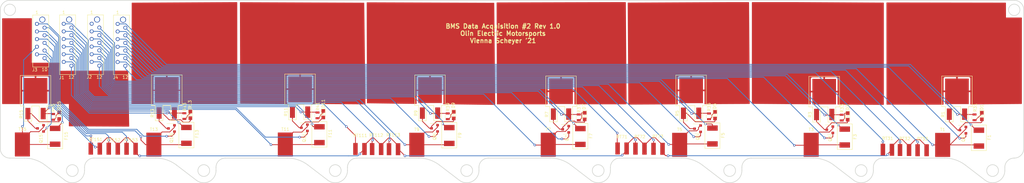
<source format=kicad_pcb>
(kicad_pcb (version 20171130) (host pcbnew 5.0.2-bee76a0~70~ubuntu16.04.1)

  (general
    (thickness 1.6)
    (drawings 67)
    (tracks 690)
    (zones 0)
    (modules 64)
    (nets 71)
  )

  (page A4)
  (layers
    (0 F.Cu signal)
    (31 B.Cu signal)
    (32 B.Adhes user)
    (33 F.Adhes user)
    (34 B.Paste user)
    (35 F.Paste user)
    (36 B.SilkS user)
    (37 F.SilkS user)
    (38 B.Mask user)
    (39 F.Mask user)
    (40 Dwgs.User user)
    (41 Cmts.User user)
    (42 Eco1.User user)
    (43 Eco2.User user)
    (44 Edge.Cuts user)
    (45 Margin user)
    (46 B.CrtYd user)
    (47 F.CrtYd user)
    (48 B.Fab user)
    (49 F.Fab user)
  )

  (setup
    (last_trace_width 0.254)
    (user_trace_width 0.254)
    (trace_clearance 0.2)
    (zone_clearance 0.508)
    (zone_45_only no)
    (trace_min 0.2)
    (segment_width 0.1)
    (edge_width 0.1)
    (via_size 0.8)
    (via_drill 0.4)
    (via_min_size 0.4)
    (via_min_drill 0.3)
    (uvia_size 0.3)
    (uvia_drill 0.1)
    (uvias_allowed no)
    (uvia_min_size 0.2)
    (uvia_min_drill 0.1)
    (pcb_text_width 0.3)
    (pcb_text_size 1.5 1.5)
    (mod_edge_width 0.15)
    (mod_text_size 1 1)
    (mod_text_width 0.15)
    (pad_size 1.5 1.5)
    (pad_drill 0.6)
    (pad_to_mask_clearance 0)
    (solder_mask_min_width 0.25)
    (aux_axis_origin 0 0)
    (visible_elements FFFFF77F)
    (pcbplotparams
      (layerselection 0x010fc_ffffffff)
      (usegerberextensions false)
      (usegerberattributes false)
      (usegerberadvancedattributes false)
      (creategerberjobfile false)
      (excludeedgelayer true)
      (linewidth 0.100000)
      (plotframeref false)
      (viasonmask false)
      (mode 1)
      (useauxorigin false)
      (hpglpennumber 1)
      (hpglpenspeed 20)
      (hpglpendiameter 15.000000)
      (psnegative false)
      (psa4output false)
      (plotreference true)
      (plotvalue true)
      (plotinvisibletext false)
      (padsonsilk false)
      (subtractmaskfromsilk false)
      (outputformat 1)
      (mirror false)
      (drillshape 1)
      (scaleselection 1)
      (outputdirectory ""))
  )

  (net 0 "")
  (net 1 "Net-(D1-Pad1)")
  (net 2 "Net-(D1-Pad2)")
  (net 3 "Net-(D3-Pad2)")
  (net 4 "Net-(D3-Pad1)")
  (net 5 "Net-(D5-Pad1)")
  (net 6 "Net-(D5-Pad2)")
  (net 7 "Net-(D7-Pad1)")
  (net 8 "Net-(D7-Pad2)")
  (net 9 "Net-(D9-Pad2)")
  (net 10 "Net-(D9-Pad1)")
  (net 11 "Net-(D11-Pad2)")
  (net 12 "Net-(D11-Pad1)")
  (net 13 "Net-(D13-Pad2)")
  (net 14 "Net-(D13-Pad1)")
  (net 15 "Net-(D15-Pad1)")
  (net 16 "Net-(D15-Pad2)")
  (net 17 /C1)
  (net 18 /PWR2)
  (net 19 /PWR4)
  (net 20 /C3)
  (net 21 /C5)
  (net 22 /PWR6)
  (net 23 /PWR8)
  (net 24 /C7)
  (net 25 /C9)
  (net 26 /PWR10)
  (net 27 /PWR12)
  (net 28 /C11)
  (net 29 /C13)
  (net 30 /PWR14)
  (net 31 /PWR16)
  (net 32 /C15)
  (net 33 /C15_T3)
  (net 34 /C15_T2)
  (net 35 /C15_T1)
  (net 36 /C11_T3)
  (net 37 /PWR13)
  (net 38 /PWR15)
  (net 39 /C3_T1)
  (net 40 /C3_T3)
  (net 41 /C7_T2)
  (net 42 /C11_T1)
  (net 43 /C3_T2)
  (net 44 /C11_T2)
  (net 45 /C7_T3)
  (net 46 /C7_T1)
  (net 47 /Q7)
  (net 48 /Q11)
  (net 49 /Q15)
  (net 50 /Q3)
  (net 51 /Q13)
  (net 52 /Q9)
  (net 53 /Q5)
  (net 54 /Q1)
  (net 55 /GND1)
  (net 56 /PWR11)
  (net 57 /PWR9)
  (net 58 /PWR7)
  (net 59 /PWR5)
  (net 60 /PWR3)
  (net 61 /PWR1)
  (net 62 "Net-(R1-PadEP)")
  (net 63 "Net-(R3-PadEP)")
  (net 64 "Net-(R5-PadEP)")
  (net 65 "Net-(R7-PadEP)")
  (net 66 "Net-(R9-PadEP)")
  (net 67 "Net-(R11-PadEP)")
  (net 68 "Net-(R13-PadEP)")
  (net 69 "Net-(R15-PadEP)")
  (net 70 "Net-(J2-Pad1)")

  (net_class Default "This is the default net class."
    (clearance 0.2)
    (trace_width 0.25)
    (via_dia 0.8)
    (via_drill 0.4)
    (uvia_dia 0.3)
    (uvia_drill 0.1)
    (add_net /C1)
    (add_net /C11)
    (add_net /C11_T1)
    (add_net /C11_T2)
    (add_net /C11_T3)
    (add_net /C13)
    (add_net /C15)
    (add_net /C15_T1)
    (add_net /C15_T2)
    (add_net /C15_T3)
    (add_net /C3)
    (add_net /C3_T1)
    (add_net /C3_T2)
    (add_net /C3_T3)
    (add_net /C5)
    (add_net /C7)
    (add_net /C7_T1)
    (add_net /C7_T2)
    (add_net /C7_T3)
    (add_net /C9)
    (add_net /GND1)
    (add_net /PWR1)
    (add_net /PWR10)
    (add_net /PWR11)
    (add_net /PWR12)
    (add_net /PWR13)
    (add_net /PWR14)
    (add_net /PWR15)
    (add_net /PWR16)
    (add_net /PWR2)
    (add_net /PWR3)
    (add_net /PWR4)
    (add_net /PWR5)
    (add_net /PWR6)
    (add_net /PWR7)
    (add_net /PWR8)
    (add_net /PWR9)
    (add_net /Q1)
    (add_net /Q11)
    (add_net /Q13)
    (add_net /Q15)
    (add_net /Q3)
    (add_net /Q5)
    (add_net /Q7)
    (add_net /Q9)
    (add_net "Net-(D1-Pad1)")
    (add_net "Net-(D1-Pad2)")
    (add_net "Net-(D11-Pad1)")
    (add_net "Net-(D11-Pad2)")
    (add_net "Net-(D13-Pad1)")
    (add_net "Net-(D13-Pad2)")
    (add_net "Net-(D15-Pad1)")
    (add_net "Net-(D15-Pad2)")
    (add_net "Net-(D3-Pad1)")
    (add_net "Net-(D3-Pad2)")
    (add_net "Net-(D5-Pad1)")
    (add_net "Net-(D5-Pad2)")
    (add_net "Net-(D7-Pad1)")
    (add_net "Net-(D7-Pad2)")
    (add_net "Net-(D9-Pad1)")
    (add_net "Net-(D9-Pad2)")
    (add_net "Net-(J2-Pad1)")
    (add_net "Net-(R1-PadEP)")
    (add_net "Net-(R11-PadEP)")
    (add_net "Net-(R13-PadEP)")
    (add_net "Net-(R15-PadEP)")
    (add_net "Net-(R3-PadEP)")
    (add_net "Net-(R5-PadEP)")
    (add_net "Net-(R7-PadEP)")
    (add_net "Net-(R9-PadEP)")
  )

  (module footprints:LED_0805_OEM (layer F.Cu) (tedit 5C3D84D8) (tstamp 5DBF31F3)
    (at 303.6316 126.8984 270)
    (descr "LED 0805 smd package")
    (tags "LED led 0805 SMD smd SMT smt smdled SMDLED smtled SMTLED")
    (path /5DB8C7C2)
    (attr smd)
    (fp_text reference D1 (at -2.9464 0.0508 270) (layer F.SilkS)
      (effects (font (size 1 1) (thickness 0.15)))
    )
    (fp_text value LED_0805 (at 0.508 2.032 270) (layer F.Fab) hide
      (effects (font (size 1 1) (thickness 0.15)))
    )
    (fp_line (start -1.95 -0.85) (end 1.95 -0.85) (layer F.CrtYd) (width 0.05))
    (fp_line (start -1.95 0.85) (end -1.95 -0.85) (layer F.CrtYd) (width 0.05))
    (fp_line (start 1.95 0.85) (end -1.95 0.85) (layer F.CrtYd) (width 0.05))
    (fp_line (start 1.95 -0.85) (end 1.95 0.85) (layer F.CrtYd) (width 0.05))
    (fp_line (start -1.8 -0.7) (end 1 -0.7) (layer F.SilkS) (width 0.12))
    (fp_line (start -1.8 0.7) (end 1 0.7) (layer F.SilkS) (width 0.12))
    (fp_line (start -1 0.6) (end -1 -0.6) (layer F.Fab) (width 0.1))
    (fp_line (start -1 -0.6) (end 1 -0.6) (layer F.Fab) (width 0.1))
    (fp_line (start 1 -0.6) (end 1 0.6) (layer F.Fab) (width 0.1))
    (fp_line (start 1 0.6) (end -1 0.6) (layer F.Fab) (width 0.1))
    (fp_line (start -1.8 -0.7) (end -1.8 0.7) (layer F.SilkS) (width 0.12))
    (fp_line (start -0.2 0) (end 0.1 -0.3) (layer F.SilkS) (width 0.1))
    (fp_line (start 0.1 -0.3) (end 0.15 -0.35) (layer F.SilkS) (width 0.1))
    (fp_line (start 0.15 -0.35) (end 0.15 0.3) (layer F.SilkS) (width 0.1))
    (fp_line (start 0.15 0.35) (end 0.15 0.3) (layer F.SilkS) (width 0.1))
    (fp_line (start 0.15 0.3) (end 0.15 0.35) (layer F.SilkS) (width 0.1))
    (fp_line (start 0.15 0.35) (end -0.2 0) (layer F.SilkS) (width 0.1))
    (fp_line (start -0.2 0) (end -0.2 -0.35) (layer F.SilkS) (width 0.1))
    (fp_line (start -0.2 0.35) (end -0.2 0) (layer F.SilkS) (width 0.1))
    (pad 1 smd rect (at -1.1 0 90) (size 1.2 1.2) (layers F.Cu F.Paste F.Mask)
      (net 1 "Net-(D1-Pad1)"))
    (pad 2 smd rect (at 1.1 0 90) (size 1.2 1.2) (layers F.Cu F.Paste F.Mask)
      (net 2 "Net-(D1-Pad2)"))
    (model "${LOCAL_DIR}/OEM_Preferred_Parts/3DModels/LED_0805/LED 0805 Base GREEN001_sp.wrl"
      (at (xyz 0 0 0))
      (scale (xyz 1 1 1))
      (rotate (xyz 0 0 180))
    )
    (model "${LOCAL_DIR}/OEM_Preferred_Parts/3DModels/LED_0805/LED 0805 Base GREEN001_sp.step"
      (at (xyz 0 0 0))
      (scale (xyz 1 1 1))
      (rotate (xyz 0 0 0))
    )
  )

  (module footprints:LED_0805_OEM (layer F.Cu) (tedit 5C3D84D8) (tstamp 5DC8F1FA)
    (at 259.0292 127.043 270)
    (descr "LED 0805 smd package")
    (tags "LED led 0805 SMD smd SMT smt smdled SMDLED smtled SMTLED")
    (path /5DB8C78C)
    (attr smd)
    (fp_text reference D3 (at -3.0734 0.0254 270) (layer F.SilkS)
      (effects (font (size 1 1) (thickness 0.15)))
    )
    (fp_text value LED_0805 (at 0.508 2.032 270) (layer F.Fab) hide
      (effects (font (size 1 1) (thickness 0.15)))
    )
    (fp_line (start -0.2 0.35) (end -0.2 0) (layer F.SilkS) (width 0.1))
    (fp_line (start -0.2 0) (end -0.2 -0.35) (layer F.SilkS) (width 0.1))
    (fp_line (start 0.15 0.35) (end -0.2 0) (layer F.SilkS) (width 0.1))
    (fp_line (start 0.15 0.3) (end 0.15 0.35) (layer F.SilkS) (width 0.1))
    (fp_line (start 0.15 0.35) (end 0.15 0.3) (layer F.SilkS) (width 0.1))
    (fp_line (start 0.15 -0.35) (end 0.15 0.3) (layer F.SilkS) (width 0.1))
    (fp_line (start 0.1 -0.3) (end 0.15 -0.35) (layer F.SilkS) (width 0.1))
    (fp_line (start -0.2 0) (end 0.1 -0.3) (layer F.SilkS) (width 0.1))
    (fp_line (start -1.8 -0.7) (end -1.8 0.7) (layer F.SilkS) (width 0.12))
    (fp_line (start 1 0.6) (end -1 0.6) (layer F.Fab) (width 0.1))
    (fp_line (start 1 -0.6) (end 1 0.6) (layer F.Fab) (width 0.1))
    (fp_line (start -1 -0.6) (end 1 -0.6) (layer F.Fab) (width 0.1))
    (fp_line (start -1 0.6) (end -1 -0.6) (layer F.Fab) (width 0.1))
    (fp_line (start -1.8 0.7) (end 1 0.7) (layer F.SilkS) (width 0.12))
    (fp_line (start -1.8 -0.7) (end 1 -0.7) (layer F.SilkS) (width 0.12))
    (fp_line (start 1.95 -0.85) (end 1.95 0.85) (layer F.CrtYd) (width 0.05))
    (fp_line (start 1.95 0.85) (end -1.95 0.85) (layer F.CrtYd) (width 0.05))
    (fp_line (start -1.95 0.85) (end -1.95 -0.85) (layer F.CrtYd) (width 0.05))
    (fp_line (start -1.95 -0.85) (end 1.95 -0.85) (layer F.CrtYd) (width 0.05))
    (pad 2 smd rect (at 1.1 0 90) (size 1.2 1.2) (layers F.Cu F.Paste F.Mask)
      (net 3 "Net-(D3-Pad2)"))
    (pad 1 smd rect (at -1.1 0 90) (size 1.2 1.2) (layers F.Cu F.Paste F.Mask)
      (net 4 "Net-(D3-Pad1)"))
    (model "${LOCAL_DIR}/OEM_Preferred_Parts/3DModels/LED_0805/LED 0805 Base GREEN001_sp.wrl"
      (at (xyz 0 0 0))
      (scale (xyz 1 1 1))
      (rotate (xyz 0 0 180))
    )
    (model "${LOCAL_DIR}/OEM_Preferred_Parts/3DModels/LED_0805/LED 0805 Base GREEN001_sp.step"
      (at (xyz 0 0 0))
      (scale (xyz 1 1 1))
      (rotate (xyz 0 0 0))
    )
  )

  (module footprints:LED_0805_OEM (layer F.Cu) (tedit 5C3D84D8) (tstamp 5DC90D94)
    (at 214.9602 126.619 270)
    (descr "LED 0805 smd package")
    (tags "LED led 0805 SMD smd SMT smt smdled SMDLED smtled SMTLED")
    (path /5DB8C756)
    (attr smd)
    (fp_text reference D5 (at -2.9972 0.127 270) (layer F.SilkS)
      (effects (font (size 1 1) (thickness 0.15)))
    )
    (fp_text value LED_0805 (at 0.508 2.032 270) (layer F.Fab) hide
      (effects (font (size 1 1) (thickness 0.15)))
    )
    (fp_line (start -1.95 -0.85) (end 1.95 -0.85) (layer F.CrtYd) (width 0.05))
    (fp_line (start -1.95 0.85) (end -1.95 -0.85) (layer F.CrtYd) (width 0.05))
    (fp_line (start 1.95 0.85) (end -1.95 0.85) (layer F.CrtYd) (width 0.05))
    (fp_line (start 1.95 -0.85) (end 1.95 0.85) (layer F.CrtYd) (width 0.05))
    (fp_line (start -1.8 -0.7) (end 1 -0.7) (layer F.SilkS) (width 0.12))
    (fp_line (start -1.8 0.7) (end 1 0.7) (layer F.SilkS) (width 0.12))
    (fp_line (start -1 0.6) (end -1 -0.6) (layer F.Fab) (width 0.1))
    (fp_line (start -1 -0.6) (end 1 -0.6) (layer F.Fab) (width 0.1))
    (fp_line (start 1 -0.6) (end 1 0.6) (layer F.Fab) (width 0.1))
    (fp_line (start 1 0.6) (end -1 0.6) (layer F.Fab) (width 0.1))
    (fp_line (start -1.8 -0.7) (end -1.8 0.7) (layer F.SilkS) (width 0.12))
    (fp_line (start -0.2 0) (end 0.1 -0.3) (layer F.SilkS) (width 0.1))
    (fp_line (start 0.1 -0.3) (end 0.15 -0.35) (layer F.SilkS) (width 0.1))
    (fp_line (start 0.15 -0.35) (end 0.15 0.3) (layer F.SilkS) (width 0.1))
    (fp_line (start 0.15 0.35) (end 0.15 0.3) (layer F.SilkS) (width 0.1))
    (fp_line (start 0.15 0.3) (end 0.15 0.35) (layer F.SilkS) (width 0.1))
    (fp_line (start 0.15 0.35) (end -0.2 0) (layer F.SilkS) (width 0.1))
    (fp_line (start -0.2 0) (end -0.2 -0.35) (layer F.SilkS) (width 0.1))
    (fp_line (start -0.2 0.35) (end -0.2 0) (layer F.SilkS) (width 0.1))
    (pad 1 smd rect (at -1.1 0 90) (size 1.2 1.2) (layers F.Cu F.Paste F.Mask)
      (net 5 "Net-(D5-Pad1)"))
    (pad 2 smd rect (at 1.1 0 90) (size 1.2 1.2) (layers F.Cu F.Paste F.Mask)
      (net 6 "Net-(D5-Pad2)"))
    (model "${LOCAL_DIR}/OEM_Preferred_Parts/3DModels/LED_0805/LED 0805 Base GREEN001_sp.wrl"
      (at (xyz 0 0 0))
      (scale (xyz 1 1 1))
      (rotate (xyz 0 0 180))
    )
    (model "${LOCAL_DIR}/OEM_Preferred_Parts/3DModels/LED_0805/LED 0805 Base GREEN001_sp.step"
      (at (xyz 0 0 0))
      (scale (xyz 1 1 1))
      (rotate (xyz 0 0 0))
    )
  )

  (module footprints:LED_0805_OEM (layer F.Cu) (tedit 5C3D84D8) (tstamp 5DC8F22C)
    (at 171.6278 126.9238 270)
    (descr "LED 0805 smd package")
    (tags "LED led 0805 SMD smd SMT smt smdled SMDLED smtled SMTLED")
    (path /5DB8C720)
    (attr smd)
    (fp_text reference D7 (at -3.1242 0.1778 270) (layer F.SilkS)
      (effects (font (size 1 1) (thickness 0.15)))
    )
    (fp_text value LED_0805 (at 0.508 2.032 270) (layer F.Fab) hide
      (effects (font (size 1 1) (thickness 0.15)))
    )
    (fp_line (start -1.95 -0.85) (end 1.95 -0.85) (layer F.CrtYd) (width 0.05))
    (fp_line (start -1.95 0.85) (end -1.95 -0.85) (layer F.CrtYd) (width 0.05))
    (fp_line (start 1.95 0.85) (end -1.95 0.85) (layer F.CrtYd) (width 0.05))
    (fp_line (start 1.95 -0.85) (end 1.95 0.85) (layer F.CrtYd) (width 0.05))
    (fp_line (start -1.8 -0.7) (end 1 -0.7) (layer F.SilkS) (width 0.12))
    (fp_line (start -1.8 0.7) (end 1 0.7) (layer F.SilkS) (width 0.12))
    (fp_line (start -1 0.6) (end -1 -0.6) (layer F.Fab) (width 0.1))
    (fp_line (start -1 -0.6) (end 1 -0.6) (layer F.Fab) (width 0.1))
    (fp_line (start 1 -0.6) (end 1 0.6) (layer F.Fab) (width 0.1))
    (fp_line (start 1 0.6) (end -1 0.6) (layer F.Fab) (width 0.1))
    (fp_line (start -1.8 -0.7) (end -1.8 0.7) (layer F.SilkS) (width 0.12))
    (fp_line (start -0.2 0) (end 0.1 -0.3) (layer F.SilkS) (width 0.1))
    (fp_line (start 0.1 -0.3) (end 0.15 -0.35) (layer F.SilkS) (width 0.1))
    (fp_line (start 0.15 -0.35) (end 0.15 0.3) (layer F.SilkS) (width 0.1))
    (fp_line (start 0.15 0.35) (end 0.15 0.3) (layer F.SilkS) (width 0.1))
    (fp_line (start 0.15 0.3) (end 0.15 0.35) (layer F.SilkS) (width 0.1))
    (fp_line (start 0.15 0.35) (end -0.2 0) (layer F.SilkS) (width 0.1))
    (fp_line (start -0.2 0) (end -0.2 -0.35) (layer F.SilkS) (width 0.1))
    (fp_line (start -0.2 0.35) (end -0.2 0) (layer F.SilkS) (width 0.1))
    (pad 1 smd rect (at -1.1 0 90) (size 1.2 1.2) (layers F.Cu F.Paste F.Mask)
      (net 7 "Net-(D7-Pad1)"))
    (pad 2 smd rect (at 1.1 0 90) (size 1.2 1.2) (layers F.Cu F.Paste F.Mask)
      (net 8 "Net-(D7-Pad2)"))
    (model "${LOCAL_DIR}/OEM_Preferred_Parts/3DModels/LED_0805/LED 0805 Base GREEN001_sp.wrl"
      (at (xyz 0 0 0))
      (scale (xyz 1 1 1))
      (rotate (xyz 0 0 180))
    )
    (model "${LOCAL_DIR}/OEM_Preferred_Parts/3DModels/LED_0805/LED 0805 Base GREEN001_sp.step"
      (at (xyz 0 0 0))
      (scale (xyz 1 1 1))
      (rotate (xyz 0 0 0))
    )
  )

  (module footprints:LED_0805_OEM (layer F.Cu) (tedit 5C3D84D8) (tstamp 5DC8F245)
    (at 128.1176 126.5936 270)
    (descr "LED 0805 smd package")
    (tags "LED led 0805 SMD smd SMT smt smdled SMDLED smtled SMTLED")
    (path /5DB8C6EA)
    (attr smd)
    (fp_text reference D9 (at -3.2512 0.1524 270) (layer F.SilkS)
      (effects (font (size 1 1) (thickness 0.15)))
    )
    (fp_text value LED_0805 (at 0.508 2.032 270) (layer F.Fab) hide
      (effects (font (size 1 1) (thickness 0.15)))
    )
    (fp_line (start -0.2 0.35) (end -0.2 0) (layer F.SilkS) (width 0.1))
    (fp_line (start -0.2 0) (end -0.2 -0.35) (layer F.SilkS) (width 0.1))
    (fp_line (start 0.15 0.35) (end -0.2 0) (layer F.SilkS) (width 0.1))
    (fp_line (start 0.15 0.3) (end 0.15 0.35) (layer F.SilkS) (width 0.1))
    (fp_line (start 0.15 0.35) (end 0.15 0.3) (layer F.SilkS) (width 0.1))
    (fp_line (start 0.15 -0.35) (end 0.15 0.3) (layer F.SilkS) (width 0.1))
    (fp_line (start 0.1 -0.3) (end 0.15 -0.35) (layer F.SilkS) (width 0.1))
    (fp_line (start -0.2 0) (end 0.1 -0.3) (layer F.SilkS) (width 0.1))
    (fp_line (start -1.8 -0.7) (end -1.8 0.7) (layer F.SilkS) (width 0.12))
    (fp_line (start 1 0.6) (end -1 0.6) (layer F.Fab) (width 0.1))
    (fp_line (start 1 -0.6) (end 1 0.6) (layer F.Fab) (width 0.1))
    (fp_line (start -1 -0.6) (end 1 -0.6) (layer F.Fab) (width 0.1))
    (fp_line (start -1 0.6) (end -1 -0.6) (layer F.Fab) (width 0.1))
    (fp_line (start -1.8 0.7) (end 1 0.7) (layer F.SilkS) (width 0.12))
    (fp_line (start -1.8 -0.7) (end 1 -0.7) (layer F.SilkS) (width 0.12))
    (fp_line (start 1.95 -0.85) (end 1.95 0.85) (layer F.CrtYd) (width 0.05))
    (fp_line (start 1.95 0.85) (end -1.95 0.85) (layer F.CrtYd) (width 0.05))
    (fp_line (start -1.95 0.85) (end -1.95 -0.85) (layer F.CrtYd) (width 0.05))
    (fp_line (start -1.95 -0.85) (end 1.95 -0.85) (layer F.CrtYd) (width 0.05))
    (pad 2 smd rect (at 1.1 0 90) (size 1.2 1.2) (layers F.Cu F.Paste F.Mask)
      (net 9 "Net-(D9-Pad2)"))
    (pad 1 smd rect (at -1.1 0 90) (size 1.2 1.2) (layers F.Cu F.Paste F.Mask)
      (net 10 "Net-(D9-Pad1)"))
    (model "${LOCAL_DIR}/OEM_Preferred_Parts/3DModels/LED_0805/LED 0805 Base GREEN001_sp.wrl"
      (at (xyz 0 0 0))
      (scale (xyz 1 1 1))
      (rotate (xyz 0 0 180))
    )
    (model "${LOCAL_DIR}/OEM_Preferred_Parts/3DModels/LED_0805/LED 0805 Base GREEN001_sp.step"
      (at (xyz 0 0 0))
      (scale (xyz 1 1 1))
      (rotate (xyz 0 0 0))
    )
  )

  (module footprints:LED_0805_OEM (layer F.Cu) (tedit 5C3D84D8) (tstamp 5DC8F25E)
    (at 84.7852 126.2888 270)
    (descr "LED 0805 smd package")
    (tags "LED led 0805 SMD smd SMT smt smdled SMDLED smtled SMTLED")
    (path /5DB8C6B4)
    (attr smd)
    (fp_text reference D11 (at -3.5306 0.0254 270) (layer F.SilkS)
      (effects (font (size 1 1) (thickness 0.15)))
    )
    (fp_text value LED_0805 (at 0.508 2.032 270) (layer F.Fab) hide
      (effects (font (size 1 1) (thickness 0.15)))
    )
    (fp_line (start -0.2 0.35) (end -0.2 0) (layer F.SilkS) (width 0.1))
    (fp_line (start -0.2 0) (end -0.2 -0.35) (layer F.SilkS) (width 0.1))
    (fp_line (start 0.15 0.35) (end -0.2 0) (layer F.SilkS) (width 0.1))
    (fp_line (start 0.15 0.3) (end 0.15 0.35) (layer F.SilkS) (width 0.1))
    (fp_line (start 0.15 0.35) (end 0.15 0.3) (layer F.SilkS) (width 0.1))
    (fp_line (start 0.15 -0.35) (end 0.15 0.3) (layer F.SilkS) (width 0.1))
    (fp_line (start 0.1 -0.3) (end 0.15 -0.35) (layer F.SilkS) (width 0.1))
    (fp_line (start -0.2 0) (end 0.1 -0.3) (layer F.SilkS) (width 0.1))
    (fp_line (start -1.8 -0.7) (end -1.8 0.7) (layer F.SilkS) (width 0.12))
    (fp_line (start 1 0.6) (end -1 0.6) (layer F.Fab) (width 0.1))
    (fp_line (start 1 -0.6) (end 1 0.6) (layer F.Fab) (width 0.1))
    (fp_line (start -1 -0.6) (end 1 -0.6) (layer F.Fab) (width 0.1))
    (fp_line (start -1 0.6) (end -1 -0.6) (layer F.Fab) (width 0.1))
    (fp_line (start -1.8 0.7) (end 1 0.7) (layer F.SilkS) (width 0.12))
    (fp_line (start -1.8 -0.7) (end 1 -0.7) (layer F.SilkS) (width 0.12))
    (fp_line (start 1.95 -0.85) (end 1.95 0.85) (layer F.CrtYd) (width 0.05))
    (fp_line (start 1.95 0.85) (end -1.95 0.85) (layer F.CrtYd) (width 0.05))
    (fp_line (start -1.95 0.85) (end -1.95 -0.85) (layer F.CrtYd) (width 0.05))
    (fp_line (start -1.95 -0.85) (end 1.95 -0.85) (layer F.CrtYd) (width 0.05))
    (pad 2 smd rect (at 1.1 0 90) (size 1.2 1.2) (layers F.Cu F.Paste F.Mask)
      (net 11 "Net-(D11-Pad2)"))
    (pad 1 smd rect (at -1.1 0 90) (size 1.2 1.2) (layers F.Cu F.Paste F.Mask)
      (net 12 "Net-(D11-Pad1)"))
    (model "${LOCAL_DIR}/OEM_Preferred_Parts/3DModels/LED_0805/LED 0805 Base GREEN001_sp.wrl"
      (at (xyz 0 0 0))
      (scale (xyz 1 1 1))
      (rotate (xyz 0 0 180))
    )
    (model "${LOCAL_DIR}/OEM_Preferred_Parts/3DModels/LED_0805/LED 0805 Base GREEN001_sp.step"
      (at (xyz 0 0 0))
      (scale (xyz 1 1 1))
      (rotate (xyz 0 0 0))
    )
  )

  (module footprints:LED_0805_OEM (layer F.Cu) (tedit 5C3D84D8) (tstamp 5DC8F277)
    (at 40.6146 126.5174 270)
    (descr "LED 0805 smd package")
    (tags "LED led 0805 SMD smd SMT smt smdled SMDLED smtled SMTLED")
    (path /5DB8C7F9)
    (attr smd)
    (fp_text reference D13 (at -3.4544 0.1524 270) (layer F.SilkS)
      (effects (font (size 1 1) (thickness 0.15)))
    )
    (fp_text value LED_0805 (at 0.508 2.032 270) (layer F.Fab) hide
      (effects (font (size 1 1) (thickness 0.15)))
    )
    (fp_line (start -0.2 0.35) (end -0.2 0) (layer F.SilkS) (width 0.1))
    (fp_line (start -0.2 0) (end -0.2 -0.35) (layer F.SilkS) (width 0.1))
    (fp_line (start 0.15 0.35) (end -0.2 0) (layer F.SilkS) (width 0.1))
    (fp_line (start 0.15 0.3) (end 0.15 0.35) (layer F.SilkS) (width 0.1))
    (fp_line (start 0.15 0.35) (end 0.15 0.3) (layer F.SilkS) (width 0.1))
    (fp_line (start 0.15 -0.35) (end 0.15 0.3) (layer F.SilkS) (width 0.1))
    (fp_line (start 0.1 -0.3) (end 0.15 -0.35) (layer F.SilkS) (width 0.1))
    (fp_line (start -0.2 0) (end 0.1 -0.3) (layer F.SilkS) (width 0.1))
    (fp_line (start -1.8 -0.7) (end -1.8 0.7) (layer F.SilkS) (width 0.12))
    (fp_line (start 1 0.6) (end -1 0.6) (layer F.Fab) (width 0.1))
    (fp_line (start 1 -0.6) (end 1 0.6) (layer F.Fab) (width 0.1))
    (fp_line (start -1 -0.6) (end 1 -0.6) (layer F.Fab) (width 0.1))
    (fp_line (start -1 0.6) (end -1 -0.6) (layer F.Fab) (width 0.1))
    (fp_line (start -1.8 0.7) (end 1 0.7) (layer F.SilkS) (width 0.12))
    (fp_line (start -1.8 -0.7) (end 1 -0.7) (layer F.SilkS) (width 0.12))
    (fp_line (start 1.95 -0.85) (end 1.95 0.85) (layer F.CrtYd) (width 0.05))
    (fp_line (start 1.95 0.85) (end -1.95 0.85) (layer F.CrtYd) (width 0.05))
    (fp_line (start -1.95 0.85) (end -1.95 -0.85) (layer F.CrtYd) (width 0.05))
    (fp_line (start -1.95 -0.85) (end 1.95 -0.85) (layer F.CrtYd) (width 0.05))
    (pad 2 smd rect (at 1.1 0 90) (size 1.2 1.2) (layers F.Cu F.Paste F.Mask)
      (net 13 "Net-(D13-Pad2)"))
    (pad 1 smd rect (at -1.1 0 90) (size 1.2 1.2) (layers F.Cu F.Paste F.Mask)
      (net 14 "Net-(D13-Pad1)"))
    (model "${LOCAL_DIR}/OEM_Preferred_Parts/3DModels/LED_0805/LED 0805 Base GREEN001_sp.wrl"
      (at (xyz 0 0 0))
      (scale (xyz 1 1 1))
      (rotate (xyz 0 0 180))
    )
    (model "${LOCAL_DIR}/OEM_Preferred_Parts/3DModels/LED_0805/LED 0805 Base GREEN001_sp.step"
      (at (xyz 0 0 0))
      (scale (xyz 1 1 1))
      (rotate (xyz 0 0 0))
    )
  )

  (module footprints:LED_0805_OEM (layer F.Cu) (tedit 5C3D84D8) (tstamp 5DC8F290)
    (at -2.9972 126.789 270)
    (descr "LED 0805 smd package")
    (tags "LED led 0805 SMD smd SMT smt smdled SMDLED smtled SMTLED")
    (path /5DB8C678)
    (attr smd)
    (fp_text reference D15 (at -3.429 0.0254 270) (layer F.SilkS)
      (effects (font (size 1 1) (thickness 0.15)))
    )
    (fp_text value LED_0805 (at 0.508 2.032 270) (layer F.Fab) hide
      (effects (font (size 1 1) (thickness 0.15)))
    )
    (fp_line (start -1.95 -0.85) (end 1.95 -0.85) (layer F.CrtYd) (width 0.05))
    (fp_line (start -1.95 0.85) (end -1.95 -0.85) (layer F.CrtYd) (width 0.05))
    (fp_line (start 1.95 0.85) (end -1.95 0.85) (layer F.CrtYd) (width 0.05))
    (fp_line (start 1.95 -0.85) (end 1.95 0.85) (layer F.CrtYd) (width 0.05))
    (fp_line (start -1.8 -0.7) (end 1 -0.7) (layer F.SilkS) (width 0.12))
    (fp_line (start -1.8 0.7) (end 1 0.7) (layer F.SilkS) (width 0.12))
    (fp_line (start -1 0.6) (end -1 -0.6) (layer F.Fab) (width 0.1))
    (fp_line (start -1 -0.6) (end 1 -0.6) (layer F.Fab) (width 0.1))
    (fp_line (start 1 -0.6) (end 1 0.6) (layer F.Fab) (width 0.1))
    (fp_line (start 1 0.6) (end -1 0.6) (layer F.Fab) (width 0.1))
    (fp_line (start -1.8 -0.7) (end -1.8 0.7) (layer F.SilkS) (width 0.12))
    (fp_line (start -0.2 0) (end 0.1 -0.3) (layer F.SilkS) (width 0.1))
    (fp_line (start 0.1 -0.3) (end 0.15 -0.35) (layer F.SilkS) (width 0.1))
    (fp_line (start 0.15 -0.35) (end 0.15 0.3) (layer F.SilkS) (width 0.1))
    (fp_line (start 0.15 0.35) (end 0.15 0.3) (layer F.SilkS) (width 0.1))
    (fp_line (start 0.15 0.3) (end 0.15 0.35) (layer F.SilkS) (width 0.1))
    (fp_line (start 0.15 0.35) (end -0.2 0) (layer F.SilkS) (width 0.1))
    (fp_line (start -0.2 0) (end -0.2 -0.35) (layer F.SilkS) (width 0.1))
    (fp_line (start -0.2 0.35) (end -0.2 0) (layer F.SilkS) (width 0.1))
    (pad 1 smd rect (at -1.1 0 90) (size 1.2 1.2) (layers F.Cu F.Paste F.Mask)
      (net 15 "Net-(D15-Pad1)"))
    (pad 2 smd rect (at 1.1 0 90) (size 1.2 1.2) (layers F.Cu F.Paste F.Mask)
      (net 16 "Net-(D15-Pad2)"))
    (model "${LOCAL_DIR}/OEM_Preferred_Parts/3DModels/LED_0805/LED 0805 Base GREEN001_sp.wrl"
      (at (xyz 0 0 0))
      (scale (xyz 1 1 1))
      (rotate (xyz 0 0 180))
    )
    (model "${LOCAL_DIR}/OEM_Preferred_Parts/3DModels/LED_0805/LED 0805 Base GREEN001_sp.step"
      (at (xyz 0 0 0))
      (scale (xyz 1 1 1))
      (rotate (xyz 0 0 0))
    )
  )

  (module footprints:Fuse_1812 (layer F.Cu) (tedit 5A050C3C) (tstamp 5DBF30DF)
    (at 302.641 136.906 90)
    (path /5DB8C883)
    (fp_text reference F1 (at 2.8702 3.429 90) (layer F.SilkS)
      (effects (font (size 1 1) (thickness 0.15)))
    )
    (fp_text value 200mA_Fuse (at 3 3.5 90) (layer F.Fab) hide
      (effects (font (size 1 1) (thickness 0.15)))
    )
    (fp_line (start -1.5 -2.5) (end 7 -2.5) (layer F.SilkS) (width 0.15))
    (fp_line (start 7 -2.5) (end 7 2.5) (layer F.SilkS) (width 0.15))
    (fp_line (start 7 2.5) (end -1.5 2.5) (layer F.SilkS) (width 0.15))
    (fp_line (start -1.5 2.5) (end -1.5 -2.5) (layer F.SilkS) (width 0.15))
    (pad 2 smd rect (at 5.28 0 90) (size 1.78 3.5) (layers F.Cu F.Paste F.Mask)
      (net 17 /C1))
    (pad 1 smd rect (at 0 0 90) (size 1.78 3.5) (layers F.Cu F.Paste F.Mask)
      (net 18 /PWR2))
  )

  (module footprints:Fuse_1812 (layer F.Cu) (tedit 5A050C3C) (tstamp 5DC8F2A4)
    (at 258.064 136.5504 90)
    (path /5DB8C878)
    (fp_text reference F3 (at 2.7432 3.4036 90) (layer F.SilkS)
      (effects (font (size 1 1) (thickness 0.15)))
    )
    (fp_text value 200mA_Fuse (at 3 3.5 90) (layer F.Fab) hide
      (effects (font (size 1 1) (thickness 0.15)))
    )
    (fp_line (start -1.5 2.5) (end -1.5 -2.5) (layer F.SilkS) (width 0.15))
    (fp_line (start 7 2.5) (end -1.5 2.5) (layer F.SilkS) (width 0.15))
    (fp_line (start 7 -2.5) (end 7 2.5) (layer F.SilkS) (width 0.15))
    (fp_line (start -1.5 -2.5) (end 7 -2.5) (layer F.SilkS) (width 0.15))
    (pad 1 smd rect (at 0 0 90) (size 1.78 3.5) (layers F.Cu F.Paste F.Mask)
      (net 19 /PWR4))
    (pad 2 smd rect (at 5.28 0 90) (size 1.78 3.5) (layers F.Cu F.Paste F.Mask)
      (net 20 /C3))
  )

  (module footprints:Fuse_1812 (layer F.Cu) (tedit 5A050C3C) (tstamp 5DC8F2AE)
    (at 214.0966 136.1948 90)
    (path /5DB8C86D)
    (fp_text reference F5 (at 2.8448 3.4798 90) (layer F.SilkS)
      (effects (font (size 1 1) (thickness 0.15)))
    )
    (fp_text value 200mA_Fuse (at 3 3.5 90) (layer F.Fab) hide
      (effects (font (size 1 1) (thickness 0.15)))
    )
    (fp_line (start -1.5 -2.5) (end 7 -2.5) (layer F.SilkS) (width 0.15))
    (fp_line (start 7 -2.5) (end 7 2.5) (layer F.SilkS) (width 0.15))
    (fp_line (start 7 2.5) (end -1.5 2.5) (layer F.SilkS) (width 0.15))
    (fp_line (start -1.5 2.5) (end -1.5 -2.5) (layer F.SilkS) (width 0.15))
    (pad 2 smd rect (at 5.28 0 90) (size 1.78 3.5) (layers F.Cu F.Paste F.Mask)
      (net 21 /C5))
    (pad 1 smd rect (at 0 0 90) (size 1.78 3.5) (layers F.Cu F.Paste F.Mask)
      (net 22 /PWR6))
  )

  (module footprints:Fuse_1812 (layer F.Cu) (tedit 5A050C3C) (tstamp 5DC8F2B8)
    (at 170.2054 136.3726 90)
    (path /5DB8C862)
    (fp_text reference F7 (at 2.8448 3.4544 90) (layer F.SilkS)
      (effects (font (size 1 1) (thickness 0.15)))
    )
    (fp_text value 200mA_Fuse (at 3 3.5 90) (layer F.Fab) hide
      (effects (font (size 1 1) (thickness 0.15)))
    )
    (fp_line (start -1.5 2.5) (end -1.5 -2.5) (layer F.SilkS) (width 0.15))
    (fp_line (start 7 2.5) (end -1.5 2.5) (layer F.SilkS) (width 0.15))
    (fp_line (start 7 -2.5) (end 7 2.5) (layer F.SilkS) (width 0.15))
    (fp_line (start -1.5 -2.5) (end 7 -2.5) (layer F.SilkS) (width 0.15))
    (pad 1 smd rect (at 0 0 90) (size 1.78 3.5) (layers F.Cu F.Paste F.Mask)
      (net 23 /PWR8))
    (pad 2 smd rect (at 5.28 0 90) (size 1.78 3.5) (layers F.Cu F.Paste F.Mask)
      (net 24 /C7))
  )

  (module footprints:Fuse_1812 (layer F.Cu) (tedit 5A050C3C) (tstamp 5DC8F2C2)
    (at 126.6444 136.0424 90)
    (path /5DB8C857)
    (fp_text reference F9 (at 2.7178 3.5052 90) (layer F.SilkS)
      (effects (font (size 1 1) (thickness 0.15)))
    )
    (fp_text value 200mA_Fuse (at 3 3.5 90) (layer F.Fab) hide
      (effects (font (size 1 1) (thickness 0.15)))
    )
    (fp_line (start -1.5 -2.5) (end 7 -2.5) (layer F.SilkS) (width 0.15))
    (fp_line (start 7 -2.5) (end 7 2.5) (layer F.SilkS) (width 0.15))
    (fp_line (start 7 2.5) (end -1.5 2.5) (layer F.SilkS) (width 0.15))
    (fp_line (start -1.5 2.5) (end -1.5 -2.5) (layer F.SilkS) (width 0.15))
    (pad 2 smd rect (at 5.28 0 90) (size 1.78 3.5) (layers F.Cu F.Paste F.Mask)
      (net 25 /C9))
    (pad 1 smd rect (at 0 0 90) (size 1.78 3.5) (layers F.Cu F.Paste F.Mask)
      (net 26 /PWR10))
  )

  (module footprints:Fuse_1812 (layer F.Cu) (tedit 5A050C3C) (tstamp 5DC8F2CC)
    (at 83.4898 135.763 90)
    (path /5DB8C84C)
    (fp_text reference F11 (at 3.048 3.556 90) (layer F.SilkS)
      (effects (font (size 1 1) (thickness 0.15)))
    )
    (fp_text value 200mA_Fuse (at 3 3.5 90) (layer F.Fab) hide
      (effects (font (size 1 1) (thickness 0.15)))
    )
    (fp_line (start -1.5 2.5) (end -1.5 -2.5) (layer F.SilkS) (width 0.15))
    (fp_line (start 7 2.5) (end -1.5 2.5) (layer F.SilkS) (width 0.15))
    (fp_line (start 7 -2.5) (end 7 2.5) (layer F.SilkS) (width 0.15))
    (fp_line (start -1.5 -2.5) (end 7 -2.5) (layer F.SilkS) (width 0.15))
    (pad 1 smd rect (at 0 0 90) (size 1.78 3.5) (layers F.Cu F.Paste F.Mask)
      (net 27 /PWR12))
    (pad 2 smd rect (at 5.28 0 90) (size 1.78 3.5) (layers F.Cu F.Paste F.Mask)
      (net 28 /C11))
  )

  (module footprints:Fuse_1812 (layer F.Cu) (tedit 5A050C3C) (tstamp 5DC8F2D6)
    (at 39.2938 135.9916 90)
    (path /5DB8C841)
    (fp_text reference F13 (at 3.1496 3.4544 270) (layer F.SilkS)
      (effects (font (size 1 1) (thickness 0.15)))
    )
    (fp_text value 200mA_Fuse (at 3 3.5 90) (layer F.Fab) hide
      (effects (font (size 1 1) (thickness 0.15)))
    )
    (fp_line (start -1.5 -2.5) (end 7 -2.5) (layer F.SilkS) (width 0.15))
    (fp_line (start 7 -2.5) (end 7 2.5) (layer F.SilkS) (width 0.15))
    (fp_line (start 7 2.5) (end -1.5 2.5) (layer F.SilkS) (width 0.15))
    (fp_line (start -1.5 2.5) (end -1.5 -2.5) (layer F.SilkS) (width 0.15))
    (pad 2 smd rect (at 5.28 0 90) (size 1.78 3.5) (layers F.Cu F.Paste F.Mask)
      (net 29 /C13))
    (pad 1 smd rect (at 0 0 90) (size 1.78 3.5) (layers F.Cu F.Paste F.Mask)
      (net 30 /PWR14))
  )

  (module footprints:Fuse_1812 (layer F.Cu) (tedit 5A050C3C) (tstamp 5DC8F2E0)
    (at -4.3434 136.2964 90)
    (path /5DB8C836)
    (fp_text reference F15 (at 2.7686 3.6576 90) (layer F.SilkS)
      (effects (font (size 1 1) (thickness 0.15)))
    )
    (fp_text value 200mA_Fuse (at 3 3.5 90) (layer F.Fab) hide
      (effects (font (size 1 1) (thickness 0.15)))
    )
    (fp_line (start -1.5 2.5) (end -1.5 -2.5) (layer F.SilkS) (width 0.15))
    (fp_line (start 7 2.5) (end -1.5 2.5) (layer F.SilkS) (width 0.15))
    (fp_line (start 7 -2.5) (end 7 2.5) (layer F.SilkS) (width 0.15))
    (fp_line (start -1.5 -2.5) (end 7 -2.5) (layer F.SilkS) (width 0.15))
    (pad 1 smd rect (at 0 0 90) (size 1.78 3.5) (layers F.Cu F.Paste F.Mask)
      (net 31 /PWR16))
    (pad 2 smd rect (at 5.28 0 90) (size 1.78 3.5) (layers F.Cu F.Paste F.Mask)
      (net 32 /C15))
  )

  (module footprints:micromatch_female_vert_12 (layer F.Cu) (tedit 5A7728CD) (tstamp 5DC8F2F7)
    (at -1.4732 101.2444)
    (path /5DB8C8F3)
    (fp_text reference J1 (at -0.6604 12.8524) (layer F.SilkS)
      (effects (font (size 1 1) (thickness 0.15)))
    )
    (fp_text value MM_M_VT_12 (at 6.35 0 90) (layer F.Fab) hide
      (effects (font (size 1 1) (thickness 0.15)))
    )
    (fp_text user 12 (at 2.54 12.7) (layer F.SilkS)
      (effects (font (size 1 1) (thickness 0.15)))
    )
    (fp_text user 1 (at 0 -8.89) (layer F.SilkS)
      (effects (font (size 1 1) (thickness 0.15)))
    )
    (fp_line (start -1.38 11.83) (end 3.92 11.83) (layer F.SilkS) (width 0.15))
    (fp_line (start -1.38 -8.02) (end 3.92 -8.02) (layer F.SilkS) (width 0.15))
    (fp_line (start -1.38 11.83) (end -1.38 -8.02) (layer F.SilkS) (width 0.15))
    (fp_line (start 3.92 11.83) (end 3.92 -8.02) (layer F.SilkS) (width 0.15))
    (pad 5 thru_hole circle (at 0 0) (size 1.3 1.3) (drill 0.8) (layers *.Cu *.Mask)
      (net 44 /C11_T2))
    (pad 3 thru_hole circle (at 0 -2.54) (size 1.3 1.3) (drill 0.8) (layers *.Cu *.Mask)
      (net 26 /PWR10))
    (pad 1 thru_hole circle (at 0 -5.08) (size 1.3 1.3) (drill 0.8) (layers *.Cu *.Mask)
      (net 57 /PWR9))
    (pad 7 thru_hole circle (at 0 2.54) (size 1.3 1.3) (drill 0.8) (layers *.Cu *.Mask)
      (net 28 /C11))
    (pad 2 thru_hole circle (at 2.54 -3.81) (size 1.3 1.3) (drill 0.8) (layers *.Cu *.Mask)
      (net 52 /Q9))
    (pad 4 thru_hole circle (at 2.54 -1.27) (size 1.3 1.3) (drill 0.8) (layers *.Cu *.Mask)
      (net 36 /C11_T3))
    (pad 6 thru_hole circle (at 2.54 1.27) (size 1.3 1.3) (drill 0.8) (layers *.Cu *.Mask)
      (net 42 /C11_T1))
    (pad 8 thru_hole circle (at 2.54 3.81) (size 1.3 1.3) (drill 0.8) (layers *.Cu *.Mask)
      (net 56 /PWR11))
    (pad 9 thru_hole circle (at 0 5.08) (size 1.3 1.3) (drill 0.8) (layers *.Cu *.Mask)
      (net 48 /Q11))
    (pad 10 thru_hole circle (at 2.54 6.35) (size 1.3 1.3) (drill 0.8) (layers *.Cu *.Mask)
      (net 27 /PWR12))
    (pad 11 thru_hole circle (at 0 7.62) (size 1.3 1.3) (drill 0.8) (layers *.Cu *.Mask)
      (net 29 /C13))
    (pad 12 thru_hole circle (at 2.54 8.89) (size 1.3 1.3) (drill 0.8) (layers *.Cu *.Mask)
      (net 37 /PWR13))
    (pad 13 thru_hole circle (at 1.8 -6.48) (size 2 2) (drill 1.5) (layers *.Cu *.Mask))
  )

  (module footprints:micromatch_female_vert_12 (layer F.Cu) (tedit 5A7728CD) (tstamp 5DC8F30E)
    (at 7.8105 101.2317)
    (path /5DB8C8FD)
    (fp_text reference J2 (at -0.7874 12.6746) (layer F.SilkS)
      (effects (font (size 1 1) (thickness 0.15)))
    )
    (fp_text value MM_M_VT_12 (at 6.35 0 90) (layer F.Fab) hide
      (effects (font (size 1 1) (thickness 0.15)))
    )
    (fp_line (start 3.92 11.83) (end 3.92 -8.02) (layer F.SilkS) (width 0.15))
    (fp_line (start -1.38 11.83) (end -1.38 -8.02) (layer F.SilkS) (width 0.15))
    (fp_line (start -1.38 -8.02) (end 3.92 -8.02) (layer F.SilkS) (width 0.15))
    (fp_line (start -1.38 11.83) (end 3.92 11.83) (layer F.SilkS) (width 0.15))
    (fp_text user 1 (at 0 -8.89) (layer F.SilkS)
      (effects (font (size 1 1) (thickness 0.15)))
    )
    (fp_text user 12 (at 2.54 12.7) (layer F.SilkS)
      (effects (font (size 1 1) (thickness 0.15)))
    )
    (pad 13 thru_hole circle (at 1.8 -6.48) (size 2 2) (drill 1.5) (layers *.Cu *.Mask))
    (pad 12 thru_hole circle (at 2.54 8.89) (size 1.3 1.3) (drill 0.8) (layers *.Cu *.Mask)
      (net 25 /C9))
    (pad 11 thru_hole circle (at 0 7.62) (size 1.3 1.3) (drill 0.8) (layers *.Cu *.Mask)
      (net 23 /PWR8))
    (pad 10 thru_hole circle (at 2.54 6.35) (size 1.3 1.3) (drill 0.8) (layers *.Cu *.Mask)
      (net 47 /Q7))
    (pad 9 thru_hole circle (at 0 5.08) (size 1.3 1.3) (drill 0.8) (layers *.Cu *.Mask)
      (net 58 /PWR7))
    (pad 8 thru_hole circle (at 2.54 3.81) (size 1.3 1.3) (drill 0.8) (layers *.Cu *.Mask)
      (net 24 /C7))
    (pad 6 thru_hole circle (at 2.54 1.27) (size 1.3 1.3) (drill 0.8) (layers *.Cu *.Mask)
      (net 41 /C7_T2))
    (pad 4 thru_hole circle (at 2.54 -1.27) (size 1.3 1.3) (drill 0.8) (layers *.Cu *.Mask)
      (net 22 /PWR6))
    (pad 2 thru_hole circle (at 2.54 -3.81) (size 1.3 1.3) (drill 0.8) (layers *.Cu *.Mask)
      (net 59 /PWR5))
    (pad 7 thru_hole circle (at 0 2.54) (size 1.3 1.3) (drill 0.8) (layers *.Cu *.Mask)
      (net 46 /C7_T1))
    (pad 1 thru_hole circle (at 0 -5.08) (size 1.3 1.3) (drill 0.8) (layers *.Cu *.Mask)
      (net 70 "Net-(J2-Pad1)"))
    (pad 3 thru_hole circle (at 0 -2.54) (size 1.3 1.3) (drill 0.8) (layers *.Cu *.Mask)
      (net 53 /Q5))
    (pad 5 thru_hole circle (at 0 0) (size 1.3 1.3) (drill 0.8) (layers *.Cu *.Mask)
      (net 45 /C7_T3))
  )

  (module footprints:micromatch_female_vert_10 (layer F.Cu) (tedit 5A772885) (tstamp 5DC8F323)
    (at -10.3886 101.2698)
    (path /5DB8C907)
    (fp_text reference J3 (at -0.7112 10.2362) (layer F.SilkS)
      (effects (font (size 1 1) (thickness 0.15)))
    )
    (fp_text value MM_M_VT_10 (at 6.35 0 90) (layer F.Fab) hide
      (effects (font (size 1 1) (thickness 0.15)))
    )
    (fp_text user 10 (at 2.54 10.16) (layer F.SilkS)
      (effects (font (size 1 1) (thickness 0.15)))
    )
    (fp_text user 1 (at 0 -8.89) (layer F.SilkS)
      (effects (font (size 1 1) (thickness 0.15)))
    )
    (fp_line (start -1.38 9.29) (end 3.92 9.29) (layer F.SilkS) (width 0.15))
    (fp_line (start -1.38 -8.02) (end 3.92 -8.02) (layer F.SilkS) (width 0.15))
    (fp_line (start -1.38 9.29) (end -1.38 -8.02) (layer F.SilkS) (width 0.15))
    (fp_line (start 3.92 9.29) (end 3.92 -8.02) (layer F.SilkS) (width 0.15))
    (pad 5 thru_hole circle (at 0 0) (size 1.3 1.3) (drill 0.8) (layers *.Cu *.Mask)
      (net 35 /C15_T1))
    (pad 3 thru_hole circle (at 0 -2.54) (size 1.3 1.3) (drill 0.8) (layers *.Cu *.Mask)
      (net 33 /C15_T3))
    (pad 1 thru_hole circle (at 0 -5.08) (size 1.3 1.3) (drill 0.8) (layers *.Cu *.Mask)
      (net 51 /Q13))
    (pad 7 thru_hole circle (at 0 2.54) (size 1.3 1.3) (drill 0.8) (layers *.Cu *.Mask)
      (net 31 /PWR16))
    (pad 2 thru_hole circle (at 2.54 -3.81) (size 1.3 1.3) (drill 0.8) (layers *.Cu *.Mask)
      (net 30 /PWR14))
    (pad 4 thru_hole circle (at 2.54 -1.27) (size 1.3 1.3) (drill 0.8) (layers *.Cu *.Mask)
      (net 34 /C15_T2))
    (pad 6 thru_hole circle (at 2.54 1.27) (size 1.3 1.3) (drill 0.8) (layers *.Cu *.Mask)
      (net 55 /GND1))
    (pad 8 thru_hole circle (at 2.54 3.81) (size 1.3 1.3) (drill 0.8) (layers *.Cu *.Mask)
      (net 32 /C15))
    (pad 9 thru_hole circle (at 0 5.08) (size 1.3 1.3) (drill 0.8) (layers *.Cu *.Mask)
      (net 49 /Q15))
    (pad 10 thru_hole circle (at 2.54 6.35) (size 1.3 1.3) (drill 0.8) (layers *.Cu *.Mask)
      (net 38 /PWR15))
    (pad 11 thru_hole circle (at 1.8 -6.48) (size 2 2) (drill 1.5) (layers *.Cu *.Mask))
  )

  (module footprints:micromatch_female_vert_12 (layer F.Cu) (tedit 5A7728CD) (tstamp 5DC8F33A)
    (at 16.4465 101.2825)
    (path /5DB8C93E)
    (fp_text reference J4 (at -0.6858 12.7508) (layer F.SilkS)
      (effects (font (size 1 1) (thickness 0.15)))
    )
    (fp_text value MM_M_VT_12 (at 6.35 0 90) (layer F.Fab) hide
      (effects (font (size 1 1) (thickness 0.15)))
    )
    (fp_text user 12 (at 2.54 12.7) (layer F.SilkS)
      (effects (font (size 1 1) (thickness 0.15)))
    )
    (fp_text user 1 (at 0 -8.89) (layer F.SilkS)
      (effects (font (size 1 1) (thickness 0.15)))
    )
    (fp_line (start -1.38 11.83) (end 3.92 11.83) (layer F.SilkS) (width 0.15))
    (fp_line (start -1.38 -8.02) (end 3.92 -8.02) (layer F.SilkS) (width 0.15))
    (fp_line (start -1.38 11.83) (end -1.38 -8.02) (layer F.SilkS) (width 0.15))
    (fp_line (start 3.92 11.83) (end 3.92 -8.02) (layer F.SilkS) (width 0.15))
    (pad 5 thru_hole circle (at 0 0) (size 1.3 1.3) (drill 0.8) (layers *.Cu *.Mask)
      (net 40 /C3_T3))
    (pad 3 thru_hole circle (at 0 -2.54) (size 1.3 1.3) (drill 0.8) (layers *.Cu *.Mask)
      (net 54 /Q1))
    (pad 1 thru_hole circle (at 0 -5.08) (size 1.3 1.3) (drill 0.8) (layers *.Cu *.Mask)
      (net 17 /C1))
    (pad 7 thru_hole circle (at 0 2.54) (size 1.3 1.3) (drill 0.8) (layers *.Cu *.Mask)
      (net 39 /C3_T1))
    (pad 2 thru_hole circle (at 2.54 -3.81) (size 1.3 1.3) (drill 0.8) (layers *.Cu *.Mask)
      (net 61 /PWR1))
    (pad 4 thru_hole circle (at 2.54 -1.27) (size 1.3 1.3) (drill 0.8) (layers *.Cu *.Mask)
      (net 18 /PWR2))
    (pad 6 thru_hole circle (at 2.54 1.27) (size 1.3 1.3) (drill 0.8) (layers *.Cu *.Mask)
      (net 43 /C3_T2))
    (pad 8 thru_hole circle (at 2.54 3.81) (size 1.3 1.3) (drill 0.8) (layers *.Cu *.Mask)
      (net 20 /C3))
    (pad 9 thru_hole circle (at 0 5.08) (size 1.3 1.3) (drill 0.8) (layers *.Cu *.Mask)
      (net 60 /PWR3))
    (pad 10 thru_hole circle (at 2.54 6.35) (size 1.3 1.3) (drill 0.8) (layers *.Cu *.Mask)
      (net 50 /Q3))
    (pad 11 thru_hole circle (at 0 7.62) (size 1.3 1.3) (drill 0.8) (layers *.Cu *.Mask)
      (net 19 /PWR4))
    (pad 12 thru_hole circle (at 2.54 8.89) (size 1.3 1.3) (drill 0.8) (layers *.Cu *.Mask)
      (net 21 /C5))
    (pad 13 thru_hole circle (at 1.8 -6.48) (size 2 2) (drill 1.5) (layers *.Cu *.Mask))
  )

  (module footprints:PWR163 (layer F.Cu) (tedit 5DBA6E24) (tstamp 5DBF313A)
    (at 295.3512 118.6688)
    (path /5DB8C7E3)
    (fp_text reference R1 (at -4.6482 7.6962 90) (layer F.SilkS)
      (effects (font (size 1 1) (thickness 0.15)))
    )
    (fp_text value R_3.3_25W_TO163 (at -1.27 -6.35) (layer F.Fab) hide
      (effects (font (size 1 1) (thickness 0.15)))
    )
    (fp_line (start -1.27 5.08) (end -1.27 10.16) (layer F.SilkS) (width 0.15))
    (fp_line (start 1.27 5.08) (end -1.27 5.08) (layer F.SilkS) (width 0.15))
    (fp_line (start 1.27 10.16) (end 1.27 5.08) (layer F.SilkS) (width 0.15))
    (fp_line (start 3.81 10.16) (end 1.27 10.16) (layer F.SilkS) (width 0.15))
    (fp_line (start 3.81 5.08) (end 3.81 10.16) (layer F.SilkS) (width 0.15))
    (fp_line (start 5.08 5.08) (end 3.81 5.08) (layer F.SilkS) (width 0.15))
    (fp_line (start 5.08 -5.08) (end 5.08 5.08) (layer F.SilkS) (width 0.15))
    (fp_line (start -5.08 -5.08) (end 5.08 -5.08) (layer F.SilkS) (width 0.15))
    (fp_line (start -5.08 5.08) (end -5.08 -5.08) (layer F.SilkS) (width 0.15))
    (fp_line (start -3.81 5.08) (end -5.08 5.08) (layer F.SilkS) (width 0.15))
    (fp_line (start -3.81 10.16) (end -3.81 5.08) (layer F.SilkS) (width 0.15))
    (fp_line (start -1.27 10.16) (end -3.81 10.16) (layer F.SilkS) (width 0.15))
    (pad 1 smd rect (at -2.54 7.625) (size 1.65 3.81) (layers F.Cu F.Paste F.Mask)
      (net 2 "Net-(D1-Pad2)"))
    (pad 2 smd rect (at 2.54 7.625) (size 1.65 3.81) (layers F.Cu F.Paste F.Mask)
      (net 61 /PWR1))
    (pad EP smd rect (at 0 0) (size 7.87 8.51) (layers F.Cu F.Paste F.Mask)
      (net 62 "Net-(R1-PadEP)"))
    (model /home/aehoppe/Downloads/pwr163.stp
      (at (xyz 0 0 0))
      (scale (xyz 1 1 1))
      (rotate (xyz 90 180 0))
    )
    (model ${LOCAL_DIR}/OEM_Preferred_Parts/3DModels/pwr163/pwr163s-25-1001f.stp
      (at (xyz 0 0 0))
      (scale (xyz 1 1 1))
      (rotate (xyz 90 180 0))
    )
    (model ${LOCALDIR}/3DModels/pwr163/pwr163.stp
      (offset (xyz 0 -0.5 0))
      (scale (xyz 1 1 1))
      (rotate (xyz -90 0 180))
    )
  )

  (module footprints:PWR163 (layer F.Cu) (tedit 5DBA6E24) (tstamp 5DC8F3F0)
    (at 251.2314 118.7704)
    (path /5DB8C7AD)
    (fp_text reference R3 (at -4.699 7.6708 90) (layer F.SilkS)
      (effects (font (size 1 1) (thickness 0.15)))
    )
    (fp_text value R_3.3_25W_TO163 (at -1.27 -6.35) (layer F.Fab) hide
      (effects (font (size 1 1) (thickness 0.15)))
    )
    (fp_line (start -1.27 10.16) (end -3.81 10.16) (layer F.SilkS) (width 0.15))
    (fp_line (start -3.81 10.16) (end -3.81 5.08) (layer F.SilkS) (width 0.15))
    (fp_line (start -3.81 5.08) (end -5.08 5.08) (layer F.SilkS) (width 0.15))
    (fp_line (start -5.08 5.08) (end -5.08 -5.08) (layer F.SilkS) (width 0.15))
    (fp_line (start -5.08 -5.08) (end 5.08 -5.08) (layer F.SilkS) (width 0.15))
    (fp_line (start 5.08 -5.08) (end 5.08 5.08) (layer F.SilkS) (width 0.15))
    (fp_line (start 5.08 5.08) (end 3.81 5.08) (layer F.SilkS) (width 0.15))
    (fp_line (start 3.81 5.08) (end 3.81 10.16) (layer F.SilkS) (width 0.15))
    (fp_line (start 3.81 10.16) (end 1.27 10.16) (layer F.SilkS) (width 0.15))
    (fp_line (start 1.27 10.16) (end 1.27 5.08) (layer F.SilkS) (width 0.15))
    (fp_line (start 1.27 5.08) (end -1.27 5.08) (layer F.SilkS) (width 0.15))
    (fp_line (start -1.27 5.08) (end -1.27 10.16) (layer F.SilkS) (width 0.15))
    (pad EP smd rect (at 0 0) (size 7.87 8.51) (layers F.Cu F.Paste F.Mask)
      (net 63 "Net-(R3-PadEP)"))
    (pad 2 smd rect (at 2.54 7.625) (size 1.65 3.81) (layers F.Cu F.Paste F.Mask)
      (net 60 /PWR3))
    (pad 1 smd rect (at -2.54 7.625) (size 1.65 3.81) (layers F.Cu F.Paste F.Mask)
      (net 3 "Net-(D3-Pad2)"))
    (model /home/aehoppe/Downloads/pwr163.stp
      (at (xyz 0 0 0))
      (scale (xyz 1 1 1))
      (rotate (xyz 90 180 0))
    )
    (model ${LOCAL_DIR}/OEM_Preferred_Parts/3DModels/pwr163/pwr163s-25-1001f.stp
      (at (xyz 0 0 0))
      (scale (xyz 1 1 1))
      (rotate (xyz 90 180 0))
    )
    (model ${LOCALDIR}/3DModels/pwr163/pwr163.stp
      (offset (xyz 0 -0.5 0))
      (scale (xyz 1 1 1))
      (rotate (xyz -90 0 180))
    )
  )

  (module footprints:PWR163 (layer F.Cu) (tedit 5DBA6E24) (tstamp 5DC8F403)
    (at 207.01 118.364)
    (path /5DB8C777)
    (fp_text reference R5 (at -4.6228 7.6454 90) (layer F.SilkS)
      (effects (font (size 1 1) (thickness 0.15)))
    )
    (fp_text value R_3.3_25W_TO163 (at -1.27 -6.35) (layer F.Fab) hide
      (effects (font (size 1 1) (thickness 0.15)))
    )
    (fp_line (start -1.27 5.08) (end -1.27 10.16) (layer F.SilkS) (width 0.15))
    (fp_line (start 1.27 5.08) (end -1.27 5.08) (layer F.SilkS) (width 0.15))
    (fp_line (start 1.27 10.16) (end 1.27 5.08) (layer F.SilkS) (width 0.15))
    (fp_line (start 3.81 10.16) (end 1.27 10.16) (layer F.SilkS) (width 0.15))
    (fp_line (start 3.81 5.08) (end 3.81 10.16) (layer F.SilkS) (width 0.15))
    (fp_line (start 5.08 5.08) (end 3.81 5.08) (layer F.SilkS) (width 0.15))
    (fp_line (start 5.08 -5.08) (end 5.08 5.08) (layer F.SilkS) (width 0.15))
    (fp_line (start -5.08 -5.08) (end 5.08 -5.08) (layer F.SilkS) (width 0.15))
    (fp_line (start -5.08 5.08) (end -5.08 -5.08) (layer F.SilkS) (width 0.15))
    (fp_line (start -3.81 5.08) (end -5.08 5.08) (layer F.SilkS) (width 0.15))
    (fp_line (start -3.81 10.16) (end -3.81 5.08) (layer F.SilkS) (width 0.15))
    (fp_line (start -1.27 10.16) (end -3.81 10.16) (layer F.SilkS) (width 0.15))
    (pad 1 smd rect (at -2.54 7.625) (size 1.65 3.81) (layers F.Cu F.Paste F.Mask)
      (net 6 "Net-(D5-Pad2)"))
    (pad 2 smd rect (at 2.54 7.625) (size 1.65 3.81) (layers F.Cu F.Paste F.Mask)
      (net 59 /PWR5))
    (pad EP smd rect (at 0 0) (size 7.87 8.51) (layers F.Cu F.Paste F.Mask)
      (net 64 "Net-(R5-PadEP)"))
    (model /home/aehoppe/Downloads/pwr163.stp
      (at (xyz 0 0 0))
      (scale (xyz 1 1 1))
      (rotate (xyz 90 180 0))
    )
    (model ${LOCAL_DIR}/OEM_Preferred_Parts/3DModels/pwr163/pwr163s-25-1001f.stp
      (at (xyz 0 0 0))
      (scale (xyz 1 1 1))
      (rotate (xyz 90 180 0))
    )
    (model ${LOCALDIR}/3DModels/pwr163/pwr163.stp
      (offset (xyz 0 -0.5 0))
      (scale (xyz 1 1 1))
      (rotate (xyz -90 0 180))
    )
  )

  (module footprints:PWR163 (layer F.Cu) (tedit 5DBA6E24) (tstamp 5DC8F416)
    (at 163.7792 118.6434)
    (path /5DB8C741)
    (fp_text reference R7 (at -4.7244 7.7216 90) (layer F.SilkS)
      (effects (font (size 1 1) (thickness 0.15)))
    )
    (fp_text value R_3.3_25W_TO163 (at -1.27 -6.35) (layer F.Fab) hide
      (effects (font (size 1 1) (thickness 0.15)))
    )
    (fp_line (start -1.27 10.16) (end -3.81 10.16) (layer F.SilkS) (width 0.15))
    (fp_line (start -3.81 10.16) (end -3.81 5.08) (layer F.SilkS) (width 0.15))
    (fp_line (start -3.81 5.08) (end -5.08 5.08) (layer F.SilkS) (width 0.15))
    (fp_line (start -5.08 5.08) (end -5.08 -5.08) (layer F.SilkS) (width 0.15))
    (fp_line (start -5.08 -5.08) (end 5.08 -5.08) (layer F.SilkS) (width 0.15))
    (fp_line (start 5.08 -5.08) (end 5.08 5.08) (layer F.SilkS) (width 0.15))
    (fp_line (start 5.08 5.08) (end 3.81 5.08) (layer F.SilkS) (width 0.15))
    (fp_line (start 3.81 5.08) (end 3.81 10.16) (layer F.SilkS) (width 0.15))
    (fp_line (start 3.81 10.16) (end 1.27 10.16) (layer F.SilkS) (width 0.15))
    (fp_line (start 1.27 10.16) (end 1.27 5.08) (layer F.SilkS) (width 0.15))
    (fp_line (start 1.27 5.08) (end -1.27 5.08) (layer F.SilkS) (width 0.15))
    (fp_line (start -1.27 5.08) (end -1.27 10.16) (layer F.SilkS) (width 0.15))
    (pad EP smd rect (at 0 0) (size 7.87 8.51) (layers F.Cu F.Paste F.Mask)
      (net 65 "Net-(R7-PadEP)"))
    (pad 2 smd rect (at 2.54 7.625) (size 1.65 3.81) (layers F.Cu F.Paste F.Mask)
      (net 58 /PWR7))
    (pad 1 smd rect (at -2.54 7.625) (size 1.65 3.81) (layers F.Cu F.Paste F.Mask)
      (net 8 "Net-(D7-Pad2)"))
    (model /home/aehoppe/Downloads/pwr163.stp
      (at (xyz 0 0 0))
      (scale (xyz 1 1 1))
      (rotate (xyz 90 180 0))
    )
    (model ${LOCAL_DIR}/OEM_Preferred_Parts/3DModels/pwr163/pwr163s-25-1001f.stp
      (at (xyz 0 0 0))
      (scale (xyz 1 1 1))
      (rotate (xyz 90 180 0))
    )
    (model ${LOCALDIR}/3DModels/pwr163/pwr163.stp
      (offset (xyz 0 -0.5 0))
      (scale (xyz 1 1 1))
      (rotate (xyz -90 0 180))
    )
  )

  (module footprints:PWR163 (layer F.Cu) (tedit 5DBA6E24) (tstamp 5DC8F429)
    (at 120.2436 118.3132)
    (path /5DB8C70B)
    (fp_text reference R9 (at -4.699 7.6454 90) (layer F.SilkS)
      (effects (font (size 1 1) (thickness 0.15)))
    )
    (fp_text value R_3.3_25W_TO163 (at -1.27 -6.35) (layer F.Fab) hide
      (effects (font (size 1 1) (thickness 0.15)))
    )
    (fp_line (start -1.27 5.08) (end -1.27 10.16) (layer F.SilkS) (width 0.15))
    (fp_line (start 1.27 5.08) (end -1.27 5.08) (layer F.SilkS) (width 0.15))
    (fp_line (start 1.27 10.16) (end 1.27 5.08) (layer F.SilkS) (width 0.15))
    (fp_line (start 3.81 10.16) (end 1.27 10.16) (layer F.SilkS) (width 0.15))
    (fp_line (start 3.81 5.08) (end 3.81 10.16) (layer F.SilkS) (width 0.15))
    (fp_line (start 5.08 5.08) (end 3.81 5.08) (layer F.SilkS) (width 0.15))
    (fp_line (start 5.08 -5.08) (end 5.08 5.08) (layer F.SilkS) (width 0.15))
    (fp_line (start -5.08 -5.08) (end 5.08 -5.08) (layer F.SilkS) (width 0.15))
    (fp_line (start -5.08 5.08) (end -5.08 -5.08) (layer F.SilkS) (width 0.15))
    (fp_line (start -3.81 5.08) (end -5.08 5.08) (layer F.SilkS) (width 0.15))
    (fp_line (start -3.81 10.16) (end -3.81 5.08) (layer F.SilkS) (width 0.15))
    (fp_line (start -1.27 10.16) (end -3.81 10.16) (layer F.SilkS) (width 0.15))
    (pad 1 smd rect (at -2.54 7.625) (size 1.65 3.81) (layers F.Cu F.Paste F.Mask)
      (net 9 "Net-(D9-Pad2)"))
    (pad 2 smd rect (at 2.54 7.625) (size 1.65 3.81) (layers F.Cu F.Paste F.Mask)
      (net 57 /PWR9))
    (pad EP smd rect (at 0 0) (size 7.87 8.51) (layers F.Cu F.Paste F.Mask)
      (net 66 "Net-(R9-PadEP)"))
    (model /home/aehoppe/Downloads/pwr163.stp
      (at (xyz 0 0 0))
      (scale (xyz 1 1 1))
      (rotate (xyz 90 180 0))
    )
    (model ${LOCAL_DIR}/OEM_Preferred_Parts/3DModels/pwr163/pwr163s-25-1001f.stp
      (at (xyz 0 0 0))
      (scale (xyz 1 1 1))
      (rotate (xyz 90 180 0))
    )
    (model ${LOCALDIR}/3DModels/pwr163/pwr163.stp
      (offset (xyz 0 -0.5 0))
      (scale (xyz 1 1 1))
      (rotate (xyz -90 0 180))
    )
  )

  (module footprints:PWR163 (layer F.Cu) (tedit 5DBA6E24) (tstamp 5DC8F43C)
    (at 77.0636 117.983)
    (path /5DB8C6D5)
    (fp_text reference R11 (at -4.7244 7.5692 90) (layer F.SilkS)
      (effects (font (size 1 1) (thickness 0.15)))
    )
    (fp_text value R_3.3_25W_TO163 (at -1.27 -6.35) (layer F.Fab) hide
      (effects (font (size 1 1) (thickness 0.15)))
    )
    (fp_line (start -1.27 5.08) (end -1.27 10.16) (layer F.SilkS) (width 0.15))
    (fp_line (start 1.27 5.08) (end -1.27 5.08) (layer F.SilkS) (width 0.15))
    (fp_line (start 1.27 10.16) (end 1.27 5.08) (layer F.SilkS) (width 0.15))
    (fp_line (start 3.81 10.16) (end 1.27 10.16) (layer F.SilkS) (width 0.15))
    (fp_line (start 3.81 5.08) (end 3.81 10.16) (layer F.SilkS) (width 0.15))
    (fp_line (start 5.08 5.08) (end 3.81 5.08) (layer F.SilkS) (width 0.15))
    (fp_line (start 5.08 -5.08) (end 5.08 5.08) (layer F.SilkS) (width 0.15))
    (fp_line (start -5.08 -5.08) (end 5.08 -5.08) (layer F.SilkS) (width 0.15))
    (fp_line (start -5.08 5.08) (end -5.08 -5.08) (layer F.SilkS) (width 0.15))
    (fp_line (start -3.81 5.08) (end -5.08 5.08) (layer F.SilkS) (width 0.15))
    (fp_line (start -3.81 10.16) (end -3.81 5.08) (layer F.SilkS) (width 0.15))
    (fp_line (start -1.27 10.16) (end -3.81 10.16) (layer F.SilkS) (width 0.15))
    (pad 1 smd rect (at -2.54 7.625) (size 1.65 3.81) (layers F.Cu F.Paste F.Mask)
      (net 11 "Net-(D11-Pad2)"))
    (pad 2 smd rect (at 2.54 7.625) (size 1.65 3.81) (layers F.Cu F.Paste F.Mask)
      (net 56 /PWR11))
    (pad EP smd rect (at 0 0) (size 7.87 8.51) (layers F.Cu F.Paste F.Mask)
      (net 67 "Net-(R11-PadEP)"))
    (model /home/aehoppe/Downloads/pwr163.stp
      (at (xyz 0 0 0))
      (scale (xyz 1 1 1))
      (rotate (xyz 90 180 0))
    )
    (model ${LOCAL_DIR}/OEM_Preferred_Parts/3DModels/pwr163/pwr163s-25-1001f.stp
      (at (xyz 0 0 0))
      (scale (xyz 1 1 1))
      (rotate (xyz 90 180 0))
    )
    (model ${LOCALDIR}/3DModels/pwr163/pwr163.stp
      (offset (xyz 0 -0.5 0))
      (scale (xyz 1 1 1))
      (rotate (xyz -90 0 180))
    )
  )

  (module footprints:PWR163 (layer F.Cu) (tedit 5DBA6E24) (tstamp 5DC8F44F)
    (at 32.766 118.2878)
    (path /5DB8C81A)
    (fp_text reference R13 (at -4.7498 7.6708 90) (layer F.SilkS)
      (effects (font (size 1 1) (thickness 0.15)))
    )
    (fp_text value R_3.3_25W_TO163 (at -1.27 -6.35) (layer F.Fab) hide
      (effects (font (size 1 1) (thickness 0.15)))
    )
    (fp_line (start -1.27 10.16) (end -3.81 10.16) (layer F.SilkS) (width 0.15))
    (fp_line (start -3.81 10.16) (end -3.81 5.08) (layer F.SilkS) (width 0.15))
    (fp_line (start -3.81 5.08) (end -5.08 5.08) (layer F.SilkS) (width 0.15))
    (fp_line (start -5.08 5.08) (end -5.08 -5.08) (layer F.SilkS) (width 0.15))
    (fp_line (start -5.08 -5.08) (end 5.08 -5.08) (layer F.SilkS) (width 0.15))
    (fp_line (start 5.08 -5.08) (end 5.08 5.08) (layer F.SilkS) (width 0.15))
    (fp_line (start 5.08 5.08) (end 3.81 5.08) (layer F.SilkS) (width 0.15))
    (fp_line (start 3.81 5.08) (end 3.81 10.16) (layer F.SilkS) (width 0.15))
    (fp_line (start 3.81 10.16) (end 1.27 10.16) (layer F.SilkS) (width 0.15))
    (fp_line (start 1.27 10.16) (end 1.27 5.08) (layer F.SilkS) (width 0.15))
    (fp_line (start 1.27 5.08) (end -1.27 5.08) (layer F.SilkS) (width 0.15))
    (fp_line (start -1.27 5.08) (end -1.27 10.16) (layer F.SilkS) (width 0.15))
    (pad EP smd rect (at 0 0) (size 7.87 8.51) (layers F.Cu F.Paste F.Mask)
      (net 68 "Net-(R13-PadEP)"))
    (pad 2 smd rect (at 2.54 7.625) (size 1.65 3.81) (layers F.Cu F.Paste F.Mask)
      (net 37 /PWR13))
    (pad 1 smd rect (at -2.54 7.625) (size 1.65 3.81) (layers F.Cu F.Paste F.Mask)
      (net 13 "Net-(D13-Pad2)"))
    (model /home/aehoppe/Downloads/pwr163.stp
      (at (xyz 0 0 0))
      (scale (xyz 1 1 1))
      (rotate (xyz 90 180 0))
    )
    (model ${LOCAL_DIR}/OEM_Preferred_Parts/3DModels/pwr163/pwr163s-25-1001f.stp
      (at (xyz 0 0 0))
      (scale (xyz 1 1 1))
      (rotate (xyz 90 180 0))
    )
    (model ${LOCALDIR}/3DModels/pwr163/pwr163.stp
      (offset (xyz 0 -0.5 0))
      (scale (xyz 1 1 1))
      (rotate (xyz -90 0 180))
    )
  )

  (module footprints:PWR163 (layer F.Cu) (tedit 5DBA6E24) (tstamp 5DBF349D)
    (at -10.8458 118.4656)
    (path /5DB8C69E)
    (fp_text reference R15 (at -4.7752 7.8232 90) (layer F.SilkS)
      (effects (font (size 1 1) (thickness 0.15)))
    )
    (fp_text value R_3.3_25W_TO163 (at -1.27 -6.35) (layer F.Fab) hide
      (effects (font (size 1 1) (thickness 0.15)))
    )
    (fp_line (start -1.27 10.16) (end -3.81 10.16) (layer F.SilkS) (width 0.15))
    (fp_line (start -3.81 10.16) (end -3.81 5.08) (layer F.SilkS) (width 0.15))
    (fp_line (start -3.81 5.08) (end -5.08 5.08) (layer F.SilkS) (width 0.15))
    (fp_line (start -5.08 5.08) (end -5.08 -5.08) (layer F.SilkS) (width 0.15))
    (fp_line (start -5.08 -5.08) (end 5.08 -5.08) (layer F.SilkS) (width 0.15))
    (fp_line (start 5.08 -5.08) (end 5.08 5.08) (layer F.SilkS) (width 0.15))
    (fp_line (start 5.08 5.08) (end 3.81 5.08) (layer F.SilkS) (width 0.15))
    (fp_line (start 3.81 5.08) (end 3.81 10.16) (layer F.SilkS) (width 0.15))
    (fp_line (start 3.81 10.16) (end 1.27 10.16) (layer F.SilkS) (width 0.15))
    (fp_line (start 1.27 10.16) (end 1.27 5.08) (layer F.SilkS) (width 0.15))
    (fp_line (start 1.27 5.08) (end -1.27 5.08) (layer F.SilkS) (width 0.15))
    (fp_line (start -1.27 5.08) (end -1.27 10.16) (layer F.SilkS) (width 0.15))
    (pad EP smd rect (at 0 0) (size 7.87 8.51) (layers F.Cu F.Paste F.Mask)
      (net 69 "Net-(R15-PadEP)"))
    (pad 2 smd rect (at 2.54 7.625) (size 1.65 3.81) (layers F.Cu F.Paste F.Mask)
      (net 38 /PWR15))
    (pad 1 smd rect (at -2.54 7.625) (size 1.65 3.81) (layers F.Cu F.Paste F.Mask)
      (net 16 "Net-(D15-Pad2)"))
    (model /home/aehoppe/Downloads/pwr163.stp
      (at (xyz 0 0 0))
      (scale (xyz 1 1 1))
      (rotate (xyz 90 180 0))
    )
    (model ${LOCAL_DIR}/OEM_Preferred_Parts/3DModels/pwr163/pwr163s-25-1001f.stp
      (at (xyz 0 0 0))
      (scale (xyz 1 1 1))
      (rotate (xyz 90 180 0))
    )
    (model ${LOCALDIR}/3DModels/pwr163/pwr163.stp
      (offset (xyz 0 -0.5 0))
      (scale (xyz 1 1 1))
      (rotate (xyz -90 0 180))
    )
  )

  (module footprints:R_0805_OEM (layer F.Cu) (tedit 5C3D844D) (tstamp 5DBF318C)
    (at 301.1932 127.3302 90)
    (descr "Resistor SMD 0805, reflow soldering, Vishay (see dcrcw.pdf)")
    (tags "resistor 0805")
    (path /5DB8C7CC)
    (attr smd)
    (fp_text reference R31 (at 3.2512 0.2032 90) (layer F.SilkS)
      (effects (font (size 1 1) (thickness 0.15)))
    )
    (fp_text value R_475 (at 0 1.75 90) (layer F.Fab) hide
      (effects (font (size 1 1) (thickness 0.15)))
    )
    (fp_line (start -1 0.62) (end -1 -0.62) (layer F.Fab) (width 0.1))
    (fp_line (start 1 0.62) (end -1 0.62) (layer F.Fab) (width 0.1))
    (fp_line (start 1 -0.62) (end 1 0.62) (layer F.Fab) (width 0.1))
    (fp_line (start -1 -0.62) (end 1 -0.62) (layer F.Fab) (width 0.1))
    (fp_line (start 0.6 0.88) (end -0.6 0.88) (layer F.SilkS) (width 0.12))
    (fp_line (start -0.6 -0.88) (end 0.6 -0.88) (layer F.SilkS) (width 0.12))
    (fp_line (start -1.55 -0.9) (end 1.55 -0.9) (layer F.CrtYd) (width 0.05))
    (fp_line (start -1.55 -0.9) (end -1.55 0.9) (layer F.CrtYd) (width 0.05))
    (fp_line (start 1.55 0.9) (end 1.55 -0.9) (layer F.CrtYd) (width 0.05))
    (fp_line (start 1.55 0.9) (end -1.55 0.9) (layer F.CrtYd) (width 0.05))
    (pad 1 smd rect (at -0.95 0 90) (size 0.7 1.3) (layers F.Cu F.Paste F.Mask)
      (net 1 "Net-(D1-Pad1)"))
    (pad 2 smd rect (at 0.95 0 90) (size 0.7 1.3) (layers F.Cu F.Paste F.Mask)
      (net 61 /PWR1))
    (model ${LOCAL_DIR}/OEM_Preferred_Parts/3DModels/R_0805_OEM/res0805.step
      (at (xyz 0 0 0))
      (scale (xyz 1 1 1))
      (rotate (xyz 0 0 0))
    )
    (model ${LOCAL_DIR}/OEM_Preferred_Parts/3DModels/R_0805_OEM/res0805.step
      (at (xyz 0 0 0))
      (scale (xyz 1 1 1))
      (rotate (xyz 0 0 0))
    )
  )

  (module footprints:R_0805_OEM (layer F.Cu) (tedit 5C3D844D) (tstamp 5DC8F482)
    (at 257.048 127.4318 90)
    (descr "Resistor SMD 0805, reflow soldering, Vishay (see dcrcw.pdf)")
    (tags "resistor 0805")
    (path /5DB8C796)
    (attr smd)
    (fp_text reference R33 (at 3.0734 0.1016 90) (layer F.SilkS)
      (effects (font (size 1 1) (thickness 0.15)))
    )
    (fp_text value R_475 (at 0 1.75 90) (layer F.Fab) hide
      (effects (font (size 1 1) (thickness 0.15)))
    )
    (fp_line (start 1.55 0.9) (end -1.55 0.9) (layer F.CrtYd) (width 0.05))
    (fp_line (start 1.55 0.9) (end 1.55 -0.9) (layer F.CrtYd) (width 0.05))
    (fp_line (start -1.55 -0.9) (end -1.55 0.9) (layer F.CrtYd) (width 0.05))
    (fp_line (start -1.55 -0.9) (end 1.55 -0.9) (layer F.CrtYd) (width 0.05))
    (fp_line (start -0.6 -0.88) (end 0.6 -0.88) (layer F.SilkS) (width 0.12))
    (fp_line (start 0.6 0.88) (end -0.6 0.88) (layer F.SilkS) (width 0.12))
    (fp_line (start -1 -0.62) (end 1 -0.62) (layer F.Fab) (width 0.1))
    (fp_line (start 1 -0.62) (end 1 0.62) (layer F.Fab) (width 0.1))
    (fp_line (start 1 0.62) (end -1 0.62) (layer F.Fab) (width 0.1))
    (fp_line (start -1 0.62) (end -1 -0.62) (layer F.Fab) (width 0.1))
    (pad 2 smd rect (at 0.95 0 90) (size 0.7 1.3) (layers F.Cu F.Paste F.Mask)
      (net 60 /PWR3))
    (pad 1 smd rect (at -0.95 0 90) (size 0.7 1.3) (layers F.Cu F.Paste F.Mask)
      (net 4 "Net-(D3-Pad1)"))
    (model ${LOCAL_DIR}/OEM_Preferred_Parts/3DModels/R_0805_OEM/res0805.step
      (at (xyz 0 0 0))
      (scale (xyz 1 1 1))
      (rotate (xyz 0 0 0))
    )
    (model ${LOCAL_DIR}/OEM_Preferred_Parts/3DModels/R_0805_OEM/res0805.step
      (at (xyz 0 0 0))
      (scale (xyz 1 1 1))
      (rotate (xyz 0 0 0))
    )
  )

  (module footprints:R_0805_OEM (layer F.Cu) (tedit 5C3D844D) (tstamp 5DC8F492)
    (at 212.9536 127 90)
    (descr "Resistor SMD 0805, reflow soldering, Vishay (see dcrcw.pdf)")
    (tags "resistor 0805")
    (path /5DB8C760)
    (attr smd)
    (fp_text reference R35 (at 3.0734 0.0254 90) (layer F.SilkS)
      (effects (font (size 1 1) (thickness 0.15)))
    )
    (fp_text value R_475 (at 0 1.75 90) (layer F.Fab) hide
      (effects (font (size 1 1) (thickness 0.15)))
    )
    (fp_line (start 1.55 0.9) (end -1.55 0.9) (layer F.CrtYd) (width 0.05))
    (fp_line (start 1.55 0.9) (end 1.55 -0.9) (layer F.CrtYd) (width 0.05))
    (fp_line (start -1.55 -0.9) (end -1.55 0.9) (layer F.CrtYd) (width 0.05))
    (fp_line (start -1.55 -0.9) (end 1.55 -0.9) (layer F.CrtYd) (width 0.05))
    (fp_line (start -0.6 -0.88) (end 0.6 -0.88) (layer F.SilkS) (width 0.12))
    (fp_line (start 0.6 0.88) (end -0.6 0.88) (layer F.SilkS) (width 0.12))
    (fp_line (start -1 -0.62) (end 1 -0.62) (layer F.Fab) (width 0.1))
    (fp_line (start 1 -0.62) (end 1 0.62) (layer F.Fab) (width 0.1))
    (fp_line (start 1 0.62) (end -1 0.62) (layer F.Fab) (width 0.1))
    (fp_line (start -1 0.62) (end -1 -0.62) (layer F.Fab) (width 0.1))
    (pad 2 smd rect (at 0.95 0 90) (size 0.7 1.3) (layers F.Cu F.Paste F.Mask)
      (net 59 /PWR5))
    (pad 1 smd rect (at -0.95 0 90) (size 0.7 1.3) (layers F.Cu F.Paste F.Mask)
      (net 5 "Net-(D5-Pad1)"))
    (model ${LOCAL_DIR}/OEM_Preferred_Parts/3DModels/R_0805_OEM/res0805.step
      (at (xyz 0 0 0))
      (scale (xyz 1 1 1))
      (rotate (xyz 0 0 0))
    )
    (model ${LOCAL_DIR}/OEM_Preferred_Parts/3DModels/R_0805_OEM/res0805.step
      (at (xyz 0 0 0))
      (scale (xyz 1 1 1))
      (rotate (xyz 0 0 0))
    )
  )

  (module footprints:R_0805_OEM (layer F.Cu) (tedit 5C3D844D) (tstamp 5DC8F4A2)
    (at 169.672 127.3302 90)
    (descr "Resistor SMD 0805, reflow soldering, Vishay (see dcrcw.pdf)")
    (tags "resistor 0805")
    (path /5DB8C72A)
    (attr smd)
    (fp_text reference R37 (at 2.9718 0.0508 90) (layer F.SilkS)
      (effects (font (size 1 1) (thickness 0.15)))
    )
    (fp_text value R_475 (at 0 1.75 90) (layer F.Fab) hide
      (effects (font (size 1 1) (thickness 0.15)))
    )
    (fp_line (start -1 0.62) (end -1 -0.62) (layer F.Fab) (width 0.1))
    (fp_line (start 1 0.62) (end -1 0.62) (layer F.Fab) (width 0.1))
    (fp_line (start 1 -0.62) (end 1 0.62) (layer F.Fab) (width 0.1))
    (fp_line (start -1 -0.62) (end 1 -0.62) (layer F.Fab) (width 0.1))
    (fp_line (start 0.6 0.88) (end -0.6 0.88) (layer F.SilkS) (width 0.12))
    (fp_line (start -0.6 -0.88) (end 0.6 -0.88) (layer F.SilkS) (width 0.12))
    (fp_line (start -1.55 -0.9) (end 1.55 -0.9) (layer F.CrtYd) (width 0.05))
    (fp_line (start -1.55 -0.9) (end -1.55 0.9) (layer F.CrtYd) (width 0.05))
    (fp_line (start 1.55 0.9) (end 1.55 -0.9) (layer F.CrtYd) (width 0.05))
    (fp_line (start 1.55 0.9) (end -1.55 0.9) (layer F.CrtYd) (width 0.05))
    (pad 1 smd rect (at -0.95 0 90) (size 0.7 1.3) (layers F.Cu F.Paste F.Mask)
      (net 7 "Net-(D7-Pad1)"))
    (pad 2 smd rect (at 0.95 0 90) (size 0.7 1.3) (layers F.Cu F.Paste F.Mask)
      (net 58 /PWR7))
    (model ${LOCAL_DIR}/OEM_Preferred_Parts/3DModels/R_0805_OEM/res0805.step
      (at (xyz 0 0 0))
      (scale (xyz 1 1 1))
      (rotate (xyz 0 0 0))
    )
    (model ${LOCAL_DIR}/OEM_Preferred_Parts/3DModels/R_0805_OEM/res0805.step
      (at (xyz 0 0 0))
      (scale (xyz 1 1 1))
      (rotate (xyz 0 0 0))
    )
  )

  (module footprints:R_0805_OEM (layer F.Cu) (tedit 5C3D844D) (tstamp 5DC8F4B2)
    (at 126.1364 126.9848 90)
    (descr "Resistor SMD 0805, reflow soldering, Vishay (see dcrcw.pdf)")
    (tags "resistor 0805")
    (path /5DB8C6F4)
    (attr smd)
    (fp_text reference R39 (at 3.048 0.0508 90) (layer F.SilkS)
      (effects (font (size 1 1) (thickness 0.15)))
    )
    (fp_text value R_475 (at 0 1.75 90) (layer F.Fab) hide
      (effects (font (size 1 1) (thickness 0.15)))
    )
    (fp_line (start 1.55 0.9) (end -1.55 0.9) (layer F.CrtYd) (width 0.05))
    (fp_line (start 1.55 0.9) (end 1.55 -0.9) (layer F.CrtYd) (width 0.05))
    (fp_line (start -1.55 -0.9) (end -1.55 0.9) (layer F.CrtYd) (width 0.05))
    (fp_line (start -1.55 -0.9) (end 1.55 -0.9) (layer F.CrtYd) (width 0.05))
    (fp_line (start -0.6 -0.88) (end 0.6 -0.88) (layer F.SilkS) (width 0.12))
    (fp_line (start 0.6 0.88) (end -0.6 0.88) (layer F.SilkS) (width 0.12))
    (fp_line (start -1 -0.62) (end 1 -0.62) (layer F.Fab) (width 0.1))
    (fp_line (start 1 -0.62) (end 1 0.62) (layer F.Fab) (width 0.1))
    (fp_line (start 1 0.62) (end -1 0.62) (layer F.Fab) (width 0.1))
    (fp_line (start -1 0.62) (end -1 -0.62) (layer F.Fab) (width 0.1))
    (pad 2 smd rect (at 0.95 0 90) (size 0.7 1.3) (layers F.Cu F.Paste F.Mask)
      (net 57 /PWR9))
    (pad 1 smd rect (at -0.95 0 90) (size 0.7 1.3) (layers F.Cu F.Paste F.Mask)
      (net 10 "Net-(D9-Pad1)"))
    (model ${LOCAL_DIR}/OEM_Preferred_Parts/3DModels/R_0805_OEM/res0805.step
      (at (xyz 0 0 0))
      (scale (xyz 1 1 1))
      (rotate (xyz 0 0 0))
    )
    (model ${LOCAL_DIR}/OEM_Preferred_Parts/3DModels/R_0805_OEM/res0805.step
      (at (xyz 0 0 0))
      (scale (xyz 1 1 1))
      (rotate (xyz 0 0 0))
    )
  )

  (module footprints:R_0805_OEM (layer F.Cu) (tedit 5C3D844D) (tstamp 5DC8F4C2)
    (at 82.8548 126.68 90)
    (descr "Resistor SMD 0805, reflow soldering, Vishay (see dcrcw.pdf)")
    (tags "resistor 0805")
    (path /5DB8C6BE)
    (attr smd)
    (fp_text reference R41 (at 2.9718 0.1016 90) (layer F.SilkS)
      (effects (font (size 1 1) (thickness 0.15)))
    )
    (fp_text value R_475 (at 0 1.75 90) (layer F.Fab) hide
      (effects (font (size 1 1) (thickness 0.15)))
    )
    (fp_line (start -1 0.62) (end -1 -0.62) (layer F.Fab) (width 0.1))
    (fp_line (start 1 0.62) (end -1 0.62) (layer F.Fab) (width 0.1))
    (fp_line (start 1 -0.62) (end 1 0.62) (layer F.Fab) (width 0.1))
    (fp_line (start -1 -0.62) (end 1 -0.62) (layer F.Fab) (width 0.1))
    (fp_line (start 0.6 0.88) (end -0.6 0.88) (layer F.SilkS) (width 0.12))
    (fp_line (start -0.6 -0.88) (end 0.6 -0.88) (layer F.SilkS) (width 0.12))
    (fp_line (start -1.55 -0.9) (end 1.55 -0.9) (layer F.CrtYd) (width 0.05))
    (fp_line (start -1.55 -0.9) (end -1.55 0.9) (layer F.CrtYd) (width 0.05))
    (fp_line (start 1.55 0.9) (end 1.55 -0.9) (layer F.CrtYd) (width 0.05))
    (fp_line (start 1.55 0.9) (end -1.55 0.9) (layer F.CrtYd) (width 0.05))
    (pad 1 smd rect (at -0.95 0 90) (size 0.7 1.3) (layers F.Cu F.Paste F.Mask)
      (net 12 "Net-(D11-Pad1)"))
    (pad 2 smd rect (at 0.95 0 90) (size 0.7 1.3) (layers F.Cu F.Paste F.Mask)
      (net 56 /PWR11))
    (model ${LOCAL_DIR}/OEM_Preferred_Parts/3DModels/R_0805_OEM/res0805.step
      (at (xyz 0 0 0))
      (scale (xyz 1 1 1))
      (rotate (xyz 0 0 0))
    )
    (model ${LOCAL_DIR}/OEM_Preferred_Parts/3DModels/R_0805_OEM/res0805.step
      (at (xyz 0 0 0))
      (scale (xyz 1 1 1))
      (rotate (xyz 0 0 0))
    )
  )

  (module footprints:R_0805_OEM (layer F.Cu) (tedit 5C3D844D) (tstamp 5DC8F4D2)
    (at 38.608 126.9238 90)
    (descr "Resistor SMD 0805, reflow soldering, Vishay (see dcrcw.pdf)")
    (tags "resistor 0805")
    (path /5DB8C803)
    (attr smd)
    (fp_text reference R43 (at 3.0226 0.1016 90) (layer F.SilkS)
      (effects (font (size 1 1) (thickness 0.15)))
    )
    (fp_text value R_475 (at 0 1.75 90) (layer F.Fab) hide
      (effects (font (size 1 1) (thickness 0.15)))
    )
    (fp_line (start 1.55 0.9) (end -1.55 0.9) (layer F.CrtYd) (width 0.05))
    (fp_line (start 1.55 0.9) (end 1.55 -0.9) (layer F.CrtYd) (width 0.05))
    (fp_line (start -1.55 -0.9) (end -1.55 0.9) (layer F.CrtYd) (width 0.05))
    (fp_line (start -1.55 -0.9) (end 1.55 -0.9) (layer F.CrtYd) (width 0.05))
    (fp_line (start -0.6 -0.88) (end 0.6 -0.88) (layer F.SilkS) (width 0.12))
    (fp_line (start 0.6 0.88) (end -0.6 0.88) (layer F.SilkS) (width 0.12))
    (fp_line (start -1 -0.62) (end 1 -0.62) (layer F.Fab) (width 0.1))
    (fp_line (start 1 -0.62) (end 1 0.62) (layer F.Fab) (width 0.1))
    (fp_line (start 1 0.62) (end -1 0.62) (layer F.Fab) (width 0.1))
    (fp_line (start -1 0.62) (end -1 -0.62) (layer F.Fab) (width 0.1))
    (pad 2 smd rect (at 0.95 0 90) (size 0.7 1.3) (layers F.Cu F.Paste F.Mask)
      (net 37 /PWR13))
    (pad 1 smd rect (at -0.95 0 90) (size 0.7 1.3) (layers F.Cu F.Paste F.Mask)
      (net 14 "Net-(D13-Pad1)"))
    (model ${LOCAL_DIR}/OEM_Preferred_Parts/3DModels/R_0805_OEM/res0805.step
      (at (xyz 0 0 0))
      (scale (xyz 1 1 1))
      (rotate (xyz 0 0 0))
    )
    (model ${LOCAL_DIR}/OEM_Preferred_Parts/3DModels/R_0805_OEM/res0805.step
      (at (xyz 0 0 0))
      (scale (xyz 1 1 1))
      (rotate (xyz 0 0 0))
    )
  )

  (module footprints:R_0805_OEM (layer F.Cu) (tedit 5C3D844D) (tstamp 5DC8F4E2)
    (at -5.0038 127.1778 90)
    (descr "Resistor SMD 0805, reflow soldering, Vishay (see dcrcw.pdf)")
    (tags "resistor 0805")
    (path /5DB8C682)
    (attr smd)
    (fp_text reference R45 (at 2.9718 0.0508 90) (layer F.SilkS)
      (effects (font (size 1 1) (thickness 0.15)))
    )
    (fp_text value R_475 (at 0 1.75 90) (layer F.Fab) hide
      (effects (font (size 1 1) (thickness 0.15)))
    )
    (fp_line (start -1 0.62) (end -1 -0.62) (layer F.Fab) (width 0.1))
    (fp_line (start 1 0.62) (end -1 0.62) (layer F.Fab) (width 0.1))
    (fp_line (start 1 -0.62) (end 1 0.62) (layer F.Fab) (width 0.1))
    (fp_line (start -1 -0.62) (end 1 -0.62) (layer F.Fab) (width 0.1))
    (fp_line (start 0.6 0.88) (end -0.6 0.88) (layer F.SilkS) (width 0.12))
    (fp_line (start -0.6 -0.88) (end 0.6 -0.88) (layer F.SilkS) (width 0.12))
    (fp_line (start -1.55 -0.9) (end 1.55 -0.9) (layer F.CrtYd) (width 0.05))
    (fp_line (start -1.55 -0.9) (end -1.55 0.9) (layer F.CrtYd) (width 0.05))
    (fp_line (start 1.55 0.9) (end 1.55 -0.9) (layer F.CrtYd) (width 0.05))
    (fp_line (start 1.55 0.9) (end -1.55 0.9) (layer F.CrtYd) (width 0.05))
    (pad 1 smd rect (at -0.95 0 90) (size 0.7 1.3) (layers F.Cu F.Paste F.Mask)
      (net 15 "Net-(D15-Pad1)"))
    (pad 2 smd rect (at 0.95 0 90) (size 0.7 1.3) (layers F.Cu F.Paste F.Mask)
      (net 38 /PWR15))
    (model ${LOCAL_DIR}/OEM_Preferred_Parts/3DModels/R_0805_OEM/res0805.step
      (at (xyz 0 0 0))
      (scale (xyz 1 1 1))
      (rotate (xyz 0 0 0))
    )
    (model ${LOCAL_DIR}/OEM_Preferred_Parts/3DModels/R_0805_OEM/res0805.step
      (at (xyz 0 0 0))
      (scale (xyz 1 1 1))
      (rotate (xyz 0 0 0))
    )
  )

  (module footprints:Thermistor (layer F.Cu) (tedit 5DBF37A0) (tstamp 5DBF1A6A)
    (at 272.2386 138.1506)
    (path /5DB8C657)
    (fp_text reference RT31 (at 0.0748 -3.7846) (layer F.SilkS)
      (effects (font (size 1 1) (thickness 0.15)))
    )
    (fp_text value Thermistor (at 16.9404 5.0038) (layer F.Fab) hide
      (effects (font (size 1 1) (thickness 0.15)))
    )
    (pad 2 smd rect (at 1.5 0) (size 1.5 4) (layers F.Cu F.Paste F.Mask)
      (net 55 /GND1))
    (pad 1 smd rect (at -1.5 0) (size 1.5 4) (layers F.Cu F.Paste F.Mask)
      (net 39 /C3_T1))
  )

  (module footprints:Thermistor (layer F.Cu) (tedit 5DBF379D) (tstamp 5DBF1A70)
    (at 277.9254 138.2268)
    (path /5DB8C64F)
    (fp_text reference RT32 (at 0.0649 -3.7719) (layer F.SilkS)
      (effects (font (size 1 1) (thickness 0.15)))
    )
    (fp_text value Thermistor (at 0 -3.81) (layer F.Fab) hide
      (effects (font (size 1 1) (thickness 0.15)))
    )
    (pad 1 smd rect (at -1.5 0) (size 1.5 4) (layers F.Cu F.Paste F.Mask)
      (net 43 /C3_T2))
    (pad 2 smd rect (at 1.5 0) (size 1.5 4) (layers F.Cu F.Paste F.Mask)
      (net 55 /GND1))
  )

  (module footprints:Thermistor (layer F.Cu) (tedit 5DBF379A) (tstamp 5DBF1A76)
    (at 283.7688 138.303)
    (path /5DB8C645)
    (fp_text reference RT33 (at 0.127 -3.7846) (layer F.SilkS)
      (effects (font (size 1 1) (thickness 0.15)))
    )
    (fp_text value Thermistor (at 0 -3.81) (layer F.Fab) hide
      (effects (font (size 1 1) (thickness 0.15)))
    )
    (pad 2 smd rect (at 1.5 0) (size 1.5 4) (layers F.Cu F.Paste F.Mask)
      (net 55 /GND1))
    (pad 1 smd rect (at -1.5 0) (size 1.5 4) (layers F.Cu F.Paste F.Mask)
      (net 40 /C3_T3))
  )

  (module footprints:Thermistor (layer F.Cu) (tedit 5DBF37EE) (tstamp 5DBF1A7C)
    (at 184.0752 137.7061)
    (path /5DB8C63E)
    (fp_text reference RT71 (at -0.0649 -3.8735) (layer F.SilkS)
      (effects (font (size 1 1) (thickness 0.15)))
    )
    (fp_text value Thermistor (at 0 -3.81) (layer F.Fab) hide
      (effects (font (size 1 1) (thickness 0.15)))
    )
    (pad 1 smd rect (at -1.5 0) (size 1.5 4) (layers F.Cu F.Paste F.Mask)
      (net 46 /C7_T1))
    (pad 2 smd rect (at 1.5 0) (size 1.5 4) (layers F.Cu F.Paste F.Mask)
      (net 55 /GND1))
  )

  (module footprints:Thermistor (layer F.Cu) (tedit 5DBF37EA) (tstamp 5DBF1A82)
    (at 190.011 137.7823)
    (path /5DB8C637)
    (fp_text reference RT72 (at -0.0317 -3.9751) (layer F.SilkS)
      (effects (font (size 1 1) (thickness 0.15)))
    )
    (fp_text value Thermistor (at 0 -3.81) (layer F.Fab) hide
      (effects (font (size 1 1) (thickness 0.15)))
    )
    (pad 2 smd rect (at 1.5 0) (size 1.5 4) (layers F.Cu F.Paste F.Mask)
      (net 55 /GND1))
    (pad 1 smd rect (at -1.5 0) (size 1.5 4) (layers F.Cu F.Paste F.Mask)
      (net 41 /C7_T2))
  )

  (module footprints:Thermistor (layer F.Cu) (tedit 5DBF37E8) (tstamp 5DBF3C51)
    (at 196.0132 137.8331)
    (path /5DB8C616)
    (fp_text reference RT73 (at -0.0522 -4.1021) (layer F.SilkS)
      (effects (font (size 1 1) (thickness 0.15)))
    )
    (fp_text value Thermistor (at 0 -3.81) (layer F.Fab) hide
      (effects (font (size 1 1) (thickness 0.15)))
    )
    (pad 1 smd rect (at -1.5 0) (size 1.5 4) (layers F.Cu F.Paste F.Mask)
      (net 45 /C7_T3))
    (pad 2 smd rect (at 1.5 0) (size 1.5 4) (layers F.Cu F.Paste F.Mask)
      (net 55 /GND1))
  )

  (module footprints:Thermistor (layer F.Cu) (tedit 5DBF380F) (tstamp 5DBF1A8E)
    (at 96.9645 137.8839)
    (path /5DB8C60F)
    (fp_text reference RT111 (at 0.0889 -4.4958) (layer F.SilkS)
      (effects (font (size 1 1) (thickness 0.15)))
    )
    (fp_text value Thermistor (at 13.1572 3.4544) (layer F.Fab) hide
      (effects (font (size 1 1) (thickness 0.15)))
    )
    (pad 2 smd rect (at 1.5 0) (size 1.5 4) (layers F.Cu F.Paste F.Mask)
      (net 55 /GND1))
    (pad 1 smd rect (at -1.5 0) (size 1.5 4) (layers F.Cu F.Paste F.Mask)
      (net 42 /C11_T1))
  )

  (module footprints:Thermistor (layer F.Cu) (tedit 5DBF380A) (tstamp 5DBF1A94)
    (at 102.5031 137.9093)
    (path /5DB8C608)
    (fp_text reference RT112 (at -0.1411 -4.6101) (layer F.SilkS)
      (effects (font (size 1 1) (thickness 0.15)))
    )
    (fp_text value Thermistor (at 0 -3.81) (layer F.Fab) hide
      (effects (font (size 1 1) (thickness 0.15)))
    )
    (pad 1 smd rect (at -1.5 0) (size 1.5 4) (layers F.Cu F.Paste F.Mask)
      (net 44 /C11_T2))
    (pad 2 smd rect (at 1.5 0) (size 1.5 4) (layers F.Cu F.Paste F.Mask)
      (net 55 /GND1))
  )

  (module footprints:Thermistor (layer F.Cu) (tedit 5DBF3808) (tstamp 5DBF1A9A)
    (at 108.1165 137.9601)
    (path /5DB8C601)
    (fp_text reference RT113 (at -0.0903 -4.7625) (layer F.SilkS)
      (effects (font (size 1 1) (thickness 0.15)))
    )
    (fp_text value Thermistor (at 0 -3.81) (layer F.Fab) hide
      (effects (font (size 1 1) (thickness 0.15)))
    )
    (pad 2 smd rect (at 1.5 0) (size 1.5 4) (layers F.Cu F.Paste F.Mask)
      (net 55 /GND1))
    (pad 1 smd rect (at -1.5 0) (size 1.5 4) (layers F.Cu F.Paste F.Mask)
      (net 36 /C11_T3))
  )

  (module footprints:Thermistor (layer F.Cu) (tedit 5DBF3891) (tstamp 5DBF1AA0)
    (at 9.0156 137.7696)
    (path /5DB8C5FA)
    (fp_text reference RT151 (at 0.0522 -3.0226) (layer F.SilkS)
      (effects (font (size 1 1) (thickness 0.15)))
    )
    (fp_text value Thermistor (at 0 -3.81) (layer F.Fab) hide
      (effects (font (size 1 1) (thickness 0.15)))
    )
    (pad 1 smd rect (at -1.5 0) (size 1.5 4) (layers F.Cu F.Paste F.Mask)
      (net 35 /C15_T1))
    (pad 2 smd rect (at 1.5 0) (size 1.5 4) (layers F.Cu F.Paste F.Mask)
      (net 55 /GND1))
  )

  (module footprints:Thermistor (layer F.Cu) (tedit 5DBF388D) (tstamp 5DBF1AA6)
    (at 14.9846 137.795)
    (path /5DB8C5F3)
    (fp_text reference RT152 (at 0.0522 -2.921) (layer F.SilkS)
      (effects (font (size 1 1) (thickness 0.15)))
    )
    (fp_text value Thermistor (at 0 -3.81) (layer F.Fab) hide
      (effects (font (size 1 1) (thickness 0.15)))
    )
    (pad 2 smd rect (at 1.5 0) (size 1.5 4) (layers F.Cu F.Paste F.Mask)
      (net 55 /GND1))
    (pad 1 smd rect (at -1.5 0) (size 1.5 4) (layers F.Cu F.Paste F.Mask)
      (net 34 /C15_T2))
  )

  (module footprints:Thermistor (layer F.Cu) (tedit 5DBF389B) (tstamp 5DBF1AAC)
    (at 20.9042 137.8204)
    (path /5DB8C5EC)
    (fp_text reference RT153 (at -0.0762 -2.9464) (layer F.SilkS)
      (effects (font (size 1 1) (thickness 0.15)))
    )
    (fp_text value Thermistor (at 0 -3.81) (layer F.Fab) hide
      (effects (font (size 1 1) (thickness 0.15)))
    )
    (pad 1 smd rect (at -1.5 0) (size 1.5 4) (layers F.Cu F.Paste F.Mask)
      (net 33 /C15_T3))
    (pad 2 smd rect (at 1.5 0) (size 1.5 4) (layers F.Cu F.Paste F.Mask)
      (net 55 /GND1))
  )

  (module footprints:SOT-23-3_OEM (layer F.Cu) (tedit 5DBF1B7E) (tstamp 5DBF3257)
    (at 296.3164 131.5974)
    (descr "5-pin SOT23 package")
    (tags SOT-23-5)
    (path /5DB8C7D8)
    (attr smd)
    (fp_text reference Q1 (at 1.1938 2.921 90) (layer F.SilkS)
      (effects (font (size 1 1) (thickness 0.15)))
    )
    (fp_text value BSS308PE (at 0 2.9) (layer F.Fab) hide
      (effects (font (size 1 1) (thickness 0.15)))
    )
    (fp_line (start 0.116 1.61) (end 1.916 1.61) (layer F.SilkS) (width 0.12))
    (fp_line (start 1.916 -1.61) (end -0.534 -1.61) (layer F.SilkS) (width 0.12))
    (fp_line (start -0.884 -1.8) (end 2.916 -1.8) (layer F.CrtYd) (width 0.05))
    (fp_line (start 2.916 -1.8) (end 2.916 1.8) (layer F.CrtYd) (width 0.05))
    (fp_line (start 2.916 1.8) (end -0.884 1.8) (layer F.CrtYd) (width 0.05))
    (fp_line (start -0.884 1.8) (end -0.884 -1.8) (layer F.CrtYd) (width 0.05))
    (fp_line (start 0.116 -0.9) (end 0.766 -1.55) (layer F.Fab) (width 0.1))
    (fp_line (start 1.916 -1.55) (end 0.766 -1.55) (layer F.Fab) (width 0.1))
    (fp_line (start 0.116 -0.9) (end 0.116 1.55) (layer F.Fab) (width 0.1))
    (fp_line (start 1.916 1.55) (end 0.116 1.55) (layer F.Fab) (width 0.1))
    (fp_line (start 1.916 -1.55) (end 1.916 1.55) (layer F.Fab) (width 0.1))
    (pad 3 smd rect (at 0 0) (size 0.9 0.8) (layers F.Cu F.Paste F.Mask)
      (net 2 "Net-(D1-Pad2)"))
    (pad 1 smd rect (at 2 1.05) (size 0.9 0.8) (layers F.Cu F.Paste F.Mask)
      (net 54 /Q1))
    (pad 2 smd rect (at 2 -1.05) (size 0.9 0.8) (layers F.Cu F.Paste F.Mask)
      (net 18 /PWR2))
    (model ${LOCAL_DIR}/OEM_Preferred_Parts/3DModels/SOT-23_OEM/SOT-23.step
      (offset (xyz 1.015999984741211 0 0))
      (scale (xyz 1 1 1))
      (rotate (xyz 0 0 180))
    )
  )

  (module footprints:SOT-23-3_OEM (layer F.Cu) (tedit 5DBF1B7E) (tstamp 5DBF1E8A)
    (at 252.095 131.4704)
    (descr "5-pin SOT23 package")
    (tags SOT-23-5)
    (path /5DB8C7A2)
    (attr smd)
    (fp_text reference Q3 (at 1.143 2.9464 90) (layer F.SilkS)
      (effects (font (size 1 1) (thickness 0.15)))
    )
    (fp_text value BSS308PE (at 0 2.9) (layer F.Fab) hide
      (effects (font (size 1 1) (thickness 0.15)))
    )
    (fp_line (start 1.916 -1.55) (end 1.916 1.55) (layer F.Fab) (width 0.1))
    (fp_line (start 1.916 1.55) (end 0.116 1.55) (layer F.Fab) (width 0.1))
    (fp_line (start 0.116 -0.9) (end 0.116 1.55) (layer F.Fab) (width 0.1))
    (fp_line (start 1.916 -1.55) (end 0.766 -1.55) (layer F.Fab) (width 0.1))
    (fp_line (start 0.116 -0.9) (end 0.766 -1.55) (layer F.Fab) (width 0.1))
    (fp_line (start -0.884 1.8) (end -0.884 -1.8) (layer F.CrtYd) (width 0.05))
    (fp_line (start 2.916 1.8) (end -0.884 1.8) (layer F.CrtYd) (width 0.05))
    (fp_line (start 2.916 -1.8) (end 2.916 1.8) (layer F.CrtYd) (width 0.05))
    (fp_line (start -0.884 -1.8) (end 2.916 -1.8) (layer F.CrtYd) (width 0.05))
    (fp_line (start 1.916 -1.61) (end -0.534 -1.61) (layer F.SilkS) (width 0.12))
    (fp_line (start 0.116 1.61) (end 1.916 1.61) (layer F.SilkS) (width 0.12))
    (pad 2 smd rect (at 2 -1.05) (size 0.9 0.8) (layers F.Cu F.Paste F.Mask)
      (net 19 /PWR4))
    (pad 1 smd rect (at 2 1.05) (size 0.9 0.8) (layers F.Cu F.Paste F.Mask)
      (net 50 /Q3))
    (pad 3 smd rect (at 0 0) (size 0.9 0.8) (layers F.Cu F.Paste F.Mask)
      (net 3 "Net-(D3-Pad2)"))
    (model ${LOCAL_DIR}/OEM_Preferred_Parts/3DModels/SOT-23_OEM/SOT-23.step
      (offset (xyz 1.015999984741211 0 0))
      (scale (xyz 1 1 1))
      (rotate (xyz 0 0 180))
    )
  )

  (module footprints:SOT-23-3_OEM (layer F.Cu) (tedit 5DBF1B7E) (tstamp 5DBF1E9C)
    (at 208.1596 131.1234)
    (descr "5-pin SOT23 package")
    (tags SOT-23-5)
    (path /5DB8C76C)
    (attr smd)
    (fp_text reference Q5 (at 1.0602 2.8108 90) (layer F.SilkS)
      (effects (font (size 1 1) (thickness 0.15)))
    )
    (fp_text value BSS308PE (at 0 2.9) (layer F.Fab) hide
      (effects (font (size 1 1) (thickness 0.15)))
    )
    (fp_line (start 0.116 1.61) (end 1.916 1.61) (layer F.SilkS) (width 0.12))
    (fp_line (start 1.916 -1.61) (end -0.534 -1.61) (layer F.SilkS) (width 0.12))
    (fp_line (start -0.884 -1.8) (end 2.916 -1.8) (layer F.CrtYd) (width 0.05))
    (fp_line (start 2.916 -1.8) (end 2.916 1.8) (layer F.CrtYd) (width 0.05))
    (fp_line (start 2.916 1.8) (end -0.884 1.8) (layer F.CrtYd) (width 0.05))
    (fp_line (start -0.884 1.8) (end -0.884 -1.8) (layer F.CrtYd) (width 0.05))
    (fp_line (start 0.116 -0.9) (end 0.766 -1.55) (layer F.Fab) (width 0.1))
    (fp_line (start 1.916 -1.55) (end 0.766 -1.55) (layer F.Fab) (width 0.1))
    (fp_line (start 0.116 -0.9) (end 0.116 1.55) (layer F.Fab) (width 0.1))
    (fp_line (start 1.916 1.55) (end 0.116 1.55) (layer F.Fab) (width 0.1))
    (fp_line (start 1.916 -1.55) (end 1.916 1.55) (layer F.Fab) (width 0.1))
    (pad 3 smd rect (at 0 0) (size 0.9 0.8) (layers F.Cu F.Paste F.Mask)
      (net 6 "Net-(D5-Pad2)"))
    (pad 1 smd rect (at 2 1.05) (size 0.9 0.8) (layers F.Cu F.Paste F.Mask)
      (net 53 /Q5))
    (pad 2 smd rect (at 2 -1.05) (size 0.9 0.8) (layers F.Cu F.Paste F.Mask)
      (net 22 /PWR6))
    (model ${LOCAL_DIR}/OEM_Preferred_Parts/3DModels/SOT-23_OEM/SOT-23.step
      (offset (xyz 1.015999984741211 0 0))
      (scale (xyz 1 1 1))
      (rotate (xyz 0 0 180))
    )
  )

  (module footprints:SOT-23-3_OEM (layer F.Cu) (tedit 5DBF1B7E) (tstamp 5DBF1EAE)
    (at 164.338 131.318)
    (descr "5-pin SOT23 package")
    (tags SOT-23-5)
    (path /5DB8C736)
    (attr smd)
    (fp_text reference Q7 (at 1.4224 2.9464 90) (layer F.SilkS)
      (effects (font (size 1 1) (thickness 0.15)))
    )
    (fp_text value BSS308PE (at 0 2.9) (layer F.Fab) hide
      (effects (font (size 1 1) (thickness 0.15)))
    )
    (fp_line (start 0.116 1.61) (end 1.916 1.61) (layer F.SilkS) (width 0.12))
    (fp_line (start 1.916 -1.61) (end -0.534 -1.61) (layer F.SilkS) (width 0.12))
    (fp_line (start -0.884 -1.8) (end 2.916 -1.8) (layer F.CrtYd) (width 0.05))
    (fp_line (start 2.916 -1.8) (end 2.916 1.8) (layer F.CrtYd) (width 0.05))
    (fp_line (start 2.916 1.8) (end -0.884 1.8) (layer F.CrtYd) (width 0.05))
    (fp_line (start -0.884 1.8) (end -0.884 -1.8) (layer F.CrtYd) (width 0.05))
    (fp_line (start 0.116 -0.9) (end 0.766 -1.55) (layer F.Fab) (width 0.1))
    (fp_line (start 1.916 -1.55) (end 0.766 -1.55) (layer F.Fab) (width 0.1))
    (fp_line (start 0.116 -0.9) (end 0.116 1.55) (layer F.Fab) (width 0.1))
    (fp_line (start 1.916 1.55) (end 0.116 1.55) (layer F.Fab) (width 0.1))
    (fp_line (start 1.916 -1.55) (end 1.916 1.55) (layer F.Fab) (width 0.1))
    (pad 3 smd rect (at 0 0) (size 0.9 0.8) (layers F.Cu F.Paste F.Mask)
      (net 8 "Net-(D7-Pad2)"))
    (pad 1 smd rect (at 2 1.05) (size 0.9 0.8) (layers F.Cu F.Paste F.Mask)
      (net 47 /Q7))
    (pad 2 smd rect (at 2 -1.05) (size 0.9 0.8) (layers F.Cu F.Paste F.Mask)
      (net 23 /PWR8))
    (model ${LOCAL_DIR}/OEM_Preferred_Parts/3DModels/SOT-23_OEM/SOT-23.step
      (offset (xyz 1.015999984741211 0 0))
      (scale (xyz 1 1 1))
      (rotate (xyz 0 0 180))
    )
  )

  (module footprints:SOT-23-3_OEM (layer F.Cu) (tedit 5DBF1B7E) (tstamp 5DBF1EC0)
    (at 120.7516 130.9878)
    (descr "5-pin SOT23 package")
    (tags SOT-23-5)
    (path /5DB8C700)
    (attr smd)
    (fp_text reference Q9 (at 1.0414 2.9464 90) (layer F.SilkS)
      (effects (font (size 1 1) (thickness 0.15)))
    )
    (fp_text value BSS308PE (at 0 2.9) (layer F.Fab) hide
      (effects (font (size 1 1) (thickness 0.15)))
    )
    (fp_line (start 1.916 -1.55) (end 1.916 1.55) (layer F.Fab) (width 0.1))
    (fp_line (start 1.916 1.55) (end 0.116 1.55) (layer F.Fab) (width 0.1))
    (fp_line (start 0.116 -0.9) (end 0.116 1.55) (layer F.Fab) (width 0.1))
    (fp_line (start 1.916 -1.55) (end 0.766 -1.55) (layer F.Fab) (width 0.1))
    (fp_line (start 0.116 -0.9) (end 0.766 -1.55) (layer F.Fab) (width 0.1))
    (fp_line (start -0.884 1.8) (end -0.884 -1.8) (layer F.CrtYd) (width 0.05))
    (fp_line (start 2.916 1.8) (end -0.884 1.8) (layer F.CrtYd) (width 0.05))
    (fp_line (start 2.916 -1.8) (end 2.916 1.8) (layer F.CrtYd) (width 0.05))
    (fp_line (start -0.884 -1.8) (end 2.916 -1.8) (layer F.CrtYd) (width 0.05))
    (fp_line (start 1.916 -1.61) (end -0.534 -1.61) (layer F.SilkS) (width 0.12))
    (fp_line (start 0.116 1.61) (end 1.916 1.61) (layer F.SilkS) (width 0.12))
    (pad 2 smd rect (at 2 -1.05) (size 0.9 0.8) (layers F.Cu F.Paste F.Mask)
      (net 26 /PWR10))
    (pad 1 smd rect (at 2 1.05) (size 0.9 0.8) (layers F.Cu F.Paste F.Mask)
      (net 52 /Q9))
    (pad 3 smd rect (at 0 0) (size 0.9 0.8) (layers F.Cu F.Paste F.Mask)
      (net 9 "Net-(D9-Pad2)"))
    (model ${LOCAL_DIR}/OEM_Preferred_Parts/3DModels/SOT-23_OEM/SOT-23.step
      (offset (xyz 1.015999984741211 0 0))
      (scale (xyz 1 1 1))
      (rotate (xyz 0 0 180))
    )
  )

  (module footprints:SOT-23-3_OEM (layer F.Cu) (tedit 5DBF1B7E) (tstamp 5DBF1ED2)
    (at 77.4954 130.81)
    (descr "5-pin SOT23 package")
    (tags SOT-23-5)
    (path /5DB8C6CA)
    (attr smd)
    (fp_text reference Q11 (at 0.9398 3.3528 90) (layer F.SilkS)
      (effects (font (size 1 1) (thickness 0.15)))
    )
    (fp_text value BSS308PE (at 0 2.9) (layer F.Fab) hide
      (effects (font (size 1 1) (thickness 0.15)))
    )
    (fp_line (start 1.916 -1.55) (end 1.916 1.55) (layer F.Fab) (width 0.1))
    (fp_line (start 1.916 1.55) (end 0.116 1.55) (layer F.Fab) (width 0.1))
    (fp_line (start 0.116 -0.9) (end 0.116 1.55) (layer F.Fab) (width 0.1))
    (fp_line (start 1.916 -1.55) (end 0.766 -1.55) (layer F.Fab) (width 0.1))
    (fp_line (start 0.116 -0.9) (end 0.766 -1.55) (layer F.Fab) (width 0.1))
    (fp_line (start -0.884 1.8) (end -0.884 -1.8) (layer F.CrtYd) (width 0.05))
    (fp_line (start 2.916 1.8) (end -0.884 1.8) (layer F.CrtYd) (width 0.05))
    (fp_line (start 2.916 -1.8) (end 2.916 1.8) (layer F.CrtYd) (width 0.05))
    (fp_line (start -0.884 -1.8) (end 2.916 -1.8) (layer F.CrtYd) (width 0.05))
    (fp_line (start 1.916 -1.61) (end -0.534 -1.61) (layer F.SilkS) (width 0.12))
    (fp_line (start 0.116 1.61) (end 1.916 1.61) (layer F.SilkS) (width 0.12))
    (pad 2 smd rect (at 2 -1.05) (size 0.9 0.8) (layers F.Cu F.Paste F.Mask)
      (net 27 /PWR12))
    (pad 1 smd rect (at 2 1.05) (size 0.9 0.8) (layers F.Cu F.Paste F.Mask)
      (net 48 /Q11))
    (pad 3 smd rect (at 0 0) (size 0.9 0.8) (layers F.Cu F.Paste F.Mask)
      (net 11 "Net-(D11-Pad2)"))
    (model ${LOCAL_DIR}/OEM_Preferred_Parts/3DModels/SOT-23_OEM/SOT-23.step
      (offset (xyz 1.015999984741211 0 0))
      (scale (xyz 1 1 1))
      (rotate (xyz 0 0 180))
    )
  )

  (module footprints:SOT-23-3_OEM (layer F.Cu) (tedit 5DBF1B7E) (tstamp 5DBF1EE4)
    (at 33.3248 131.0386)
    (descr "5-pin SOT23 package")
    (tags SOT-23-5)
    (path /5DB8C80F)
    (attr smd)
    (fp_text reference Q13 (at 1.016 3.302 90) (layer F.SilkS)
      (effects (font (size 1 1) (thickness 0.15)))
    )
    (fp_text value BSS308PE (at 0 2.9) (layer F.Fab) hide
      (effects (font (size 1 1) (thickness 0.15)))
    )
    (fp_line (start 1.916 -1.55) (end 1.916 1.55) (layer F.Fab) (width 0.1))
    (fp_line (start 1.916 1.55) (end 0.116 1.55) (layer F.Fab) (width 0.1))
    (fp_line (start 0.116 -0.9) (end 0.116 1.55) (layer F.Fab) (width 0.1))
    (fp_line (start 1.916 -1.55) (end 0.766 -1.55) (layer F.Fab) (width 0.1))
    (fp_line (start 0.116 -0.9) (end 0.766 -1.55) (layer F.Fab) (width 0.1))
    (fp_line (start -0.884 1.8) (end -0.884 -1.8) (layer F.CrtYd) (width 0.05))
    (fp_line (start 2.916 1.8) (end -0.884 1.8) (layer F.CrtYd) (width 0.05))
    (fp_line (start 2.916 -1.8) (end 2.916 1.8) (layer F.CrtYd) (width 0.05))
    (fp_line (start -0.884 -1.8) (end 2.916 -1.8) (layer F.CrtYd) (width 0.05))
    (fp_line (start 1.916 -1.61) (end -0.534 -1.61) (layer F.SilkS) (width 0.12))
    (fp_line (start 0.116 1.61) (end 1.916 1.61) (layer F.SilkS) (width 0.12))
    (pad 2 smd rect (at 2 -1.05) (size 0.9 0.8) (layers F.Cu F.Paste F.Mask)
      (net 30 /PWR14))
    (pad 1 smd rect (at 2 1.05) (size 0.9 0.8) (layers F.Cu F.Paste F.Mask)
      (net 51 /Q13))
    (pad 3 smd rect (at 0 0) (size 0.9 0.8) (layers F.Cu F.Paste F.Mask)
      (net 13 "Net-(D13-Pad2)"))
    (model ${LOCAL_DIR}/OEM_Preferred_Parts/3DModels/SOT-23_OEM/SOT-23.step
      (offset (xyz 1.015999984741211 0 0))
      (scale (xyz 1 1 1))
      (rotate (xyz 0 0 180))
    )
  )

  (module footprints:SOT-23-3_OEM (layer F.Cu) (tedit 5DBF1B7E) (tstamp 5DBF1EF6)
    (at -10.1854 131.0132)
    (descr "5-pin SOT23 package")
    (tags SOT-23-5)
    (path /5DB8C693)
    (attr smd)
    (fp_text reference Q15 (at 1.143 3.429 90) (layer F.SilkS)
      (effects (font (size 1 1) (thickness 0.15)))
    )
    (fp_text value BSS308PE (at 0 2.9) (layer F.Fab) hide
      (effects (font (size 1 1) (thickness 0.15)))
    )
    (fp_line (start 0.116 1.61) (end 1.916 1.61) (layer F.SilkS) (width 0.12))
    (fp_line (start 1.916 -1.61) (end -0.534 -1.61) (layer F.SilkS) (width 0.12))
    (fp_line (start -0.884 -1.8) (end 2.916 -1.8) (layer F.CrtYd) (width 0.05))
    (fp_line (start 2.916 -1.8) (end 2.916 1.8) (layer F.CrtYd) (width 0.05))
    (fp_line (start 2.916 1.8) (end -0.884 1.8) (layer F.CrtYd) (width 0.05))
    (fp_line (start -0.884 1.8) (end -0.884 -1.8) (layer F.CrtYd) (width 0.05))
    (fp_line (start 0.116 -0.9) (end 0.766 -1.55) (layer F.Fab) (width 0.1))
    (fp_line (start 1.916 -1.55) (end 0.766 -1.55) (layer F.Fab) (width 0.1))
    (fp_line (start 0.116 -0.9) (end 0.116 1.55) (layer F.Fab) (width 0.1))
    (fp_line (start 1.916 1.55) (end 0.116 1.55) (layer F.Fab) (width 0.1))
    (fp_line (start 1.916 -1.55) (end 1.916 1.55) (layer F.Fab) (width 0.1))
    (pad 3 smd rect (at 0 0) (size 0.9 0.8) (layers F.Cu F.Paste F.Mask)
      (net 16 "Net-(D15-Pad2)"))
    (pad 1 smd rect (at 2 1.05) (size 0.9 0.8) (layers F.Cu F.Paste F.Mask)
      (net 49 /Q15))
    (pad 2 smd rect (at 2 -1.05) (size 0.9 0.8) (layers F.Cu F.Paste F.Mask)
      (net 31 /PWR16))
    (model ${LOCAL_DIR}/OEM_Preferred_Parts/3DModels/SOT-23_OEM/SOT-23.step
      (offset (xyz 1.015999984741211 0 0))
      (scale (xyz 1 1 1))
      (rotate (xyz 0 0 180))
    )
  )

  (module footprints:Tab_connect_BMS (layer F.Cu) (tedit 5DBF7029) (tstamp 5DBF752D)
    (at 290.6014 136.525)
    (path /5DBACA27)
    (fp_text reference T1 (at 0 -5.08) (layer F.SilkS)
      (effects (font (size 1 1) (thickness 0.15)))
    )
    (fp_text value Tab_Connect_BMS (at 0 -6.985) (layer F.Fab) hide
      (effects (font (size 1 1) (thickness 0.15)))
    )
    (pad 1 smd rect (at 0 0) (size 5 8) (layers F.Cu F.Paste F.Mask)
      (net 18 /PWR2))
  )

  (module footprints:Tab_connect_BMS (layer F.Cu) (tedit 5DBF7029) (tstamp 5DBF77C2)
    (at 246.9134 136.4996)
    (path /5DBAE1D5)
    (fp_text reference T3 (at 0 -5.08) (layer F.SilkS)
      (effects (font (size 1 1) (thickness 0.15)))
    )
    (fp_text value Tab_Connect_BMS (at 0 -6.985) (layer F.Fab) hide
      (effects (font (size 1 1) (thickness 0.15)))
    )
    (pad 1 smd rect (at 0 0) (size 5 8) (layers F.Cu F.Paste F.Mask)
      (net 19 /PWR4))
  )

  (module footprints:Tab_connect_BMS (layer F.Cu) (tedit 5DBF7029) (tstamp 5DBF77C7)
    (at 203.2 136.4996)
    (path /5DBAEFD3)
    (fp_text reference T5 (at 0 -5.08) (layer F.SilkS)
      (effects (font (size 1 1) (thickness 0.15)))
    )
    (fp_text value Tab_Connect_BMS (at 0 -6.985) (layer F.Fab) hide
      (effects (font (size 1 1) (thickness 0.15)))
    )
    (pad 1 smd rect (at 0 0) (size 5 8) (layers F.Cu F.Paste F.Mask)
      (net 22 /PWR6))
  )

  (module footprints:Tab_connect_BMS (layer F.Cu) (tedit 5DBF7029) (tstamp 5DBF77CC)
    (at 159.5374 136.4742)
    (path /5DBAFD5D)
    (fp_text reference T7 (at 0 -5.08) (layer F.SilkS)
      (effects (font (size 1 1) (thickness 0.15)))
    )
    (fp_text value Tab_Connect_BMS (at 0 -6.985) (layer F.Fab) hide
      (effects (font (size 1 1) (thickness 0.15)))
    )
    (pad 1 smd rect (at 0 0) (size 5 8) (layers F.Cu F.Paste F.Mask)
      (net 23 /PWR8))
  )

  (module footprints:Tab_connect_BMS (layer F.Cu) (tedit 5DBF7029) (tstamp 5DBF77D1)
    (at 115.8494 136.4742)
    (path /5DBB131F)
    (fp_text reference T9 (at 0 -5.08) (layer F.SilkS)
      (effects (font (size 1 1) (thickness 0.15)))
    )
    (fp_text value Tab_Connect_BMS (at 0 -6.985) (layer F.Fab) hide
      (effects (font (size 1 1) (thickness 0.15)))
    )
    (pad 1 smd rect (at 0 0) (size 5 8) (layers F.Cu F.Paste F.Mask)
      (net 26 /PWR10))
  )

  (module footprints:Tab_connect_BMS (layer F.Cu) (tedit 5DBF7029) (tstamp 5DBF7EE0)
    (at 72.1614 136.398)
    (path /5DBB185D)
    (fp_text reference T11 (at 0 -5.08) (layer F.SilkS)
      (effects (font (size 1 1) (thickness 0.15)))
    )
    (fp_text value Tab_Connect_BMS (at 0 -6.985) (layer F.Fab) hide
      (effects (font (size 1 1) (thickness 0.15)))
    )
    (pad 1 smd rect (at 0 0) (size 5 8) (layers F.Cu F.Paste F.Mask)
      (net 27 /PWR12))
  )

  (module footprints:Tab_connect_BMS (layer F.Cu) (tedit 5DBF7029) (tstamp 5DBF77DB)
    (at 28.4734 136.4488)
    (path /5DBB2307)
    (fp_text reference T13 (at 0 -5.08) (layer F.SilkS)
      (effects (font (size 1 1) (thickness 0.15)))
    )
    (fp_text value Tab_Connect_BMS (at 0 -6.985) (layer F.Fab) hide
      (effects (font (size 1 1) (thickness 0.15)))
    )
    (pad 1 smd rect (at 0 0) (size 5 8) (layers F.Cu F.Paste F.Mask)
      (net 30 /PWR14))
  )

  (module footprints:Tab_connect_BMS (layer F.Cu) (tedit 5DBF7029) (tstamp 5DBF8283)
    (at -15.2146 136.3726)
    (path /5DBB320E)
    (fp_text reference T15 (at 0 -5.08) (layer F.SilkS)
      (effects (font (size 1 1) (thickness 0.15)))
    )
    (fp_text value Tab_Connect_BMS (at 0 -6.985) (layer F.Fab) hide
      (effects (font (size 1 1) (thickness 0.15)))
    )
    (pad 1 smd rect (at 0 0) (size 5 8) (layers F.Cu F.Paste F.Mask)
      (net 31 /PWR16))
  )

  (gr_text "BMS Data Acquisition #2 Rev 1.0\nOlin Electric Motorsports\nVienna Scheyer '21" (at 144.5006 99.3902) (layer F.SilkS)
    (effects (font (size 1.5 1.5) (thickness 0.3)))
  )
  (gr_arc (start -19.3802 91.5162) (end -19.3802 88.3412) (angle -90) (layer Edge.Cuts) (width 0.2))
  (gr_line (start 314.3758 88.3412) (end -19.3802 88.3412) (layer Edge.Cuts) (width 0.2))
  (gr_arc (start 52.223274 144.016243) (end 52.223274 140.9192) (angle -90) (layer Edge.Cuts) (width 0.2))
  (gr_line (start 49.126232 145.075766) (end 49.126232 144.016243) (layer Edge.Cuts) (width 0.2))
  (gr_circle (center 263.502232 145.075766) (end 265.458032 145.075766) (layer Edge.Cuts) (width 0.2))
  (gr_circle (center 307.190232 145.075766) (end 309.146032 145.075766) (layer Edge.Cuts) (width 0.2))
  (gr_line (start -19.3802 140.9192) (end -14.5542 140.9192) (layer Edge.Cuts) (width 0.2))
  (gr_arc (start 132.438232 145.075766) (end 129.9651 148.300625) (angle -127.4844624) (layer Edge.Cuts) (width 0.2))
  (gr_line (start 123.3794 143.250077) (end 129.9651 148.300625) (layer Edge.Cuts) (width 0.2))
  (gr_line (start 226.975274 140.9192) (end 247.5738 140.9192) (layer Edge.Cuts) (width 0.2))
  (gr_arc (start 307.190232 145.075766) (end 304.7171 148.300625) (angle -127.4844624) (layer Edge.Cuts) (width 0.2))
  (gr_line (start 298.1314 143.250077) (end 304.7171 148.300625) (layer Edge.Cuts) (width 0.2))
  (gr_arc (start 29.1338 152.207743) (end 36.0034 143.250077) (angle -37.48446236) (layer Edge.Cuts) (width 0.2))
  (gr_arc (start 88.750232 145.075766) (end 86.2771 148.300625) (angle -127.4844624) (layer Edge.Cuts) (width 0.2))
  (gr_line (start 79.6914 143.250077) (end 86.2771 148.300625) (layer Edge.Cuts) (width 0.2))
  (gr_arc (start 176.126232 145.075766) (end 173.6531 148.300625) (angle -127.4844624) (layer Edge.Cuts) (width 0.2))
  (gr_line (start 167.0674 143.250077) (end 173.6531 148.300625) (layer Edge.Cuts) (width 0.2))
  (gr_arc (start -19.3802 137.7442) (end -22.5552 137.7442) (angle -90) (layer Edge.Cuts) (width 0.2))
  (gr_line (start -22.5552 137.7442) (end -22.5552 91.5162) (layer Edge.Cuts) (width 0.2))
  (gr_arc (start 203.8858 152.207743) (end 210.7554 143.250077) (angle -37.48446236) (layer Edge.Cuts) (width 0.2))
  (gr_circle (center 176.126232 145.075766) (end 178.082032 145.075766) (layer Edge.Cuts) (width 0.2))
  (gr_circle (center 219.814232 145.075766) (end 221.770032 145.075766) (layer Edge.Cuts) (width 0.2))
  (gr_line (start 8.535274 140.9192) (end 29.1338 140.9192) (layer Edge.Cuts) (width 0.2))
  (gr_line (start 139.599274 140.9192) (end 160.1978 140.9192) (layer Edge.Cuts) (width 0.2))
  (gr_arc (start 314.3758 137.7442) (end 314.3758 140.9192) (angle -90) (layer Edge.Cuts) (width 0.2))
  (gr_line (start 314.351274 140.9192) (end 314.3758 140.9192) (layer Edge.Cuts) (width 0.2))
  (gr_line (start 223.878232 145.075766) (end 223.878232 144.016243) (layer Edge.Cuts) (width 0.2))
  (gr_arc (start 219.814232 145.075766) (end 217.3411 148.300625) (angle -127.4844624) (layer Edge.Cuts) (width 0.2))
  (gr_line (start 210.7554 143.250077) (end 217.3411 148.300625) (layer Edge.Cuts) (width 0.2))
  (gr_line (start 95.911274 140.9192) (end 116.5098 140.9192) (layer Edge.Cuts) (width 0.2))
  (gr_arc (start 1.374232 145.075766) (end -1.0989 148.300625) (angle -127.4844624) (layer Edge.Cuts) (width 0.2))
  (gr_line (start -7.6846 143.250077) (end -1.0989 148.300625) (layer Edge.Cuts) (width 0.2))
  (gr_arc (start 139.599274 144.016243) (end 139.599274 140.9192) (angle -90) (layer Edge.Cuts) (width 0.2))
  (gr_line (start 136.502232 145.075766) (end 136.502232 144.016243) (layer Edge.Cuts) (width 0.2))
  (gr_arc (start 291.2618 152.207743) (end 298.1314 143.250077) (angle -37.48446236) (layer Edge.Cuts) (width 0.2))
  (gr_arc (start 263.502232 145.075766) (end 261.0291 148.300625) (angle -127.4844624) (layer Edge.Cuts) (width 0.2))
  (gr_line (start 254.4434 143.250077) (end 261.0291 148.300625) (layer Edge.Cuts) (width 0.2))
  (gr_arc (start 226.975274 144.016243) (end 226.975274 140.9192) (angle -90) (layer Edge.Cuts) (width 0.2))
  (gr_line (start 270.663274 140.9192) (end 291.2618 140.9192) (layer Edge.Cuts) (width 0.2))
  (gr_arc (start 314.351274 144.016243) (end 314.351274 140.9192) (angle -90) (layer Edge.Cuts) (width 0.2))
  (gr_line (start 311.254232 145.075766) (end 311.254232 144.016243) (layer Edge.Cuts) (width 0.2))
  (gr_arc (start 95.911274 144.016243) (end 95.911274 140.9192) (angle -90) (layer Edge.Cuts) (width 0.2))
  (gr_line (start 92.814232 145.075766) (end 92.814232 144.016243) (layer Edge.Cuts) (width 0.2))
  (gr_arc (start 247.5738 152.207743) (end 254.4434 143.250077) (angle -37.48446236) (layer Edge.Cuts) (width 0.2))
  (gr_arc (start 270.663274 144.016243) (end 270.663274 140.9192) (angle -90) (layer Edge.Cuts) (width 0.2))
  (gr_line (start 267.566232 145.075766) (end 267.566232 144.016243) (layer Edge.Cuts) (width 0.2))
  (gr_arc (start 116.5098 152.207743) (end 123.3794 143.250077) (angle -37.48446236) (layer Edge.Cuts) (width 0.2))
  (gr_line (start 183.287274 140.9192) (end 203.8858 140.9192) (layer Edge.Cuts) (width 0.2))
  (gr_arc (start 160.1978 152.207743) (end 167.0674 143.250077) (angle -37.48446236) (layer Edge.Cuts) (width 0.2))
  (gr_circle (center 88.750232 145.075766) (end 90.706032 145.075766) (layer Edge.Cuts) (width 0.2))
  (gr_circle (center 132.438232 145.075766) (end 134.394032 145.075766) (layer Edge.Cuts) (width 0.2))
  (gr_arc (start 183.287274 144.016243) (end 183.287274 140.9192) (angle -90) (layer Edge.Cuts) (width 0.2))
  (gr_line (start 180.190232 145.075766) (end 180.190232 144.016243) (layer Edge.Cuts) (width 0.2))
  (gr_arc (start 314.3758 91.5162) (end 317.5508 91.5162) (angle -90) (layer Edge.Cuts) (width 0.2))
  (gr_line (start 317.5508 137.7442) (end 317.5508 91.5162) (layer Edge.Cuts) (width 0.2))
  (gr_circle (center 1.374232 145.075766) (end 3.330032 145.075766) (layer Edge.Cuts) (width 0.2))
  (gr_circle (center 45.062232 145.075766) (end 47.018032 145.075766) (layer Edge.Cuts) (width 0.2))
  (gr_arc (start 72.8218 152.207743) (end 79.6914 143.250077) (angle -37.48446236) (layer Edge.Cuts) (width 0.2))
  (gr_line (start 52.223274 140.9192) (end 72.8218 140.9192) (layer Edge.Cuts) (width 0.2))
  (gr_arc (start 8.535274 144.016243) (end 8.535274 140.9192) (angle -90) (layer Edge.Cuts) (width 0.2))
  (gr_line (start 5.438232 145.075766) (end 5.438232 144.016243) (layer Edge.Cuts) (width 0.2))
  (gr_arc (start 45.062232 145.075766) (end 42.5891 148.300625) (angle -127.4844624) (layer Edge.Cuts) (width 0.2))
  (gr_line (start 36.0034 143.250077) (end 42.5891 148.300625) (layer Edge.Cuts) (width 0.2))
  (gr_arc (start -14.5542 152.207743) (end -7.6846 143.250077) (angle -37.48446236) (layer Edge.Cuts) (width 0.2))
  (gr_circle (center -19.3802 91.5162) (end -17.4879 91.5162) (layer Edge.Cuts) (width 0.2))
  (gr_circle (center 314.3758 91.5162) (end 316.2681 91.5162) (layer Edge.Cuts) (width 0.2))

  (segment (start 303.6316 126.1418) (end 301.4932 128.2802) (width 0.254) (layer F.Cu) (net 1))
  (segment (start 301.4932 128.2802) (end 301.1932 128.2802) (width 0.254) (layer F.Cu) (net 1))
  (segment (start 303.6316 125.7984) (end 303.6316 126.1418) (width 0.254) (layer F.Cu) (net 1))
  (segment (start 296.3164 130.9434) (end 296.3164 131.5974) (width 0.254) (layer F.Cu) (net 2))
  (segment (start 297.439401 129.820399) (end 296.3164 130.9434) (width 0.254) (layer F.Cu) (net 2))
  (segment (start 303.6316 127.9984) (end 303.6316 128.8524) (width 0.254) (layer F.Cu) (net 2))
  (segment (start 298.1534 129.1064) (end 297.439401 129.820399) (width 0.254) (layer F.Cu) (net 2))
  (segment (start 303.3776 129.1064) (end 298.1534 129.1064) (width 0.254) (layer F.Cu) (net 2))
  (segment (start 303.6316 128.8524) (end 303.3776 129.1064) (width 0.254) (layer F.Cu) (net 2))
  (segment (start 292.8112 128.7962) (end 292.8112 126.2938) (width 0.254) (layer F.Cu) (net 2))
  (segment (start 295.6124 131.5974) (end 292.8112 128.7962) (width 0.254) (layer F.Cu) (net 2))
  (segment (start 296.3164 131.5974) (end 295.6124 131.5974) (width 0.254) (layer F.Cu) (net 2))
  (segment (start 248.6914 128.5544) (end 248.6914 126.3954) (width 0.254) (layer F.Cu) (net 3))
  (segment (start 248.6914 128.7708) (end 248.6914 128.5544) (width 0.254) (layer F.Cu) (net 3))
  (segment (start 251.391 131.4704) (end 248.6914 128.7708) (width 0.254) (layer F.Cu) (net 3))
  (segment (start 252.095 131.4704) (end 251.391 131.4704) (width 0.254) (layer F.Cu) (net 3))
  (segment (start 252.095 130.8164) (end 252.095 131.4704) (width 0.254) (layer F.Cu) (net 3))
  (segment (start 258.857601 129.168599) (end 253.742801 129.168599) (width 0.254) (layer F.Cu) (net 3))
  (segment (start 259.0292 128.997) (end 258.857601 129.168599) (width 0.254) (layer F.Cu) (net 3))
  (segment (start 253.742801 129.168599) (end 252.095 130.8164) (width 0.254) (layer F.Cu) (net 3))
  (segment (start 259.0292 128.143) (end 259.0292 128.997) (width 0.254) (layer F.Cu) (net 3))
  (segment (start 258.1752 125.943) (end 259.0292 125.943) (width 0.254) (layer F.Cu) (net 4))
  (segment (start 258.025001 126.093199) (end 258.1752 125.943) (width 0.254) (layer F.Cu) (net 4))
  (segment (start 258.025001 127.704799) (end 258.025001 126.093199) (width 0.254) (layer F.Cu) (net 4))
  (segment (start 257.348 128.3818) (end 258.025001 127.704799) (width 0.254) (layer F.Cu) (net 4))
  (segment (start 257.048 128.3818) (end 257.348 128.3818) (width 0.254) (layer F.Cu) (net 4))
  (segment (start 213.8576 126.6216) (end 214.9602 125.519) (width 0.254) (layer F.Cu) (net 5))
  (segment (start 213.2536 127.95) (end 213.8576 127.346) (width 0.254) (layer F.Cu) (net 5))
  (segment (start 213.8576 127.346) (end 213.8576 126.6216) (width 0.254) (layer F.Cu) (net 5))
  (segment (start 212.9536 127.95) (end 213.2536 127.95) (width 0.254) (layer F.Cu) (net 5))
  (segment (start 208.1096 131.1234) (end 208.101 131.1148) (width 0.254) (layer F.Cu) (net 6))
  (segment (start 208.1596 131.1234) (end 208.1096 131.1234) (width 0.254) (layer F.Cu) (net 6))
  (segment (start 208.101 131.1148) (end 206.6036 131.1148) (width 0.254) (layer F.Cu) (net 6))
  (segment (start 204.47 128.9812) (end 204.47 125.989) (width 0.254) (layer F.Cu) (net 6))
  (segment (start 206.6036 131.1148) (end 204.47 128.9812) (width 0.254) (layer F.Cu) (net 6))
  (segment (start 205.549 125.989) (end 208.3888 128.8288) (width 0.254) (layer F.Cu) (net 6))
  (segment (start 204.47 125.989) (end 205.549 125.989) (width 0.254) (layer F.Cu) (net 6))
  (segment (start 214.7044 128.8288) (end 214.9602 128.573) (width 0.254) (layer F.Cu) (net 6))
  (segment (start 214.9602 128.573) (end 214.9602 127.719) (width 0.254) (layer F.Cu) (net 6))
  (segment (start 208.3888 128.8288) (end 214.7044 128.8288) (width 0.254) (layer F.Cu) (net 6))
  (segment (start 170.7738 125.8238) (end 171.6278 125.8238) (width 0.254) (layer F.Cu) (net 7))
  (segment (start 170.649001 125.948599) (end 170.7738 125.8238) (width 0.254) (layer F.Cu) (net 7))
  (segment (start 170.649001 127.603199) (end 170.649001 125.948599) (width 0.254) (layer F.Cu) (net 7))
  (segment (start 169.972 128.2802) (end 170.649001 127.603199) (width 0.254) (layer F.Cu) (net 7))
  (segment (start 169.672 128.2802) (end 169.972 128.2802) (width 0.254) (layer F.Cu) (net 7))
  (segment (start 163.3982 131.318) (end 164.338 131.318) (width 0.254) (layer F.Cu) (net 8))
  (segment (start 161.2392 129.159) (end 163.3982 131.318) (width 0.254) (layer F.Cu) (net 8))
  (segment (start 161.2392 126.2684) (end 161.2392 129.159) (width 0.254) (layer F.Cu) (net 8))
  (segment (start 166.417601 128.584399) (end 164.338 130.664) (width 0.254) (layer F.Cu) (net 8))
  (segment (start 164.338 130.664) (end 164.338 131.318) (width 0.254) (layer F.Cu) (net 8))
  (segment (start 168.281061 128.584399) (end 166.417601 128.584399) (width 0.254) (layer F.Cu) (net 8))
  (segment (start 168.653863 128.957201) (end 168.281061 128.584399) (width 0.254) (layer F.Cu) (net 8))
  (segment (start 171.548399 128.957201) (end 168.653863 128.957201) (width 0.254) (layer F.Cu) (net 8))
  (segment (start 171.6278 128.8778) (end 171.548399 128.957201) (width 0.254) (layer F.Cu) (net 8))
  (segment (start 171.6278 128.0238) (end 171.6278 128.8778) (width 0.254) (layer F.Cu) (net 8))
  (segment (start 117.7036 128.6438) (end 117.7036 128.0972) (width 0.254) (layer F.Cu) (net 9))
  (segment (start 120.0476 130.9878) (end 117.7036 128.6438) (width 0.254) (layer F.Cu) (net 9))
  (segment (start 117.7036 128.0972) (end 117.7036 125.9382) (width 0.254) (layer F.Cu) (net 9))
  (segment (start 120.7516 130.9878) (end 120.0476 130.9878) (width 0.254) (layer F.Cu) (net 9))
  (segment (start 120.7516 130.3338) (end 120.7516 130.9878) (width 0.254) (layer F.Cu) (net 9))
  (segment (start 127.928401 128.736799) (end 122.348601 128.736799) (width 0.254) (layer F.Cu) (net 9))
  (segment (start 122.348601 128.736799) (end 120.7516 130.3338) (width 0.254) (layer F.Cu) (net 9))
  (segment (start 128.1176 128.5476) (end 127.928401 128.736799) (width 0.254) (layer F.Cu) (net 9))
  (segment (start 128.1176 127.6936) (end 128.1176 128.5476) (width 0.254) (layer F.Cu) (net 9))
  (segment (start 127.5891 126.0221) (end 128.1176 125.4936) (width 0.254) (layer F.Cu) (net 10))
  (segment (start 127.5842 126.0221) (end 127.5891 126.0221) (width 0.254) (layer F.Cu) (net 10))
  (segment (start 127.113401 126.492899) (end 127.5842 126.0221) (width 0.254) (layer F.Cu) (net 10))
  (segment (start 127.113401 127.257799) (end 127.113401 126.492899) (width 0.254) (layer F.Cu) (net 10))
  (segment (start 126.4364 127.9348) (end 127.113401 127.257799) (width 0.254) (layer F.Cu) (net 10))
  (segment (start 126.1364 127.9348) (end 126.4364 127.9348) (width 0.254) (layer F.Cu) (net 10))
  (segment (start 78.774901 128.876499) (end 77.4954 130.156) (width 0.254) (layer F.Cu) (net 11))
  (segment (start 83.196903 128.876499) (end 78.774901 128.876499) (width 0.254) (layer F.Cu) (net 11))
  (segment (start 77.4954 130.156) (end 77.4954 130.81) (width 0.254) (layer F.Cu) (net 11))
  (segment (start 84.684602 127.3888) (end 83.196903 128.876499) (width 0.254) (layer F.Cu) (net 11))
  (segment (start 84.7852 127.3888) (end 84.684602 127.3888) (width 0.254) (layer F.Cu) (net 11))
  (segment (start 74.5236 127.767) (end 74.5236 125.608) (width 0.254) (layer F.Cu) (net 11))
  (segment (start 74.5236 128.5422) (end 74.5236 127.767) (width 0.254) (layer F.Cu) (net 11))
  (segment (start 76.7914 130.81) (end 74.5236 128.5422) (width 0.254) (layer F.Cu) (net 11))
  (segment (start 77.4954 130.81) (end 76.7914 130.81) (width 0.254) (layer F.Cu) (net 11))
  (segment (start 84.7852 125.6996) (end 84.7852 125.1888) (width 0.254) (layer F.Cu) (net 12))
  (segment (start 83.7588 127.026) (end 83.7588 126.726) (width 0.254) (layer F.Cu) (net 12))
  (segment (start 83.7588 126.726) (end 84.7852 125.6996) (width 0.254) (layer F.Cu) (net 12))
  (segment (start 83.1548 127.63) (end 83.7588 127.026) (width 0.254) (layer F.Cu) (net 12))
  (segment (start 82.8548 127.63) (end 83.1548 127.63) (width 0.254) (layer F.Cu) (net 12))
  (segment (start 30.226 128.6438) (end 30.226 125.9128) (width 0.254) (layer F.Cu) (net 13))
  (segment (start 32.6208 131.0386) (end 30.226 128.6438) (width 0.254) (layer F.Cu) (net 13))
  (segment (start 33.3248 131.0386) (end 32.6208 131.0386) (width 0.254) (layer F.Cu) (net 13))
  (segment (start 30.226 125.9128) (end 31.305 125.9128) (width 0.254) (layer F.Cu) (net 13))
  (segment (start 40.6146 128.4714) (end 40.6146 127.6174) (width 0.254) (layer F.Cu) (net 13))
  (segment (start 40.1048 128.9812) (end 40.6146 128.4714) (width 0.254) (layer F.Cu) (net 13))
  (segment (start 37.4269 128.1684) (end 38.2397 128.9812) (width 0.254) (layer F.Cu) (net 13))
  (segment (start 33.5606 128.1684) (end 37.4269 128.1684) (width 0.254) (layer F.Cu) (net 13))
  (segment (start 31.305 125.9128) (end 33.5606 128.1684) (width 0.254) (layer F.Cu) (net 13))
  (segment (start 38.2397 128.9812) (end 40.1048 128.9812) (width 0.254) (layer F.Cu) (net 13))
  (segment (start 40.6146 125.8672) (end 40.6146 125.4174) (width 0.254) (layer F.Cu) (net 14))
  (segment (start 39.512 127.2698) (end 39.512 126.9698) (width 0.254) (layer F.Cu) (net 14))
  (segment (start 39.512 126.9698) (end 40.6146 125.8672) (width 0.254) (layer F.Cu) (net 14))
  (segment (start 38.908 127.8738) (end 39.512 127.2698) (width 0.254) (layer F.Cu) (net 14))
  (segment (start 38.608 127.8738) (end 38.908 127.8738) (width 0.254) (layer F.Cu) (net 14))
  (segment (start -4.0998 126.7916) (end -2.9972 125.689) (width 0.254) (layer F.Cu) (net 15))
  (segment (start -4.0998 127.5238) (end -4.0998 126.7916) (width 0.254) (layer F.Cu) (net 15))
  (segment (start -4.7038 128.1278) (end -4.0998 127.5238) (width 0.254) (layer F.Cu) (net 15))
  (segment (start -5.0038 128.1278) (end -4.7038 128.1278) (width 0.254) (layer F.Cu) (net 15))
  (segment (start -13.3858 128.5168) (end -13.3858 128.2496) (width 0.254) (layer F.Cu) (net 16))
  (segment (start -10.8894 131.0132) (end -13.3858 128.5168) (width 0.254) (layer F.Cu) (net 16))
  (segment (start -13.3858 128.2496) (end -13.3858 126.0906) (width 0.254) (layer F.Cu) (net 16))
  (segment (start -10.1854 131.0132) (end -10.8894 131.0132) (width 0.254) (layer F.Cu) (net 16))
  (segment (start -12.3068 126.0906) (end -13.3858 126.0906) (width 0.254) (layer F.Cu) (net 16))
  (segment (start -9.592599 128.804801) (end -12.3068 126.0906) (width 0.254) (layer F.Cu) (net 16))
  (segment (start -2.9972 128.743) (end -3.059001 128.804801) (width 0.254) (layer F.Cu) (net 16))
  (segment (start -3.059001 128.804801) (end -9.592599 128.804801) (width 0.254) (layer F.Cu) (net 16))
  (segment (start -2.9972 127.889) (end -2.9972 128.743) (width 0.254) (layer F.Cu) (net 16))
  (segment (start 19.162462 96.2025) (end 32.687962 109.728) (width 0.254) (layer B.Cu) (net 17))
  (segment (start 16.4465 96.2025) (end 19.162462 96.2025) (width 0.254) (layer B.Cu) (net 17))
  (segment (start 32.687962 109.728) (end 279.917162 109.728) (width 0.254) (layer B.Cu) (net 17))
  (via (at 300.046662 129.8575) (size 0.8) (drill 0.4) (layers F.Cu B.Cu) (net 17))
  (segment (start 300.046662 129.891662) (end 300.046662 129.8575) (width 0.254) (layer F.Cu) (net 17))
  (segment (start 301.781 131.626) (end 300.046662 129.891662) (width 0.254) (layer F.Cu) (net 17))
  (segment (start 302.641 131.626) (end 301.781 131.626) (width 0.254) (layer F.Cu) (net 17))
  (segment (start 279.917162 109.728) (end 300.046662 129.8575) (width 0.254) (layer B.Cu) (net 17))
  (segment (start 300.046662 129.8575) (end 300.224462 130.0353) (width 0.254) (layer B.Cu) (net 17))
  (segment (start 302.26 136.525) (end 302.641 136.906) (width 0.254) (layer F.Cu) (net 18))
  (segment (start 290.6014 136.525) (end 302.26 136.525) (width 0.254) (layer F.Cu) (net 18))
  (segment (start 292.9928 136.525) (end 298.3164 131.2014) (width 0.254) (layer F.Cu) (net 18))
  (segment (start 298.3164 131.2014) (end 298.3164 130.5474) (width 0.254) (layer F.Cu) (net 18))
  (segment (start 290.6014 136.525) (end 292.9928 136.525) (width 0.254) (layer F.Cu) (net 18))
  (segment (start 18.9865 100.0125) (end 30.0863 111.1123) (width 0.254) (layer B.Cu) (net 18))
  (via (at 287.2613 136.4869) (size 0.8) (drill 0.4) (layers F.Cu B.Cu) (net 18))
  (segment (start 287.2994 136.525) (end 287.2613 136.4869) (width 0.254) (layer F.Cu) (net 18))
  (segment (start 290.6014 136.525) (end 287.2994 136.525) (width 0.254) (layer F.Cu) (net 18))
  (segment (start 261.8867 111.1123) (end 260.985 111.1123) (width 0.254) (layer B.Cu) (net 18))
  (segment (start 287.2613 136.4869) (end 261.8867 111.1123) (width 0.254) (layer B.Cu) (net 18))
  (segment (start 30.0863 111.1123) (end 260.985 111.1123) (width 0.254) (layer B.Cu) (net 18))
  (segment (start 19.162462 108.9025) (end 24.648862 114.3889) (width 0.254) (layer B.Cu) (net 19))
  (segment (start 16.4465 108.9025) (end 19.162462 108.9025) (width 0.254) (layer B.Cu) (net 19))
  (via (at 241.3 136.652) (size 0.8) (drill 0.4) (layers F.Cu B.Cu) (net 19))
  (segment (start 219.0369 114.3889) (end 241.3 136.652) (width 0.254) (layer B.Cu) (net 19))
  (segment (start 24.648862 114.3889) (end 219.0369 114.3889) (width 0.254) (layer B.Cu) (net 19))
  (segment (start 246.761 136.652) (end 246.9134 136.4996) (width 0.254) (layer F.Cu) (net 19))
  (segment (start 241.3 136.652) (end 246.761 136.652) (width 0.254) (layer F.Cu) (net 19))
  (segment (start 258.0132 136.4996) (end 258.064 136.5504) (width 0.254) (layer F.Cu) (net 19))
  (segment (start 246.9134 136.4996) (end 258.0132 136.4996) (width 0.254) (layer F.Cu) (net 19))
  (segment (start 246.9134 134.9996) (end 246.9134 136.4996) (width 0.254) (layer F.Cu) (net 19))
  (segment (start 249.6674 132.2456) (end 246.9134 134.9996) (width 0.254) (layer F.Cu) (net 19))
  (segment (start 252.9238 132.2456) (end 249.6674 132.2456) (width 0.254) (layer F.Cu) (net 19))
  (segment (start 254.095 131.0744) (end 252.9238 132.2456) (width 0.254) (layer F.Cu) (net 19))
  (segment (start 254.095 130.4204) (end 254.095 131.0744) (width 0.254) (layer F.Cu) (net 19))
  (segment (start 19.636499 105.742499) (end 19.649199 105.742499) (width 0.254) (layer B.Cu) (net 20))
  (segment (start 18.9865 105.0925) (end 19.636499 105.742499) (width 0.254) (layer B.Cu) (net 20))
  (segment (start 19.649199 105.742499) (end 26.8859 112.9792) (width 0.254) (layer B.Cu) (net 20))
  (segment (start 257.6354 131.2704) (end 258.064 131.2704) (width 0.254) (layer F.Cu) (net 20))
  (segment (start 258.064 131.2704) (end 257.2925 131.2704) (width 0.254) (layer F.Cu) (net 20))
  (via (at 255.8923 129.8956) (size 0.8) (drill 0.4) (layers F.Cu B.Cu) (net 20))
  (segment (start 255.9177 129.8956) (end 255.8923 129.8956) (width 0.254) (layer F.Cu) (net 20))
  (segment (start 257.2925 131.2704) (end 255.9177 129.8956) (width 0.254) (layer F.Cu) (net 20))
  (segment (start 255.492301 129.495601) (end 255.479601 129.495601) (width 0.254) (layer B.Cu) (net 20))
  (segment (start 255.8923 129.8956) (end 255.492301 129.495601) (width 0.254) (layer B.Cu) (net 20))
  (segment (start 255.479601 129.495601) (end 240.1951 114.2111) (width 0.254) (layer B.Cu) (net 20))
  (segment (start 240.1951 114.2111) (end 240.1697 114.2111) (width 0.254) (layer B.Cu) (net 20))
  (segment (start 240.1697 114.2111) (end 238.9378 112.9792) (width 0.254) (layer B.Cu) (net 20))
  (segment (start 238.9378 112.9792) (end 238.5314 112.9792) (width 0.254) (layer B.Cu) (net 20))
  (segment (start 26.8859 112.9792) (end 238.5314 112.9792) (width 0.254) (layer B.Cu) (net 20))
  (segment (start 18.9865 111.091738) (end 22.740862 114.8461) (width 0.254) (layer B.Cu) (net 21))
  (segment (start 18.9865 110.1725) (end 18.9865 111.091738) (width 0.254) (layer B.Cu) (net 21))
  (via (at 211.7598 129.5558) (size 0.8) (drill 0.4) (layers F.Cu B.Cu) (net 21))
  (segment (start 197.0501 114.8461) (end 211.7598 129.5558) (width 0.254) (layer B.Cu) (net 21))
  (segment (start 22.740862 114.8461) (end 197.0501 114.8461) (width 0.254) (layer B.Cu) (net 21))
  (segment (start 214.0966 129.7708) (end 214.0966 130.9148) (width 0.254) (layer F.Cu) (net 21))
  (segment (start 213.8816 129.5558) (end 214.0966 129.7708) (width 0.254) (layer F.Cu) (net 21))
  (segment (start 211.7598 129.5558) (end 213.8816 129.5558) (width 0.254) (layer F.Cu) (net 21))
  (segment (start 14.506529 104.117729) (end 14.506529 115.825697) (width 0.254) (layer B.Cu) (net 22))
  (segment (start 10.3505 99.9617) (end 14.506529 104.117729) (width 0.254) (layer B.Cu) (net 22))
  (segment (start 14.506529 115.825697) (end 14.949332 116.2685) (width 0.254) (layer B.Cu) (net 22))
  (segment (start 179.4764 116.2685) (end 199.5805 136.3726) (width 0.254) (layer B.Cu) (net 22))
  (via (at 199.5805 136.3726) (size 0.8) (drill 0.4) (layers F.Cu B.Cu) (net 22))
  (segment (start 14.949332 116.2685) (end 179.4764 116.2685) (width 0.254) (layer B.Cu) (net 22))
  (segment (start 203.073 136.3726) (end 203.2 136.4996) (width 0.254) (layer F.Cu) (net 22))
  (segment (start 199.5805 136.3726) (end 203.073 136.3726) (width 0.254) (layer F.Cu) (net 22))
  (segment (start 206.349199 131.850401) (end 203.2 134.9996) (width 0.254) (layer F.Cu) (net 22))
  (segment (start 208.871201 131.850401) (end 206.349199 131.850401) (width 0.254) (layer F.Cu) (net 22))
  (segment (start 203.2 134.9996) (end 203.2 136.4996) (width 0.254) (layer F.Cu) (net 22))
  (segment (start 209.4556 130.7274) (end 209.4556 131.266002) (width 0.254) (layer F.Cu) (net 22))
  (segment (start 209.4556 131.266002) (end 208.871201 131.850401) (width 0.254) (layer F.Cu) (net 22))
  (segment (start 210.1096 130.0734) (end 209.4556 130.7274) (width 0.254) (layer F.Cu) (net 22))
  (segment (start 210.1596 130.0734) (end 210.1096 130.0734) (width 0.254) (layer F.Cu) (net 22))
  (segment (start 203.5048 136.1948) (end 203.2 136.4996) (width 0.254) (layer F.Cu) (net 22))
  (segment (start 214.0966 136.1948) (end 203.5048 136.1948) (width 0.254) (layer F.Cu) (net 22))
  (segment (start 10.526462 108.8517) (end 11.3284 109.653638) (width 0.254) (layer B.Cu) (net 23))
  (segment (start 7.8105 108.8517) (end 10.526462 108.8517) (width 0.254) (layer B.Cu) (net 23))
  (segment (start 11.3284 109.653638) (end 11.3284 117.2083) (width 0.254) (layer B.Cu) (net 23))
  (segment (start 11.3284 117.2083) (end 13.6906 119.5705) (width 0.254) (layer B.Cu) (net 23))
  (via (at 155.0543 136.5758) (size 0.8) (drill 0.4) (layers F.Cu B.Cu) (net 23))
  (segment (start 138.049 119.5705) (end 155.0543 136.5758) (width 0.254) (layer B.Cu) (net 23))
  (segment (start 13.6906 119.5705) (end 138.049 119.5705) (width 0.254) (layer B.Cu) (net 23))
  (segment (start 159.4358 136.5758) (end 159.5374 136.4742) (width 0.254) (layer F.Cu) (net 23))
  (segment (start 155.0543 136.5758) (end 159.4358 136.5758) (width 0.254) (layer F.Cu) (net 23))
  (segment (start 165.214999 132.045001) (end 166.338 130.922) (width 0.254) (layer F.Cu) (net 23))
  (segment (start 166.338 130.922) (end 166.338 130.268) (width 0.254) (layer F.Cu) (net 23))
  (segment (start 159.5374 134.9742) (end 162.466599 132.045001) (width 0.254) (layer F.Cu) (net 23))
  (segment (start 162.466599 132.045001) (end 165.214999 132.045001) (width 0.254) (layer F.Cu) (net 23))
  (segment (start 159.5374 136.4742) (end 159.5374 134.9742) (width 0.254) (layer F.Cu) (net 23))
  (segment (start 159.639 136.3726) (end 159.5374 136.4742) (width 0.254) (layer F.Cu) (net 23))
  (segment (start 170.2054 136.3726) (end 159.639 136.3726) (width 0.254) (layer F.Cu) (net 23))
  (via (at 167.9321 129.3114) (size 0.8) (drill 0.4) (layers F.Cu B.Cu) (net 24))
  (segment (start 169.7133 131.0926) (end 170.2054 131.0926) (width 0.254) (layer F.Cu) (net 24))
  (segment (start 167.9321 129.3114) (end 169.7133 131.0926) (width 0.254) (layer F.Cu) (net 24))
  (segment (start 11.938 106.6292) (end 10.3505 105.0417) (width 0.254) (layer B.Cu) (net 24))
  (segment (start 12.69043 116.613098) (end 12.69043 107.38163) (width 0.254) (layer B.Cu) (net 24))
  (segment (start 14.225432 118.1481) (end 12.69043 116.613098) (width 0.254) (layer B.Cu) (net 24))
  (segment (start 156.7688 118.1481) (end 14.225432 118.1481) (width 0.254) (layer B.Cu) (net 24))
  (segment (start 12.69043 107.38163) (end 11.938 106.6292) (width 0.254) (layer B.Cu) (net 24))
  (segment (start 167.9321 129.3114) (end 156.7688 118.1481) (width 0.254) (layer B.Cu) (net 24))
  (segment (start 126.6444 130.7624) (end 125.7332 130.7624) (width 0.254) (layer F.Cu) (net 25))
  (via (at 124.46 129.4638) (size 0.8) (drill 0.4) (layers F.Cu B.Cu) (net 25))
  (segment (start 124.46 129.4892) (end 124.46 129.4638) (width 0.254) (layer F.Cu) (net 25))
  (segment (start 125.7332 130.7624) (end 124.46 129.4892) (width 0.254) (layer F.Cu) (net 25))
  (segment (start 10.3505 116.9416) (end 10.3505 110.1217) (width 0.254) (layer B.Cu) (net 25))
  (segment (start 124.46 129.4638) (end 124.46 128.6637) (width 0.254) (layer B.Cu) (net 25))
  (segment (start 13.4366 120.0277) (end 10.3505 116.9416) (width 0.254) (layer B.Cu) (net 25))
  (segment (start 124.46 128.6637) (end 115.824 120.0277) (width 0.254) (layer B.Cu) (net 25))
  (segment (start 115.824 120.0277) (end 13.4366 120.0277) (width 0.254) (layer B.Cu) (net 25))
  (via (at 111.9124 136.4488) (size 0.8) (drill 0.4) (layers F.Cu B.Cu) (net 26))
  (segment (start 111.9378 136.4742) (end 111.9124 136.4488) (width 0.254) (layer F.Cu) (net 26))
  (segment (start 115.8494 136.4742) (end 111.9378 136.4742) (width 0.254) (layer F.Cu) (net 26))
  (segment (start 115.8494 134.9742) (end 115.8494 136.4742) (width 0.254) (layer F.Cu) (net 26))
  (segment (start 118.6034 132.2202) (end 115.8494 134.9742) (width 0.254) (layer F.Cu) (net 26))
  (segment (start 121.1232 132.2202) (end 118.6034 132.2202) (width 0.254) (layer F.Cu) (net 26))
  (segment (start 122.7516 130.5918) (end 121.1232 132.2202) (width 0.254) (layer F.Cu) (net 26))
  (segment (start 122.7516 129.9378) (end 122.7516 130.5918) (width 0.254) (layer F.Cu) (net 26))
  (segment (start 1.242762 98.7044) (end -1.4732 98.7044) (width 0.254) (layer B.Cu) (net 26))
  (segment (start 5.7658 118.826834) (end 5.7658 103.227438) (width 0.254) (layer B.Cu) (net 26))
  (segment (start 96.6724 121.3993) (end 8.338266 121.3993) (width 0.254) (layer B.Cu) (net 26))
  (segment (start 8.338266 121.3993) (end 5.7658 118.826834) (width 0.254) (layer B.Cu) (net 26))
  (segment (start 5.7658 103.227438) (end 1.242762 98.7044) (width 0.254) (layer B.Cu) (net 26))
  (segment (start 96.8629 121.3993) (end 96.6724 121.3993) (width 0.254) (layer B.Cu) (net 26))
  (segment (start 111.9124 136.4488) (end 96.8629 121.3993) (width 0.254) (layer B.Cu) (net 26))
  (segment (start 126.2126 136.4742) (end 126.6444 136.0424) (width 0.254) (layer F.Cu) (net 26))
  (segment (start 115.8494 136.4742) (end 126.2126 136.4742) (width 0.254) (layer F.Cu) (net 26))
  (via (at 67.3989 136.4488) (size 0.8) (drill 0.4) (layers F.Cu B.Cu) (net 27))
  (segment (start 72.1106 136.4488) (end 72.1614 136.398) (width 0.254) (layer F.Cu) (net 27))
  (segment (start 67.3989 136.4488) (end 72.1106 136.4488) (width 0.254) (layer F.Cu) (net 27))
  (segment (start 72.1614 134.898) (end 74.7889 132.2705) (width 0.254) (layer F.Cu) (net 27))
  (segment (start 72.1614 136.398) (end 72.1614 134.898) (width 0.254) (layer F.Cu) (net 27))
  (segment (start 79.4954 130.414) (end 79.4954 129.76) (width 0.254) (layer F.Cu) (net 27))
  (segment (start 77.6389 132.2705) (end 79.4954 130.414) (width 0.254) (layer F.Cu) (net 27))
  (segment (start 74.7889 132.2705) (end 77.6389 132.2705) (width 0.254) (layer F.Cu) (net 27))
  (segment (start 2.5273 120.191368) (end 7.049932 124.714) (width 0.254) (layer B.Cu) (net 27))
  (segment (start 1.0668 107.5944) (end 2.5273 109.0549) (width 0.254) (layer B.Cu) (net 27))
  (segment (start 7.049932 124.714) (end 55.6641 124.714) (width 0.254) (layer B.Cu) (net 27))
  (segment (start 55.6641 124.714) (end 67.3989 136.4488) (width 0.254) (layer B.Cu) (net 27))
  (segment (start 2.5273 109.0549) (end 2.5273 120.191368) (width 0.254) (layer B.Cu) (net 27))
  (segment (start 82.8548 136.398) (end 83.4898 135.763) (width 0.254) (layer F.Cu) (net 27))
  (segment (start 72.1614 136.398) (end 82.8548 136.398) (width 0.254) (layer F.Cu) (net 27))
  (segment (start 83.3406 130.483) (end 83.4898 130.483) (width 0.254) (layer F.Cu) (net 28))
  (segment (start -1.4732 103.7844) (end 1.242762 103.7844) (width 0.254) (layer B.Cu) (net 28))
  (segment (start 1.242762 103.7844) (end 3.9497 106.491338) (width 0.254) (layer B.Cu) (net 28))
  (segment (start 3.9497 119.6721) (end 7.5946 123.317) (width 0.254) (layer B.Cu) (net 28))
  (segment (start 7.5946 123.317) (end 76.1746 123.317) (width 0.254) (layer B.Cu) (net 28))
  (segment (start 3.9497 106.491338) (end 3.9497 119.6721) (width 0.254) (layer B.Cu) (net 28))
  (via (at 81.0387 129.6035) (size 0.8) (drill 0.4) (layers F.Cu B.Cu) (net 28))
  (segment (start 81.0387 130.0359) (end 81.0387 129.6035) (width 0.254) (layer F.Cu) (net 28))
  (segment (start 81.4858 130.483) (end 81.0387 130.0359) (width 0.254) (layer F.Cu) (net 28))
  (segment (start 83.4898 130.483) (end 81.4858 130.483) (width 0.254) (layer F.Cu) (net 28))
  (segment (start 78.1812 126.180315) (end 78.1812 125.3236) (width 0.254) (layer B.Cu) (net 28))
  (segment (start 81.0387 129.037815) (end 78.1812 126.180315) (width 0.254) (layer B.Cu) (net 28))
  (segment (start 81.0387 129.6035) (end 81.0387 129.037815) (width 0.254) (layer B.Cu) (net 28))
  (segment (start 76.1746 123.317) (end 78.1812 125.3236) (width 0.254) (layer B.Cu) (net 28))
  (via (at 36.83 129.1336) (size 0.8) (drill 0.4) (layers F.Cu B.Cu) (net 29))
  (segment (start 36.8558 129.1336) (end 36.83 129.1336) (width 0.254) (layer F.Cu) (net 29))
  (segment (start 38.4338 130.7116) (end 36.8558 129.1336) (width 0.254) (layer F.Cu) (net 29))
  (segment (start 39.2938 130.7116) (end 38.4338 130.7116) (width 0.254) (layer F.Cu) (net 29))
  (segment (start 32.407299 125.2474) (end 32.4739 125.180799) (width 0.254) (layer B.Cu) (net 29))
  (segment (start 2.0447 119.915198) (end 2.0447 120.350834) (width 0.254) (layer B.Cu) (net 29))
  (segment (start 1.242762 108.8644) (end 2.043801 109.665439) (width 0.254) (layer B.Cu) (net 29))
  (segment (start -1.4732 108.8644) (end 1.242762 108.8644) (width 0.254) (layer B.Cu) (net 29))
  (segment (start 33.623539 125.927139) (end 36.83 129.1336) (width 0.254) (layer B.Cu) (net 29))
  (segment (start 6.941266 125.2474) (end 32.407299 125.2474) (width 0.254) (layer B.Cu) (net 29))
  (segment (start 33.241961 125.180799) (end 33.620001 125.558839) (width 0.254) (layer B.Cu) (net 29))
  (segment (start 2.043801 119.914299) (end 2.0447 119.915198) (width 0.254) (layer B.Cu) (net 29))
  (segment (start 2.0447 120.350834) (end 6.941266 125.2474) (width 0.254) (layer B.Cu) (net 29))
  (segment (start 32.4739 125.180799) (end 33.241961 125.180799) (width 0.254) (layer B.Cu) (net 29))
  (segment (start 33.620001 125.558839) (end 33.623539 125.558839) (width 0.254) (layer B.Cu) (net 29))
  (segment (start 33.623539 125.558839) (end 33.623539 125.927139) (width 0.254) (layer B.Cu) (net 29))
  (segment (start 2.043801 109.665439) (end 2.043801 119.914299) (width 0.254) (layer B.Cu) (net 29))
  (via (at 24.1808 133.7818) (size 0.8) (drill 0.4) (layers F.Cu B.Cu) (net 30))
  (segment (start 24.1808 134.347485) (end 24.1808 133.7818) (width 0.254) (layer F.Cu) (net 30))
  (segment (start 24.1808 134.9102) (end 24.1808 134.347485) (width 0.254) (layer F.Cu) (net 30))
  (segment (start 25.7194 136.4488) (end 24.1808 134.9102) (width 0.254) (layer F.Cu) (net 30))
  (segment (start 28.4734 136.4488) (end 25.7194 136.4488) (width 0.254) (layer F.Cu) (net 30))
  (segment (start 22.2377 131.8387) (end 22.5679 132.1689) (width 0.254) (layer B.Cu) (net 30))
  (segment (start 6.5659 131.8387) (end 22.2377 131.8387) (width 0.254) (layer B.Cu) (net 30))
  (segment (start -7.8486 97.4598) (end -6.3119 97.4598) (width 0.254) (layer B.Cu) (net 30))
  (segment (start -6.3119 97.4598) (end -3.168742 100.602958) (width 0.254) (layer B.Cu) (net 30))
  (segment (start -3.168742 100.602958) (end -3.168742 122.104058) (width 0.254) (layer B.Cu) (net 30))
  (segment (start 22.5679 132.1689) (end 24.1808 133.7818) (width 0.254) (layer B.Cu) (net 30))
  (segment (start -3.168742 122.104058) (end 6.5659 131.8387) (width 0.254) (layer B.Cu) (net 30))
  (segment (start 38.8366 136.4488) (end 39.2938 135.9916) (width 0.254) (layer F.Cu) (net 30))
  (segment (start 28.4734 136.4488) (end 38.8366 136.4488) (width 0.254) (layer F.Cu) (net 30))
  (segment (start 28.4734 134.9488) (end 28.4734 136.4488) (width 0.254) (layer F.Cu) (net 30))
  (segment (start 31.2274 132.1948) (end 28.4734 134.9488) (width 0.254) (layer F.Cu) (net 30))
  (segment (start 33.7726 132.1948) (end 31.2274 132.1948) (width 0.254) (layer F.Cu) (net 30))
  (segment (start 35.3248 130.6426) (end 33.7726 132.1948) (width 0.254) (layer F.Cu) (net 30))
  (segment (start 35.3248 129.9886) (end 35.3248 130.6426) (width 0.254) (layer F.Cu) (net 30))
  (segment (start -8.1854 130.6172) (end -8.1854 129.9632) (width 0.254) (layer F.Cu) (net 31))
  (segment (start -9.6868 132.1186) (end -8.1854 130.6172) (width 0.254) (layer F.Cu) (net 31))
  (segment (start -12.4606 132.1186) (end -9.6868 132.1186) (width 0.254) (layer F.Cu) (net 31))
  (segment (start -15.2146 134.8726) (end -12.4606 132.1186) (width 0.254) (layer F.Cu) (net 31))
  (segment (start -15.2146 136.3726) (end -15.2146 134.8726) (width 0.254) (layer F.Cu) (net 31))
  (segment (start -4.4196 136.3726) (end -4.3434 136.2964) (width 0.254) (layer F.Cu) (net 31))
  (segment (start -15.2146 136.3726) (end -4.4196 136.3726) (width 0.254) (layer F.Cu) (net 31))
  (segment (start -10.3886 103.8098) (end -12.1666 105.5878) (width 0.254) (layer B.Cu) (net 31))
  (via (at -15.2146 130.3782) (size 0.8) (drill 0.4) (layers F.Cu B.Cu) (net 31))
  (segment (start -15.2146 136.3726) (end -15.2146 130.3782) (width 0.254) (layer F.Cu) (net 31))
  (segment (start -14.814601 108.235801) (end -12.1666 105.5878) (width 0.254) (layer B.Cu) (net 31))
  (segment (start -14.814601 129.978201) (end -14.814601 108.235801) (width 0.254) (layer B.Cu) (net 31))
  (segment (start -15.2146 130.3782) (end -14.814601 129.978201) (width 0.254) (layer B.Cu) (net 31))
  (via (at -1.9304 129.0574) (size 0.8) (drill 0.4) (layers F.Cu B.Cu) (net 32))
  (segment (start -3.8894 131.0164) (end -4.3434 131.0164) (width 0.254) (layer F.Cu) (net 32))
  (segment (start -1.9304 129.0574) (end -3.8894 131.0164) (width 0.254) (layer F.Cu) (net 32))
  (segment (start -5.43879 107.48961) (end -7.8486 105.0798) (width 0.254) (layer B.Cu) (net 32))
  (segment (start -5.43879 123.417943) (end -5.43879 107.48961) (width 0.254) (layer B.Cu) (net 32))
  (segment (start -1.9304 126.926333) (end -5.43879 123.417943) (width 0.254) (layer B.Cu) (net 32))
  (segment (start -1.9304 129.0574) (end -1.9304 126.926333) (width 0.254) (layer B.Cu) (net 32))
  (segment (start 19.4042 134.8754) (end 19.4056 134.874) (width 0.254) (layer F.Cu) (net 33))
  (via (at 19.4056 134.874) (size 0.8) (drill 0.4) (layers F.Cu B.Cu) (net 33))
  (segment (start 19.4042 137.8204) (end 19.4042 134.8754) (width 0.254) (layer F.Cu) (net 33))
  (segment (start 19.4056 134.308315) (end 19.4056 134.874) (width 0.254) (layer B.Cu) (net 33))
  (segment (start 19.4056 133.7056) (end 19.4056 134.308315) (width 0.254) (layer B.Cu) (net 33))
  (segment (start 17.9959 132.2959) (end 19.4056 133.7056) (width 0.254) (layer B.Cu) (net 33))
  (segment (start 6.3373 132.2959) (end 17.9959 132.2959) (width 0.254) (layer B.Cu) (net 33))
  (segment (start -10.3886 98.7298) (end -7.1628 98.7298) (width 0.254) (layer B.Cu) (net 33))
  (segment (start -3.622752 122.335848) (end 6.3373 132.2959) (width 0.254) (layer B.Cu) (net 33))
  (segment (start -7.1628 98.7298) (end -3.622752 102.269848) (width 0.254) (layer B.Cu) (net 33))
  (segment (start -3.622752 102.269848) (end -3.622752 122.335848) (width 0.254) (layer B.Cu) (net 33))
  (segment (start 13.4846 134.9276) (end 13.4874 134.9248) (width 0.254) (layer F.Cu) (net 34))
  (via (at 13.4874 134.9248) (size 0.8) (drill 0.4) (layers F.Cu B.Cu) (net 34))
  (segment (start 13.4846 137.795) (end 13.4846 134.9276) (width 0.254) (layer F.Cu) (net 34))
  (segment (start -6.8834 99.9998) (end -7.8486 99.9998) (width 0.254) (layer B.Cu) (net 34))
  (segment (start -4.076762 102.806438) (end -6.8834 99.9998) (width 0.254) (layer B.Cu) (net 34))
  (segment (start 5.4483 132.1943) (end 5.4356 132.1943) (width 0.254) (layer B.Cu) (net 34))
  (segment (start 13.4874 134.9248) (end 13.4874 133.731) (width 0.254) (layer B.Cu) (net 34))
  (segment (start 13.4874 133.731) (end 12.5095 132.7531) (width 0.254) (layer B.Cu) (net 34))
  (segment (start 5.4356 132.1943) (end -4.076762 122.681938) (width 0.254) (layer B.Cu) (net 34))
  (segment (start 12.5095 132.7531) (end 6.0071 132.7531) (width 0.254) (layer B.Cu) (net 34))
  (segment (start -4.076762 122.681938) (end -4.076762 102.806438) (width 0.254) (layer B.Cu) (net 34))
  (segment (start 6.0071 132.7531) (end 5.4483 132.1943) (width 0.254) (layer B.Cu) (net 34))
  (via (at 7.5692 133.5278) (size 0.8) (drill 0.4) (layers F.Cu B.Cu) (net 35))
  (segment (start 7.5692 137.716) (end 7.5156 137.7696) (width 0.254) (layer F.Cu) (net 35))
  (segment (start 7.5692 133.5278) (end 7.5692 137.716) (width 0.254) (layer F.Cu) (net 35))
  (segment (start -6.9596 101.2698) (end -10.3886 101.2698) (width 0.254) (layer B.Cu) (net 35))
  (segment (start 7.5692 133.5278) (end 6.0071 133.5278) (width 0.254) (layer B.Cu) (net 35))
  (segment (start 6.0071 133.5278) (end -4.530772 122.989928) (width 0.254) (layer B.Cu) (net 35))
  (segment (start -4.530772 122.989928) (end -4.530772 103.698628) (width 0.254) (layer B.Cu) (net 35))
  (segment (start -4.530772 103.698628) (end -6.9596 101.2698) (width 0.254) (layer B.Cu) (net 35))
  (via (at 106.817733 134.9406) (size 0.8) (drill 0.4) (layers F.Cu B.Cu) (net 36))
  (segment (start 106.6165 135.141833) (end 106.817733 134.9406) (width 0.254) (layer F.Cu) (net 36))
  (segment (start 106.6165 137.9601) (end 106.6165 135.141833) (width 0.254) (layer F.Cu) (net 36))
  (segment (start 8.1661 121.8692) (end 5.31173 119.01483) (width 0.254) (layer B.Cu) (net 36))
  (segment (start 5.31173 104.21933) (end 1.0668 99.9744) (width 0.254) (layer B.Cu) (net 36))
  (segment (start 106.817733 134.374915) (end 106.8197 134.372948) (width 0.254) (layer B.Cu) (net 36))
  (segment (start 95.7707 121.8692) (end 8.1661 121.8692) (width 0.254) (layer B.Cu) (net 36))
  (segment (start 5.31173 119.01483) (end 5.31173 104.21933) (width 0.254) (layer B.Cu) (net 36))
  (segment (start 106.8197 132.9182) (end 95.7707 121.8692) (width 0.254) (layer B.Cu) (net 36))
  (segment (start 106.817733 134.9406) (end 106.817733 134.374915) (width 0.254) (layer B.Cu) (net 36))
  (segment (start 106.8197 134.372948) (end 106.8197 132.9182) (width 0.254) (layer B.Cu) (net 36))
  (segment (start 38.547 125.9128) (end 38.608 125.9738) (width 0.254) (layer F.Cu) (net 37))
  (segment (start 35.306 125.9128) (end 38.547 125.9128) (width 0.254) (layer F.Cu) (net 37))
  (segment (start 35.301 125.9078) (end 35.306 125.9128) (width 0.254) (layer F.Cu) (net 37))
  (segment (start 32.893 125.9078) (end 35.301 125.9078) (width 0.254) (layer F.Cu) (net 37))
  (via (at 32.893 125.9078) (size 0.8) (drill 0.4) (layers F.Cu B.Cu) (net 37))
  (segment (start 1.0668 120.015) (end 6.9596 125.9078) (width 0.254) (layer B.Cu) (net 37))
  (segment (start 6.9596 125.9078) (end 32.893 125.9078) (width 0.254) (layer B.Cu) (net 37))
  (segment (start 1.0668 110.1344) (end 1.0668 120.015) (width 0.254) (layer B.Cu) (net 37))
  (segment (start -5.141 126.0906) (end -5.0038 126.2278) (width 0.254) (layer F.Cu) (net 38))
  (segment (start -8.3058 126.0906) (end -5.141 126.0906) (width 0.254) (layer F.Cu) (net 38))
  (via (at -6.35 124.1806) (size 0.8) (drill 0.4) (layers F.Cu B.Cu) (net 38))
  (segment (start -8.26 126.0906) (end -8.3058 126.0906) (width 0.254) (layer F.Cu) (net 38))
  (segment (start -6.35 124.1806) (end -8.26 126.0906) (width 0.254) (layer F.Cu) (net 38))
  (segment (start -6.7056 108.7628) (end -7.8486 107.6198) (width 0.254) (layer B.Cu) (net 38))
  (segment (start -6.35 109.1184) (end -6.7056 108.7628) (width 0.254) (layer B.Cu) (net 38))
  (segment (start -6.35 124.1806) (end -6.35 109.1184) (width 0.254) (layer B.Cu) (net 38))
  (segment (start 19.162462 103.8225) (end 27.849262 112.5093) (width 0.254) (layer B.Cu) (net 39))
  (segment (start 16.4465 103.8225) (end 19.162462 103.8225) (width 0.254) (layer B.Cu) (net 39))
  (segment (start 270.5227 137.9347) (end 270.7386 138.1506) (width 0.254) (layer F.Cu) (net 39))
  (via (at 270.7386 135.4963) (size 0.8) (drill 0.4) (layers F.Cu B.Cu) (net 39))
  (segment (start 270.7386 138.1506) (end 270.7386 135.4963) (width 0.254) (layer F.Cu) (net 39))
  (segment (start 248.317285 112.5093) (end 248.2723 112.5093) (width 0.254) (layer B.Cu) (net 39))
  (segment (start 270.7386 134.930615) (end 248.317285 112.5093) (width 0.254) (layer B.Cu) (net 39))
  (segment (start 270.7386 135.4963) (end 270.7386 134.930615) (width 0.254) (layer B.Cu) (net 39))
  (segment (start 27.849262 112.5093) (end 248.2723 112.5093) (width 0.254) (layer B.Cu) (net 39))
  (segment (start 19.162462 101.2825) (end 29.449462 111.5695) (width 0.254) (layer B.Cu) (net 40))
  (segment (start 16.4465 101.2825) (end 19.162462 101.2825) (width 0.254) (layer B.Cu) (net 40))
  (via (at 282.2956 135.5598) (size 0.8) (drill 0.4) (layers F.Cu B.Cu) (net 40))
  (segment (start 258.3053 111.5695) (end 282.2956 135.5598) (width 0.254) (layer B.Cu) (net 40))
  (segment (start 29.449462 111.5695) (end 258.3053 111.5695) (width 0.254) (layer B.Cu) (net 40))
  (segment (start 282.2956 138.2762) (end 282.2688 138.303) (width 0.254) (layer F.Cu) (net 40))
  (segment (start 282.2956 135.5598) (end 282.2956 138.2762) (width 0.254) (layer F.Cu) (net 40))
  (via (at 188.5442 134.8613) (size 0.8) (drill 0.4) (layers F.Cu B.Cu) (net 41))
  (segment (start 188.511 134.8945) (end 188.5442 134.8613) (width 0.254) (layer F.Cu) (net 41))
  (segment (start 188.511 137.7823) (end 188.511 134.8945) (width 0.254) (layer F.Cu) (net 41))
  (segment (start 188.5442 134.8613) (end 170.889768 117.206868) (width 0.254) (layer B.Cu) (net 41))
  (segment (start 14.603568 117.206868) (end 13.59851 116.20181) (width 0.254) (layer B.Cu) (net 41))
  (segment (start 170.889768 117.206868) (end 14.603568 117.206868) (width 0.254) (layer B.Cu) (net 41))
  (segment (start 13.59851 105.74971) (end 10.3505 102.5017) (width 0.254) (layer B.Cu) (net 41))
  (segment (start 13.59851 116.20181) (end 13.59851 105.74971) (width 0.254) (layer B.Cu) (net 41))
  (via (at 92.4306 130.4163) (size 0.8) (drill 0.4) (layers F.Cu B.Cu) (net 42))
  (segment (start 92.830599 130.816299) (end 92.830599 130.828999) (width 0.254) (layer F.Cu) (net 42))
  (segment (start 92.4306 130.4163) (end 92.830599 130.816299) (width 0.254) (layer F.Cu) (net 42))
  (segment (start 95.4645 133.4629) (end 95.4645 137.8839) (width 0.254) (layer F.Cu) (net 42))
  (segment (start 92.830599 130.828999) (end 95.4645 133.4629) (width 0.254) (layer F.Cu) (net 42))
  (segment (start 1.0668 102.5144) (end 1.716799 103.164399) (width 0.254) (layer B.Cu) (net 42))
  (segment (start 4.40371 119.45301) (end 7.7978 122.8471) (width 0.254) (layer B.Cu) (net 42))
  (segment (start 7.7978 122.8471) (end 84.8614 122.8471) (width 0.254) (layer B.Cu) (net 42))
  (segment (start 4.40371 105.86401) (end 4.40371 106.303281) (width 0.254) (layer B.Cu) (net 42))
  (segment (start 1.716799 103.164399) (end 1.716799 103.177099) (width 0.254) (layer B.Cu) (net 42))
  (segment (start 84.8614 122.8471) (end 92.4306 130.4163) (width 0.254) (layer B.Cu) (net 42))
  (segment (start 1.716799 103.177099) (end 4.40371 105.86401) (width 0.254) (layer B.Cu) (net 42))
  (segment (start 4.40371 106.303281) (end 4.40371 119.45301) (width 0.254) (layer B.Cu) (net 42))
  (segment (start 28.4734 112.0394) (end 18.9865 102.5525) (width 0.254) (layer B.Cu) (net 43))
  (via (at 276.4282 135.5217) (size 0.8) (drill 0.4) (layers F.Cu B.Cu) (net 43))
  (segment (start 276.4254 135.5245) (end 276.4282 135.5217) (width 0.254) (layer F.Cu) (net 43))
  (segment (start 276.4254 138.2268) (end 276.4254 135.5245) (width 0.254) (layer F.Cu) (net 43))
  (segment (start 253.511585 112.0394) (end 252.5395 112.0394) (width 0.254) (layer B.Cu) (net 43))
  (segment (start 276.4282 134.956015) (end 253.511585 112.0394) (width 0.254) (layer B.Cu) (net 43))
  (segment (start 276.4282 135.5217) (end 276.4282 134.956015) (width 0.254) (layer B.Cu) (net 43))
  (segment (start 252.5395 112.0394) (end 28.4734 112.0394) (width 0.254) (layer B.Cu) (net 43))
  (via (at 101.22945 134.9152) (size 0.8) (drill 0.4) (layers F.Cu B.Cu) (net 44))
  (segment (start 101.0031 135.14155) (end 101.22945 134.9152) (width 0.254) (layer F.Cu) (net 44))
  (segment (start 101.0031 137.9093) (end 101.0031 135.14155) (width 0.254) (layer F.Cu) (net 44))
  (segment (start 101.2317 132.842) (end 101.2317 134.347265) (width 0.254) (layer B.Cu) (net 44))
  (segment (start 4.85772 119.25932) (end 7.9629 122.3645) (width 0.254) (layer B.Cu) (net 44))
  (segment (start 90.7542 122.3645) (end 101.2317 132.842) (width 0.254) (layer B.Cu) (net 44))
  (segment (start 1.3335 101.2444) (end 4.85772 104.76862) (width 0.254) (layer B.Cu) (net 44))
  (segment (start 101.2317 134.347265) (end 101.22945 134.349515) (width 0.254) (layer B.Cu) (net 44))
  (segment (start -1.4732 101.2444) (end 1.3335 101.2444) (width 0.254) (layer B.Cu) (net 44))
  (segment (start 7.9629 122.3645) (end 90.7542 122.3645) (width 0.254) (layer B.Cu) (net 44))
  (segment (start 101.22945 134.349515) (end 101.22945 134.9152) (width 0.254) (layer B.Cu) (net 44))
  (segment (start 4.85772 104.76862) (end 4.85772 119.25932) (width 0.254) (layer B.Cu) (net 44))
  (segment (start 14.05252 104.757758) (end 14.05252 105.561653) (width 0.254) (layer B.Cu) (net 45))
  (segment (start 10.526462 101.2317) (end 14.05252 104.757758) (width 0.254) (layer B.Cu) (net 45))
  (segment (start 7.8105 101.2317) (end 10.526462 101.2317) (width 0.254) (layer B.Cu) (net 45))
  (segment (start 14.05252 105.561653) (end 14.05252 116.013754) (width 0.254) (layer B.Cu) (net 45))
  (segment (start 14.05252 116.013754) (end 14.764466 116.7257) (width 0.254) (layer B.Cu) (net 45))
  (via (at 194.5513 134.9248) (size 0.8) (drill 0.4) (layers F.Cu B.Cu) (net 45))
  (segment (start 176.3522 116.7257) (end 194.5513 134.9248) (width 0.254) (layer B.Cu) (net 45))
  (segment (start 14.764466 116.7257) (end 176.3522 116.7257) (width 0.254) (layer B.Cu) (net 45))
  (segment (start 194.5513 137.795) (end 194.5132 137.8331) (width 0.254) (layer F.Cu) (net 45))
  (segment (start 194.5513 134.9248) (end 194.5513 137.795) (width 0.254) (layer F.Cu) (net 45))
  (segment (start 10.526462 103.7717) (end 13.1445 106.389738) (width 0.254) (layer B.Cu) (net 46))
  (segment (start 7.8105 103.7717) (end 10.526462 103.7717) (width 0.254) (layer B.Cu) (net 46))
  (segment (start 13.1445 106.389738) (end 13.1445 116.425102) (width 0.254) (layer B.Cu) (net 46))
  (segment (start 13.1445 116.425102) (end 14.397598 117.6782) (width 0.254) (layer B.Cu) (net 46))
  (via (at 182.4609 132.588) (size 0.8) (drill 0.4) (layers F.Cu B.Cu) (net 46))
  (segment (start 167.5511 117.6782) (end 182.4609 132.588) (width 0.254) (layer B.Cu) (net 46))
  (segment (start 14.397598 117.6782) (end 167.5511 117.6782) (width 0.254) (layer B.Cu) (net 46))
  (segment (start 182.4355 137.5664) (end 182.5752 137.7061) (width 0.254) (layer F.Cu) (net 46))
  (segment (start 182.4609 132.588) (end 182.4609 137.7569) (width 0.254) (layer F.Cu) (net 46))
  (segment (start 11.78241 109.01361) (end 11.78241 109.465581) (width 0.254) (layer B.Cu) (net 47))
  (segment (start 10.3505 107.5817) (end 11.78241 109.01361) (width 0.254) (layer B.Cu) (net 47))
  (segment (start 11.78241 109.465581) (end 11.78241 116.98921) (width 0.254) (layer B.Cu) (net 47))
  (segment (start 11.78241 116.98921) (end 13.8811 119.0879) (width 0.254) (layer B.Cu) (net 47))
  (segment (start 13.8811 119.0879) (end 147.3327 119.0879) (width 0.254) (layer B.Cu) (net 47))
  (via (at 164.0586 134.5311) (size 0.8) (drill 0.4) (layers F.Cu B.Cu) (net 47))
  (segment (start 162.7759 134.5311) (end 164.0586 134.5311) (width 0.254) (layer B.Cu) (net 47))
  (segment (start 147.3327 119.0879) (end 162.7759 134.5311) (width 0.254) (layer B.Cu) (net 47))
  (segment (start 164.0586 134.5311) (end 165.608 134.5311) (width 0.254) (layer F.Cu) (net 47))
  (segment (start 166.338 133.022) (end 166.338 132.368) (width 0.254) (layer F.Cu) (net 47))
  (segment (start 166.338 133.8011) (end 166.338 133.022) (width 0.254) (layer F.Cu) (net 47))
  (segment (start 165.608 134.5311) (end 166.338 133.8011) (width 0.254) (layer F.Cu) (net 47))
  (via (at 76.8985 133.9342) (size 0.8) (drill 0.4) (layers F.Cu B.Cu) (net 48))
  (segment (start 76.8985 133.9342) (end 78.359 133.9342) (width 0.254) (layer F.Cu) (net 48))
  (segment (start 79.4954 132.7978) (end 79.4954 131.86) (width 0.254) (layer F.Cu) (net 48))
  (segment (start 78.359 133.9342) (end 79.4954 132.7978) (width 0.254) (layer F.Cu) (net 48))
  (segment (start 1.242762 106.3244) (end -1.4732 106.3244) (width 0.254) (layer B.Cu) (net 48))
  (segment (start 7.222098 124.2441) (end 2.98131 120.003312) (width 0.254) (layer B.Cu) (net 48))
  (segment (start 55.8546 124.2441) (end 7.222098 124.2441) (width 0.254) (layer B.Cu) (net 48))
  (segment (start 2.98131 108.062948) (end 1.242762 106.3244) (width 0.254) (layer B.Cu) (net 48))
  (segment (start 65.5447 133.9342) (end 55.8546 124.2441) (width 0.254) (layer B.Cu) (net 48))
  (segment (start 76.8985 133.9342) (end 65.5447 133.9342) (width 0.254) (layer B.Cu) (net 48))
  (segment (start 2.98131 120.003312) (end 2.98131 108.062948) (width 0.254) (layer B.Cu) (net 48))
  (segment (start -10.3886 106.3498) (end -7.5692 106.3498) (width 0.254) (layer B.Cu) (net 49))
  (segment (start -7.5692 106.3498) (end -5.8928 108.0262) (width 0.254) (layer B.Cu) (net 49))
  (via (at -7.0612 130.8608) (size 0.8) (drill 0.4) (layers F.Cu B.Cu) (net 49))
  (segment (start -5.622999 129.422599) (end -7.0612 130.8608) (width 0.254) (layer B.Cu) (net 49))
  (segment (start -7.0612 130.939) (end -8.1854 132.0632) (width 0.254) (layer F.Cu) (net 49))
  (segment (start -7.0612 130.8608) (end -7.0612 130.939) (width 0.254) (layer F.Cu) (net 49))
  (segment (start -5.8928 111.0234) (end -5.89599 111.02659) (width 0.254) (layer B.Cu) (net 49))
  (segment (start -5.8928 108.0262) (end -5.8928 111.0234) (width 0.254) (layer B.Cu) (net 49))
  (segment (start -5.89599 123.602809) (end -5.622999 123.8758) (width 0.254) (layer B.Cu) (net 49))
  (segment (start -5.89599 111.02659) (end -5.89599 123.602809) (width 0.254) (layer B.Cu) (net 49))
  (segment (start -5.622999 123.8758) (end -5.622999 129.422599) (width 0.254) (layer B.Cu) (net 49))
  (segment (start 18.9865 107.6325) (end 19.636499 108.282499) (width 0.254) (layer B.Cu) (net 50))
  (segment (start 19.636499 108.282499) (end 25.2857 113.9317) (width 0.254) (layer B.Cu) (net 50))
  (via (at 251.3584 134.2136) (size 0.8) (drill 0.4) (layers F.Cu B.Cu) (net 50))
  (segment (start 231.0765 113.9317) (end 251.3584 134.2136) (width 0.254) (layer B.Cu) (net 50))
  (segment (start 25.2857 113.9317) (end 231.0765 113.9317) (width 0.254) (layer B.Cu) (net 50))
  (segment (start 253.6444 134.2136) (end 251.3584 134.2136) (width 0.254) (layer F.Cu) (net 50))
  (segment (start 254.095 133.763) (end 253.6444 134.2136) (width 0.254) (layer F.Cu) (net 50))
  (segment (start 254.095 132.5204) (end 254.095 133.763) (width 0.254) (layer F.Cu) (net 50))
  (segment (start -10.3886 96.1898) (end -6.9215 96.1898) (width 0.254) (layer B.Cu) (net 51))
  (segment (start -2.714732 100.396568) (end -2.714732 121.916002) (width 0.254) (layer B.Cu) (net 51))
  (segment (start -6.9215 96.1898) (end -2.714732 100.396568) (width 0.254) (layer B.Cu) (net 51))
  (segment (start -2.714732 121.916002) (end 6.712666 131.3434) (width 0.254) (layer B.Cu) (net 51))
  (segment (start 22.818362 131.3434) (end 22.831062 131.3561) (width 0.254) (layer B.Cu) (net 51))
  (segment (start 6.712666 131.3434) (end 22.818362 131.3434) (width 0.254) (layer B.Cu) (net 51))
  (via (at 32.7152 133.6294) (size 0.8) (drill 0.4) (layers F.Cu B.Cu) (net 51))
  (segment (start 25.104362 133.6294) (end 22.818362 131.3434) (width 0.254) (layer B.Cu) (net 51))
  (segment (start 32.7152 133.6294) (end 25.104362 133.6294) (width 0.254) (layer B.Cu) (net 51))
  (segment (start 33.280885 133.6294) (end 32.7152 133.6294) (width 0.254) (layer F.Cu) (net 51))
  (segment (start 34.438 133.6294) (end 33.280885 133.6294) (width 0.254) (layer F.Cu) (net 51))
  (segment (start 35.3248 132.7426) (end 34.438 133.6294) (width 0.254) (layer F.Cu) (net 51))
  (segment (start 35.3248 132.0886) (end 35.3248 132.7426) (width 0.254) (layer F.Cu) (net 51))
  (via (at 119.9007 133.7183) (size 0.8) (drill 0.4) (layers F.Cu B.Cu) (net 52))
  (segment (start 122.7516 132.8105) (end 122.7516 132.0378) (width 0.254) (layer F.Cu) (net 52))
  (segment (start 121.8438 133.7183) (end 122.7516 132.8105) (width 0.254) (layer F.Cu) (net 52))
  (segment (start 119.9007 133.7183) (end 121.8438 133.7183) (width 0.254) (layer F.Cu) (net 52))
  (segment (start 1.0668 97.4344) (end 1.716799 98.084399) (width 0.254) (layer B.Cu) (net 52))
  (segment (start 8.523132 120.9421) (end 106.9594 120.9421) (width 0.254) (layer B.Cu) (net 52))
  (segment (start 6.21981 118.638778) (end 8.523132 120.9421) (width 0.254) (layer B.Cu) (net 52))
  (segment (start 107.1245 120.9421) (end 106.9594 120.9421) (width 0.254) (layer B.Cu) (net 52))
  (segment (start 6.21981 103.039381) (end 6.21981 118.638778) (width 0.254) (layer B.Cu) (net 52))
  (segment (start 1.716799 98.084399) (end 6.21981 102.58741) (width 0.254) (layer B.Cu) (net 52))
  (segment (start 6.21981 102.58741) (end 6.21981 103.039381) (width 0.254) (layer B.Cu) (net 52))
  (segment (start 119.9007 133.7183) (end 107.1245 120.9421) (width 0.254) (layer B.Cu) (net 52))
  (segment (start 14.960539 103.125777) (end 14.960539 103.929672) (width 0.254) (layer B.Cu) (net 53))
  (segment (start 10.526462 98.6917) (end 14.960539 103.125777) (width 0.254) (layer B.Cu) (net 53))
  (segment (start 7.8105 98.6917) (end 10.526462 98.6917) (width 0.254) (layer B.Cu) (net 53))
  (segment (start 14.960539 103.929672) (end 14.960539 115.637641) (width 0.254) (layer B.Cu) (net 53))
  (segment (start 14.960539 115.637641) (end 14.977441 115.637641) (width 0.254) (layer B.Cu) (net 53))
  (segment (start 14.977441 115.637641) (end 15.1384 115.7986) (width 0.254) (layer B.Cu) (net 53))
  (segment (start 15.1384 115.7986) (end 179.648566 115.7986) (width 0.254) (layer B.Cu) (net 53))
  (segment (start 179.648566 115.7986) (end 189.8904 115.7986) (width 0.254) (layer B.Cu) (net 53))
  (via (at 207.8863 133.7945) (size 0.8) (drill 0.4) (layers F.Cu B.Cu) (net 53))
  (segment (start 189.8904 115.7986) (end 207.8863 133.7945) (width 0.254) (layer B.Cu) (net 53))
  (segment (start 207.8863 133.7945) (end 209.7786 133.7945) (width 0.254) (layer F.Cu) (net 53))
  (segment (start 210.1596 133.4135) (end 210.1596 132.1734) (width 0.254) (layer F.Cu) (net 53))
  (segment (start 209.7786 133.7945) (end 210.1596 133.4135) (width 0.254) (layer F.Cu) (net 53))
  (segment (start 19.162462 98.7425) (end 31.075062 110.6551) (width 0.254) (layer B.Cu) (net 54))
  (segment (start 16.4465 98.7425) (end 19.162462 98.7425) (width 0.254) (layer B.Cu) (net 54))
  (via (at 296.260867 134.285067) (size 0.8) (drill 0.4) (layers F.Cu B.Cu) (net 54))
  (segment (start 272.6309 110.6551) (end 296.260867 134.285067) (width 0.254) (layer B.Cu) (net 54))
  (segment (start 31.075062 110.6551) (end 272.6309 110.6551) (width 0.254) (layer B.Cu) (net 54))
  (segment (start 297.797567 134.285067) (end 296.260867 134.285067) (width 0.254) (layer F.Cu) (net 54))
  (segment (start 298.3164 133.766234) (end 297.797567 134.285067) (width 0.254) (layer F.Cu) (net 54))
  (segment (start 298.3164 132.6474) (end 298.3164 133.766234) (width 0.254) (layer F.Cu) (net 54))
  (segment (start -4.984781 105.403619) (end -4.98478 107.301553) (width 0.254) (layer B.Cu) (net 55))
  (segment (start -7.8486 102.5398) (end -4.984781 105.403619) (width 0.254) (layer B.Cu) (net 55))
  (segment (start -4.98478 107.301553) (end -4.98478 123.229887) (width 0.254) (layer B.Cu) (net 55))
  (via (at 9.017 137.2616) (size 0.8) (drill 0.4) (layers F.Cu B.Cu) (net 55))
  (segment (start 9.017 137.231667) (end 9.017 137.2616) (width 0.254) (layer B.Cu) (net 55))
  (segment (start -4.98478 123.229887) (end 9.017 137.231667) (width 0.254) (layer B.Cu) (net 55))
  (segment (start 10.0076 137.2616) (end 10.5156 137.7696) (width 0.254) (layer F.Cu) (net 55))
  (segment (start 9.017 137.2616) (end 10.0076 137.2616) (width 0.254) (layer F.Cu) (net 55))
  (segment (start 22.4042 139.0704) (end 22.4042 137.8204) (width 0.254) (layer F.Cu) (net 55))
  (via (at 23.7617 140.1699) (size 0.8) (drill 0.4) (layers F.Cu B.Cu) (net 55))
  (segment (start 23.5037 140.1699) (end 23.7617 140.1699) (width 0.254) (layer F.Cu) (net 55))
  (segment (start 22.4042 139.0704) (end 23.5037 140.1699) (width 0.254) (layer F.Cu) (net 55))
  (segment (start 23.7617 140.1699) (end 93.1672 140.1699) (width 0.254) (layer B.Cu) (net 55))
  (segment (start 96.2914 140.1699) (end 96.9391 139.5222) (width 0.254) (layer B.Cu) (net 55))
  (via (at 96.9391 139.5222) (size 0.8) (drill 0.4) (layers F.Cu B.Cu) (net 55))
  (segment (start 93.1672 140.1699) (end 96.2914 140.1699) (width 0.254) (layer B.Cu) (net 55))
  (segment (start 96.9391 139.4093) (end 98.4645 137.8839) (width 0.254) (layer F.Cu) (net 55))
  (segment (start 96.9391 139.5222) (end 96.9391 139.4093) (width 0.254) (layer F.Cu) (net 55))
  (segment (start 104.0031 137.9093) (end 104.0031 136.6593) (width 0.254) (layer F.Cu) (net 55))
  (segment (start 98.4645 136.6339) (end 98.4645 137.8839) (width 0.254) (layer F.Cu) (net 55))
  (segment (start 104.0031 136.6593) (end 102.6115 135.2677) (width 0.254) (layer F.Cu) (net 55))
  (segment (start 99.5894 135.509) (end 99.6061 135.509) (width 0.254) (layer F.Cu) (net 55))
  (segment (start 99.5894 135.509) (end 98.4645 136.6339) (width 0.254) (layer F.Cu) (net 55))
  (segment (start 99.6061 135.509) (end 100.9269 134.1882) (width 0.254) (layer F.Cu) (net 55))
  (segment (start 101.532 134.1882) (end 102.6115 135.2677) (width 0.254) (layer F.Cu) (net 55))
  (segment (start 100.9269 134.1882) (end 101.532 134.1882) (width 0.254) (layer F.Cu) (net 55))
  (segment (start 109.6165 136.7101) (end 109.6165 137.9601) (width 0.254) (layer F.Cu) (net 55))
  (segment (start 107.12 134.2136) (end 109.6165 136.7101) (width 0.254) (layer F.Cu) (net 55))
  (segment (start 104.0031 136.6593) (end 104.9883 135.6741) (width 0.254) (layer F.Cu) (net 55))
  (segment (start 104.9909 135.6741) (end 106.4514 134.2136) (width 0.254) (layer F.Cu) (net 55))
  (segment (start 104.9883 135.6741) (end 104.9909 135.6741) (width 0.254) (layer F.Cu) (net 55))
  (segment (start 106.4514 134.2136) (end 107.12 134.2136) (width 0.254) (layer F.Cu) (net 55))
  (via (at 111.9124 140.1572) (size 0.8) (drill 0.4) (layers F.Cu B.Cu) (net 55))
  (via (at 184.0992 139.9286) (size 0.8) (drill 0.4) (layers F.Cu B.Cu) (net 55))
  (segment (start 183.8706 140.1572) (end 184.0992 139.9286) (width 0.254) (layer B.Cu) (net 55))
  (segment (start 111.9124 140.1572) (end 183.8706 140.1572) (width 0.254) (layer B.Cu) (net 55))
  (segment (start 185.5752 138.4526) (end 185.5752 137.7061) (width 0.254) (layer F.Cu) (net 55))
  (segment (start 184.0992 139.9286) (end 185.5752 138.4526) (width 0.254) (layer F.Cu) (net 55))
  (segment (start 109.7153 137.9601) (end 109.6165 137.9601) (width 0.254) (layer F.Cu) (net 55))
  (segment (start 111.9124 140.1572) (end 109.7153 137.9601) (width 0.254) (layer F.Cu) (net 55))
  (segment (start 191.511 136.5323) (end 191.511 137.7823) (width 0.254) (layer F.Cu) (net 55))
  (segment (start 189.0653 134.0866) (end 191.511 136.5323) (width 0.254) (layer F.Cu) (net 55))
  (segment (start 187.9727 134.0866) (end 189.0653 134.0866) (width 0.254) (layer F.Cu) (net 55))
  (segment (start 185.5752 136.4841) (end 187.9727 134.0866) (width 0.254) (layer F.Cu) (net 55))
  (segment (start 185.5752 137.7061) (end 185.5752 136.4841) (width 0.254) (layer F.Cu) (net 55))
  (segment (start 191.511 137.7823) (end 191.511 136.6316) (width 0.254) (layer F.Cu) (net 55))
  (segment (start 191.511 136.6316) (end 194.0052 134.1374) (width 0.254) (layer F.Cu) (net 55))
  (segment (start 197.5132 136.5831) (end 197.5132 137.8331) (width 0.254) (layer F.Cu) (net 55))
  (segment (start 195.0675 134.1374) (end 197.5132 136.5831) (width 0.254) (layer F.Cu) (net 55))
  (segment (start 194.0052 134.1374) (end 195.0675 134.1374) (width 0.254) (layer F.Cu) (net 55))
  (via (at 199.3519 140.1318) (size 0.8) (drill 0.4) (layers F.Cu B.Cu) (net 55))
  (segment (start 197.5132 139.0831) (end 198.5619 140.1318) (width 0.254) (layer F.Cu) (net 55))
  (segment (start 198.5619 140.1318) (end 199.3519 140.1318) (width 0.254) (layer F.Cu) (net 55))
  (segment (start 197.5132 137.8331) (end 197.5132 139.0831) (width 0.254) (layer F.Cu) (net 55))
  (segment (start 199.3519 140.1318) (end 199.917585 140.1318) (width 0.254) (layer B.Cu) (net 55))
  (via (at 272.2753 139.7762) (size 0.8) (drill 0.4) (layers F.Cu B.Cu) (net 55))
  (segment (start 271.9197 140.1318) (end 272.2753 139.7762) (width 0.254) (layer B.Cu) (net 55))
  (segment (start 199.917585 140.1318) (end 271.9197 140.1318) (width 0.254) (layer B.Cu) (net 55))
  (segment (start 272.2753 139.6139) (end 273.7386 138.1506) (width 0.254) (layer F.Cu) (net 55))
  (segment (start 272.2753 139.7762) (end 272.2753 139.6139) (width 0.254) (layer F.Cu) (net 55))
  (segment (start 273.7386 138.1506) (end 273.7386 136.9921) (width 0.254) (layer F.Cu) (net 55))
  (segment (start 273.7386 136.9921) (end 275.9964 134.7343) (width 0.254) (layer F.Cu) (net 55))
  (segment (start 279.4254 136.9768) (end 279.4254 138.2268) (width 0.254) (layer F.Cu) (net 55))
  (segment (start 277.1829 134.7343) (end 279.4254 136.9768) (width 0.254) (layer F.Cu) (net 55))
  (segment (start 275.9964 134.7343) (end 277.1829 134.7343) (width 0.254) (layer F.Cu) (net 55))
  (segment (start 279.4254 138.2268) (end 279.4254 136.8933) (width 0.254) (layer F.Cu) (net 55))
  (segment (start 279.4254 136.8933) (end 281.5463 134.7724) (width 0.254) (layer F.Cu) (net 55))
  (segment (start 285.2688 137.053) (end 285.2688 138.303) (width 0.254) (layer F.Cu) (net 55))
  (segment (start 282.9882 134.7724) (end 285.2688 137.053) (width 0.254) (layer F.Cu) (net 55))
  (segment (start 281.5463 134.7724) (end 282.9882 134.7724) (width 0.254) (layer F.Cu) (net 55))
  (segment (start 10.5156 137.7696) (end 10.5156 136.5758) (width 0.254) (layer F.Cu) (net 55))
  (segment (start 10.5156 136.5758) (end 12.9413 134.1501) (width 0.254) (layer F.Cu) (net 55))
  (segment (start 16.4846 136.545) (end 16.4846 137.795) (width 0.254) (layer F.Cu) (net 55))
  (segment (start 14.0897 134.1501) (end 16.4846 136.545) (width 0.254) (layer F.Cu) (net 55))
  (segment (start 12.9413 134.1501) (end 14.0897 134.1501) (width 0.254) (layer F.Cu) (net 55))
  (segment (start 16.4846 137.795) (end 16.4846 136.6647) (width 0.254) (layer F.Cu) (net 55))
  (segment (start 19.002301 134.146999) (end 19.986699 134.146999) (width 0.254) (layer F.Cu) (net 55))
  (segment (start 16.4846 136.6647) (end 19.002301 134.146999) (width 0.254) (layer F.Cu) (net 55))
  (segment (start 22.4042 136.5704) (end 22.4042 137.8204) (width 0.254) (layer F.Cu) (net 55))
  (segment (start 19.986699 134.152899) (end 22.4042 136.5704) (width 0.254) (layer F.Cu) (net 55))
  (segment (start 19.986699 134.146999) (end 19.986699 134.152899) (width 0.254) (layer F.Cu) (net 55))
  (via (at 77.343 125.5776) (size 0.8) (drill 0.4) (layers F.Cu B.Cu) (net 56))
  (segment (start 79.5732 125.5776) (end 79.6036 125.608) (width 0.254) (layer F.Cu) (net 56))
  (segment (start 77.343 125.5776) (end 79.5732 125.5776) (width 0.254) (layer F.Cu) (net 56))
  (segment (start 7.406964 123.7869) (end 3.43532 119.815256) (width 0.254) (layer B.Cu) (net 56))
  (segment (start 1.716799 105.704399) (end 1.0668 105.0544) (width 0.254) (layer B.Cu) (net 56))
  (segment (start 75.5523 123.7869) (end 7.406964 123.7869) (width 0.254) (layer B.Cu) (net 56))
  (segment (start 1.716799 105.717099) (end 1.716799 105.704399) (width 0.254) (layer B.Cu) (net 56))
  (segment (start 3.43532 107.43562) (end 1.716799 105.717099) (width 0.254) (layer B.Cu) (net 56))
  (segment (start 77.343 125.5776) (end 75.5523 123.7869) (width 0.254) (layer B.Cu) (net 56))
  (segment (start 3.43532 119.815256) (end 3.43532 107.43562) (width 0.254) (layer B.Cu) (net 56))
  (segment (start 82.7328 125.608) (end 82.8548 125.73) (width 0.254) (layer F.Cu) (net 56))
  (segment (start 79.6036 125.608) (end 82.7328 125.608) (width 0.254) (layer F.Cu) (net 56))
  (via (at 120.396 126.0475) (size 0.8) (drill 0.4) (layers F.Cu B.Cu) (net 57))
  (segment (start 122.6743 126.0475) (end 122.7836 125.9382) (width 0.254) (layer F.Cu) (net 57))
  (segment (start 120.396 126.0475) (end 122.6743 126.0475) (width 0.254) (layer F.Cu) (net 57))
  (segment (start -1.4732 96.1644) (end 1.242762 96.1644) (width 0.254) (layer B.Cu) (net 57))
  (segment (start 6.67382 118.450722) (end 8.707998 120.4849) (width 0.254) (layer B.Cu) (net 57))
  (segment (start 8.707998 120.4849) (end 114.8334 120.4849) (width 0.254) (layer B.Cu) (net 57))
  (segment (start 6.67382 102.399353) (end 6.67382 118.450722) (width 0.254) (layer B.Cu) (net 57))
  (segment (start 1.242762 96.1644) (end 6.67382 101.595458) (width 0.254) (layer B.Cu) (net 57))
  (segment (start 114.8334 120.4849) (end 120.396 126.0475) (width 0.254) (layer B.Cu) (net 57))
  (segment (start 6.67382 101.595458) (end 6.67382 102.399353) (width 0.254) (layer B.Cu) (net 57))
  (segment (start 122.8802 126.0348) (end 122.7836 125.9382) (width 0.254) (layer F.Cu) (net 57))
  (segment (start 126.1364 126.0348) (end 122.8802 126.0348) (width 0.254) (layer F.Cu) (net 57))
  (segment (start 12.23642 108.021658) (end 12.23642 109.277524) (width 0.254) (layer B.Cu) (net 58))
  (segment (start 10.526462 106.3117) (end 12.23642 108.021658) (width 0.254) (layer B.Cu) (net 58))
  (segment (start 7.8105 106.3117) (end 10.526462 106.3117) (width 0.254) (layer B.Cu) (net 58))
  (segment (start 12.23642 109.277524) (end 12.23642 116.801154) (width 0.254) (layer B.Cu) (net 58))
  (segment (start 12.23642 116.801154) (end 14.040566 118.6053) (width 0.254) (layer B.Cu) (net 58))
  (via (at 163.9316 126.4031) (size 0.8) (drill 0.4) (layers F.Cu B.Cu) (net 58))
  (segment (start 156.1338 118.6053) (end 163.9316 126.4031) (width 0.254) (layer B.Cu) (net 58))
  (segment (start 14.040566 118.6053) (end 156.1338 118.6053) (width 0.254) (layer B.Cu) (net 58))
  (segment (start 166.1845 126.4031) (end 166.3192 126.2684) (width 0.254) (layer F.Cu) (net 58))
  (segment (start 163.9316 126.4031) (end 166.1845 126.4031) (width 0.254) (layer F.Cu) (net 58))
  (segment (start 166.431 126.3802) (end 166.3192 126.2684) (width 0.254) (layer F.Cu) (net 58))
  (segment (start 169.672 126.3802) (end 166.431 126.3802) (width 0.254) (layer F.Cu) (net 58))
  (segment (start 15.414548 102.485748) (end 15.414549 103.741615) (width 0.254) (layer B.Cu) (net 59))
  (segment (start 10.3505 97.4217) (end 15.414548 102.485748) (width 0.254) (layer B.Cu) (net 59))
  (segment (start 15.414549 103.741615) (end 15.414549 114.741249) (width 0.254) (layer B.Cu) (net 59))
  (segment (start 15.414549 114.741249) (end 15.414549 115.316) (width 0.254) (layer B.Cu) (net 59))
  (via (at 207.2259 126.0856) (size 0.8) (drill 0.4) (layers F.Cu B.Cu) (net 59))
  (segment (start 196.4563 115.316) (end 207.2259 126.0856) (width 0.254) (layer B.Cu) (net 59))
  (segment (start 15.414549 115.316) (end 196.4563 115.316) (width 0.254) (layer B.Cu) (net 59))
  (segment (start 209.4534 126.0856) (end 209.55 125.989) (width 0.254) (layer F.Cu) (net 59))
  (segment (start 207.2259 126.0856) (end 209.4534 126.0856) (width 0.254) (layer F.Cu) (net 59))
  (segment (start 212.8926 125.989) (end 212.9536 126.05) (width 0.254) (layer F.Cu) (net 59))
  (segment (start 209.55 125.989) (end 212.8926 125.989) (width 0.254) (layer F.Cu) (net 59))
  (segment (start 19.162462 106.3625) (end 26.261762 113.4618) (width 0.254) (layer B.Cu) (net 60))
  (segment (start 16.4465 106.3625) (end 19.162462 106.3625) (width 0.254) (layer B.Cu) (net 60))
  (segment (start 238.2901 113.4618) (end 251.4092 126.5809) (width 0.254) (layer B.Cu) (net 60))
  (via (at 251.4092 126.5809) (size 0.8) (drill 0.4) (layers F.Cu B.Cu) (net 60))
  (segment (start 26.261762 113.4618) (end 238.2901 113.4618) (width 0.254) (layer B.Cu) (net 60))
  (segment (start 253.5859 126.5809) (end 253.7714 126.3954) (width 0.254) (layer F.Cu) (net 60))
  (segment (start 251.4092 126.5809) (end 253.5859 126.5809) (width 0.254) (layer F.Cu) (net 60))
  (segment (start 253.8578 126.4818) (end 253.7714 126.3954) (width 0.254) (layer F.Cu) (net 60))
  (segment (start 257.048 126.4818) (end 253.8578 126.4818) (width 0.254) (layer F.Cu) (net 60))
  (segment (start 297.9776 126.3802) (end 297.8912 126.2938) (width 0.254) (layer F.Cu) (net 61))
  (segment (start 301.1932 126.3802) (end 297.9776 126.3802) (width 0.254) (layer F.Cu) (net 61))
  (segment (start 18.9865 97.4725) (end 31.7119 110.1979) (width 0.254) (layer B.Cu) (net 61))
  (via (at 295.4909 126.3777) (size 0.8) (drill 0.4) (layers F.Cu B.Cu) (net 61))
  (segment (start 279.3111 110.1979) (end 295.4909 126.3777) (width 0.254) (layer B.Cu) (net 61))
  (segment (start 31.7119 110.1979) (end 279.3111 110.1979) (width 0.254) (layer B.Cu) (net 61))
  (segment (start 297.8073 126.3777) (end 297.8912 126.2938) (width 0.254) (layer F.Cu) (net 61))
  (segment (start 295.4909 126.3777) (end 297.8073 126.3777) (width 0.254) (layer F.Cu) (net 61))

  (zone (net 63) (net_name "Net-(R3-PadEP)") (layer F.Cu) (tstamp 5DBF9275) (hatch edge 0.508)
    (connect_pads (clearance 0.508))
    (min_thickness 0.254)
    (fill yes (arc_segments 16) (thermal_gap 0.508) (thermal_bridge_width 0.508))
    (polygon
      (pts
        (xy 227.203 122.84075) (xy 227.203 88.86825) (xy 271.046575 89.1159) (xy 271.046575 123.19)
      )
    )
    (filled_polygon
      (pts
        (xy 270.919575 89.242185) (xy 270.919575 123.061984) (xy 255.8014 122.941556) (xy 255.8014 119.05615) (xy 255.64265 118.8974)
        (xy 251.3584 118.8974) (xy 251.3584 118.9174) (xy 251.1044 118.9174) (xy 251.1044 118.8974) (xy 246.82015 118.8974)
        (xy 246.6614 119.05615) (xy 246.6614 122.868748) (xy 227.33 122.714758) (xy 227.33 114.38909) (xy 246.6614 114.38909)
        (xy 246.6614 118.48465) (xy 246.82015 118.6434) (xy 251.1044 118.6434) (xy 251.1044 114.03915) (xy 251.3584 114.03915)
        (xy 251.3584 118.6434) (xy 255.64265 118.6434) (xy 255.8014 118.48465) (xy 255.8014 114.38909) (xy 255.704727 114.155701)
        (xy 255.526098 113.977073) (xy 255.292709 113.8804) (xy 251.51715 113.8804) (xy 251.3584 114.03915) (xy 251.1044 114.03915)
        (xy 250.94565 113.8804) (xy 247.170091 113.8804) (xy 246.936702 113.977073) (xy 246.758073 114.155701) (xy 246.6614 114.38909)
        (xy 227.33 114.38909) (xy 227.33 89.0762) (xy 241.533931 89.0762)
      )
    )
  )
  (zone (net 64) (net_name "Net-(R5-PadEP)") (layer F.Cu) (tstamp 5DBF9272) (hatch edge 0.508)
    (connect_pads (clearance 0.508))
    (min_thickness 0.254)
    (fill yes (arc_segments 16) (thermal_gap 0.508) (thermal_bridge_width 0.508))
    (polygon
      (pts
        (xy 186.1566 123.0884) (xy 185.9407 89.1159) (xy 226.25685 88.91905) (xy 226.49815 122.86615)
      )
    )
    (filled_polygon
      (pts
        (xy 226.370249 122.739853) (xy 211.548437 122.821509) (xy 211.58 122.74531) (xy 211.58 118.64975) (xy 211.42125 118.491)
        (xy 207.137 118.491) (xy 207.137 118.511) (xy 206.883 118.511) (xy 206.883 118.491) (xy 202.59875 118.491)
        (xy 202.44 118.64975) (xy 202.44 122.74531) (xy 202.492229 122.871402) (xy 186.282791 122.960703) (xy 186.225735 113.98269)
        (xy 202.44 113.98269) (xy 202.44 118.07825) (xy 202.59875 118.237) (xy 206.883 118.237) (xy 206.883 113.63275)
        (xy 207.137 113.63275) (xy 207.137 118.237) (xy 211.42125 118.237) (xy 211.58 118.07825) (xy 211.58 113.98269)
        (xy 211.483327 113.749301) (xy 211.304698 113.570673) (xy 211.071309 113.474) (xy 207.29575 113.474) (xy 207.137 113.63275)
        (xy 206.883 113.63275) (xy 206.72425 113.474) (xy 202.948691 113.474) (xy 202.715302 113.570673) (xy 202.536673 113.749301)
        (xy 202.44 113.98269) (xy 186.225735 113.98269) (xy 186.068505 89.242277) (xy 220.082196 89.0762) (xy 226.130964 89.0762)
      )
    )
  )
  (zone (net 65) (net_name "Net-(R7-PadEP)") (layer F.Cu) (tstamp 5DBF926F) (hatch edge 0.508)
    (connect_pads (clearance 0.508))
    (min_thickness 0.254)
    (fill yes (arc_segments 16) (thermal_gap 0.508) (thermal_bridge_width 0.508))
    (polygon
      (pts
        (xy 142.4813 123.015375) (xy 142.3797 89.066688) (xy 185.3057 88.940482) (xy 185.5597 122.997119)
      )
    )
    (filled_polygon
      (pts
        (xy 185.43175 122.870173) (xy 168.3492 122.877412) (xy 168.3492 118.92915) (xy 168.19045 118.7704) (xy 163.9062 118.7704)
        (xy 163.9062 118.7904) (xy 163.6522 118.7904) (xy 163.6522 118.7704) (xy 159.36795 118.7704) (xy 159.2092 118.92915)
        (xy 159.2092 122.881286) (xy 142.60792 122.888321) (xy 142.582104 114.26209) (xy 159.2092 114.26209) (xy 159.2092 118.35765)
        (xy 159.36795 118.5164) (xy 163.6522 118.5164) (xy 163.6522 113.91215) (xy 163.9062 113.91215) (xy 163.9062 118.5164)
        (xy 168.19045 118.5164) (xy 168.3492 118.35765) (xy 168.3492 114.26209) (xy 168.252527 114.028701) (xy 168.073898 113.850073)
        (xy 167.840509 113.7534) (xy 164.06495 113.7534) (xy 163.9062 113.91215) (xy 163.6522 113.91215) (xy 163.49345 113.7534)
        (xy 159.717891 113.7534) (xy 159.484502 113.850073) (xy 159.305873 114.028701) (xy 159.2092 114.26209) (xy 142.582104 114.26209)
        (xy 142.507079 89.193314) (xy 182.340614 89.0762) (xy 185.179709 89.0762)
      )
    )
  )
  (zone (net 66) (net_name "Net-(R9-PadEP)") (layer F.Cu) (tstamp 5DBF926C) (hatch edge 0.508)
    (connect_pads (clearance 0.508))
    (min_thickness 0.254)
    (fill yes (arc_segments 16) (thermal_gap 0.508) (thermal_bridge_width 0.508))
    (polygon
      (pts
        (xy 99.2886 122.6566) (xy 99.2124 89.02065) (xy 141.5796 89.176225) (xy 141.9098 123.193175)
      )
    )
    (filled_polygon
      (pts
        (xy 141.453822 89.302764) (xy 141.781545 123.06455) (xy 124.749143 122.850122) (xy 124.8136 122.69451) (xy 124.8136 118.59895)
        (xy 124.65485 118.4402) (xy 120.3706 118.4402) (xy 120.3706 118.4602) (xy 120.1166 118.4602) (xy 120.1166 118.4402)
        (xy 115.83235 118.4402) (xy 115.6736 118.59895) (xy 115.6736 122.69451) (xy 115.69082 122.736084) (xy 99.415317 122.531185)
        (xy 99.395836 113.93189) (xy 115.6736 113.93189) (xy 115.6736 118.02745) (xy 115.83235 118.1862) (xy 120.1166 118.1862)
        (xy 120.1166 113.58195) (xy 120.3706 113.58195) (xy 120.3706 118.1862) (xy 124.65485 118.1862) (xy 124.8136 118.02745)
        (xy 124.8136 113.93189) (xy 124.716927 113.698501) (xy 124.538298 113.519873) (xy 124.304909 113.4232) (xy 120.52935 113.4232)
        (xy 120.3706 113.58195) (xy 120.1166 113.58195) (xy 119.95785 113.4232) (xy 116.182291 113.4232) (xy 115.948902 113.519873)
        (xy 115.770273 113.698501) (xy 115.6736 113.93189) (xy 99.395836 113.93189) (xy 99.339689 89.148118)
      )
    )
  )
  (zone (net 67) (net_name "Net-(R11-PadEP)") (layer F.Cu) (tstamp 5DBF9269) (hatch edge 0.508)
    (connect_pads (clearance 0.508))
    (min_thickness 0.254)
    (fill yes (arc_segments 16) (thermal_gap 0.508) (thermal_bridge_width 0.508))
    (polygon
      (pts
        (xy 57.1754 122.6947) (xy 57.08015 88.98255) (xy 98.38055 89.14765) (xy 98.77425 123.01855)
      )
    )
    (filled_polygon
      (pts
        (xy 98.255012 89.274149) (xy 98.645754 122.890546) (xy 81.378506 122.756119) (xy 81.536927 122.597699) (xy 81.6336 122.36431)
        (xy 81.6336 118.26875) (xy 81.47485 118.11) (xy 77.1906 118.11) (xy 77.1906 118.13) (xy 76.9366 118.13)
        (xy 76.9366 118.11) (xy 72.65235 118.11) (xy 72.4936 118.26875) (xy 72.4936 122.36431) (xy 72.590273 122.597699)
        (xy 72.680983 122.688408) (xy 57.302044 122.568682) (xy 57.276709 113.60169) (xy 72.4936 113.60169) (xy 72.4936 117.69725)
        (xy 72.65235 117.856) (xy 76.9366 117.856) (xy 76.9366 113.25175) (xy 77.1906 113.25175) (xy 77.1906 117.856)
        (xy 81.47485 117.856) (xy 81.6336 117.69725) (xy 81.6336 113.60169) (xy 81.536927 113.368301) (xy 81.358298 113.189673)
        (xy 81.124909 113.093) (xy 77.34935 113.093) (xy 77.1906 113.25175) (xy 76.9366 113.25175) (xy 76.77785 113.093)
        (xy 73.002291 113.093) (xy 72.768902 113.189673) (xy 72.590273 113.368301) (xy 72.4936 113.60169) (xy 57.276709 113.60169)
        (xy 57.20751 89.11006)
      )
    )
  )
  (zone (net 68) (net_name "Net-(R13-PadEP)") (layer F.Cu) (tstamp 5DBF9266) (hatch edge 0.508)
    (connect_pads (clearance 0.508))
    (min_thickness 0.254)
    (fill yes (arc_segments 16) (thermal_gap 0.508) (thermal_bridge_width 0.508))
    (polygon
      (pts
        (xy 21.044694 122.8217) (xy 21.119307 89.1413) (xy 56.183213 88.9508) (xy 56.2102 122.936)
      )
    )
    (filled_polygon
      (pts
        (xy 56.083099 122.808587) (xy 37.303511 122.747546) (xy 37.336 122.66911) (xy 37.336 118.57355) (xy 37.17725 118.4148)
        (xy 32.893 118.4148) (xy 32.893 118.4348) (xy 32.639 118.4348) (xy 32.639 118.4148) (xy 28.35475 118.4148)
        (xy 28.196 118.57355) (xy 28.196 122.66911) (xy 28.216255 122.71801) (xy 21.171975 122.695113) (xy 21.191444 113.90649)
        (xy 28.196 113.90649) (xy 28.196 118.00205) (xy 28.35475 118.1608) (xy 32.639 118.1608) (xy 32.639 113.55655)
        (xy 32.893 113.55655) (xy 32.893 118.1608) (xy 37.17725 118.1608) (xy 37.336 118.00205) (xy 37.336 113.90649)
        (xy 37.239327 113.673101) (xy 37.060698 113.494473) (xy 36.827309 113.3978) (xy 33.05175 113.3978) (xy 32.893 113.55655)
        (xy 32.639 113.55655) (xy 32.48025 113.3978) (xy 28.704691 113.3978) (xy 28.471302 113.494473) (xy 28.292673 113.673101)
        (xy 28.196 113.90649) (xy 21.191444 113.90649) (xy 21.246028 89.267613) (xy 56.056314 89.078491)
      )
    )
  )
  (zone (net 69) (net_name "Net-(R15-PadEP)") (layer F.Cu) (tstamp 5DBF9263) (hatch edge 0.508)
    (connect_pads (clearance 0.508))
    (min_thickness 0.254)
    (fill yes (arc_segments 16) (thermal_gap 0.508) (thermal_bridge_width 0.508))
    (polygon
      (pts
        (xy -14.8209 122.9106) (xy -21.9583 122.9106) (xy -22.0599 94.3356) (xy -15.5448 94.3102) (xy -12.0777 94.3102)
        (xy -12.0904 109.1438) (xy -6.223 109.1438) (xy -2.8956 109.1311) (xy -2.921 111.8108) (xy 19.939 111.7727)
        (xy 20.2819 130.429) (xy 0.2286 130.3274) (xy 0.2413 122.8979)
      )
    )
    (filled_polygon
      (pts
        (xy -12.2174 109.143691) (xy -12.207774 109.1923) (xy -12.180279 109.233526) (xy -12.139101 109.261091) (xy -12.0904 109.2708)
        (xy -6.223 109.2708) (xy -6.222515 109.270799) (xy -3.023814 109.25859) (xy -3.047994 111.809596) (xy -3.038788 111.858287)
        (xy -3.01165 111.899747) (xy -2.970711 111.927667) (xy -2.920788 111.9378) (xy 19.814316 111.899908) (xy 20.152532 130.301343)
        (xy 0.355816 130.201043) (xy 0.3683 122.898117) (xy 0.358716 122.8495) (xy 0.331256 122.808251) (xy 0.290101 122.780651)
        (xy 0.241193 122.7709) (xy -6.2758 122.776395) (xy -6.2758 118.75135) (xy -6.43455 118.5926) (xy -10.7188 118.5926)
        (xy -10.7188 118.6126) (xy -10.9728 118.6126) (xy -10.9728 118.5926) (xy -15.25705 118.5926) (xy -15.4158 118.75135)
        (xy -15.4158 122.7836) (xy -21.8202 122.7836) (xy -21.8202 114.08429) (xy -15.4158 114.08429) (xy -15.4158 118.17985)
        (xy -15.25705 118.3386) (xy -10.9728 118.3386) (xy -10.9728 113.73435) (xy -10.7188 113.73435) (xy -10.7188 118.3386)
        (xy -6.43455 118.3386) (xy -6.2758 118.17985) (xy -6.2758 114.08429) (xy -6.372473 113.850901) (xy -6.551102 113.672273)
        (xy -6.784491 113.5756) (xy -10.56005 113.5756) (xy -10.7188 113.73435) (xy -10.9728 113.73435) (xy -11.13155 113.5756)
        (xy -14.907109 113.5756) (xy -15.140498 113.672273) (xy -15.319127 113.850901) (xy -15.4158 114.08429) (xy -21.8202 114.08429)
        (xy -21.8202 94.461666) (xy -15.544561 94.4372) (xy -12.204809 94.4372)
      )
    )
  )
  (zone (net 62) (net_name "Net-(R1-PadEP)") (layer F.Cu) (tstamp 5DBF9260) (hatch edge 0.508)
    (connect_pads (clearance 0.508))
    (min_thickness 0.254)
    (fill yes (arc_segments 16) (thermal_gap 0.508) (thermal_bridge_width 0.508))
    (polygon
      (pts
        (xy 291.3634 123.1138) (xy 271.9451 123.1011) (xy 271.9197 89.0651) (xy 311.6199 89.1286) (xy 311.6453 94.0943)
        (xy 316.9285 94.0943) (xy 316.9158 122.5804) (xy 316.9158 122.8852)
      )
    )
    (filled_polygon
      (pts
        (xy 311.493547 89.255398) (xy 311.518302 94.09495) (xy 311.528217 94.1435) (xy 311.555958 94.184561) (xy 311.5973 94.21188)
        (xy 311.6453 94.2213) (xy 316.801443 94.2213) (xy 316.7888 122.580343) (xy 316.7888 122.759331) (xy 299.9212 122.910234)
        (xy 299.9212 118.95455) (xy 299.76245 118.7958) (xy 295.4782 118.7958) (xy 295.4782 118.8158) (xy 295.2242 118.8158)
        (xy 295.2242 118.7958) (xy 290.93995 118.7958) (xy 290.7812 118.95455) (xy 290.7812 122.98642) (xy 272.072005 122.974183)
        (xy 272.065523 114.28749) (xy 290.7812 114.28749) (xy 290.7812 118.38305) (xy 290.93995 118.5418) (xy 295.2242 118.5418)
        (xy 295.2242 113.93755) (xy 295.4782 113.93755) (xy 295.4782 118.5418) (xy 299.76245 118.5418) (xy 299.9212 118.38305)
        (xy 299.9212 114.28749) (xy 299.824527 114.054101) (xy 299.645898 113.875473) (xy 299.412509 113.7788) (xy 295.63695 113.7788)
        (xy 295.4782 113.93755) (xy 295.2242 113.93755) (xy 295.06545 113.7788) (xy 291.289891 113.7788) (xy 291.056502 113.875473)
        (xy 290.877873 114.054101) (xy 290.7812 114.28749) (xy 272.065523 114.28749) (xy 272.046795 89.192304)
      )
    )
  )
)

</source>
